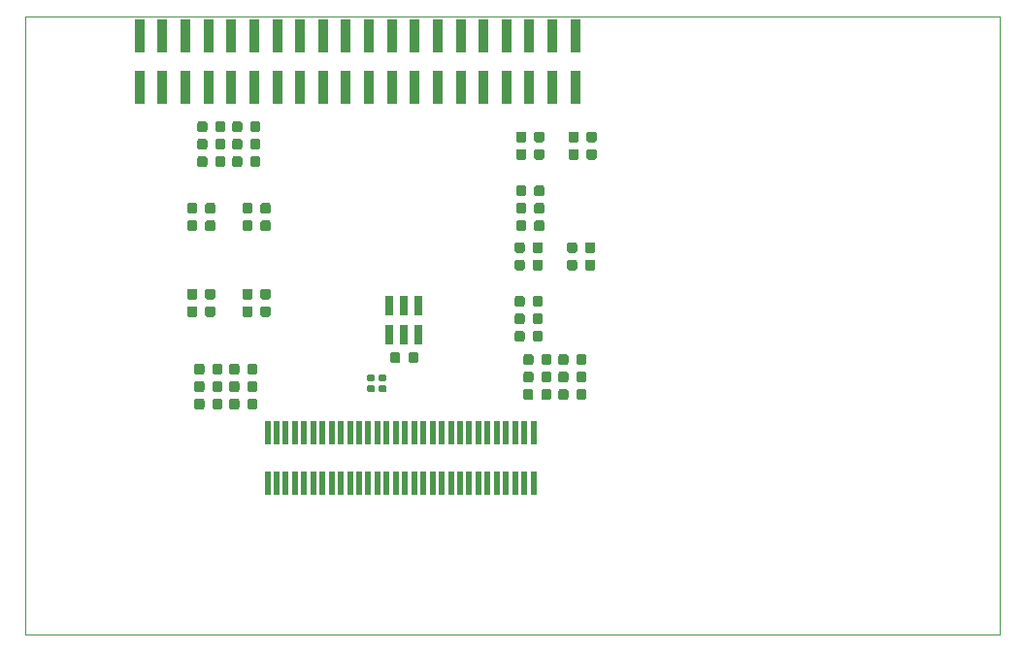
<source format=gbr>
G04 #@! TF.GenerationSoftware,KiCad,Pcbnew,5.1.5-52549c5~84~ubuntu18.04.1*
G04 #@! TF.CreationDate,2020-02-13T10:06:29-08:00*
G04 #@! TF.ProjectId,EthernetBoard,45746865-726e-4657-9442-6f6172642e6b,A*
G04 #@! TF.SameCoordinates,PX5f5e100PY5f5e100*
G04 #@! TF.FileFunction,Paste,Bot*
G04 #@! TF.FilePolarity,Positive*
%FSLAX46Y46*%
G04 Gerber Fmt 4.6, Leading zero omitted, Abs format (unit mm)*
G04 Created by KiCad (PCBNEW 5.1.5-52549c5~84~ubuntu18.04.1) date 2020-02-13 10:06:29*
%MOMM*%
%LPD*%
G04 APERTURE LIST*
%ADD10C,0.100000*%
%ADD11C,0.150000*%
%ADD12R,0.800000X1.700000*%
%ADD13R,0.500000X2.000000*%
%ADD14R,0.890000X3.000000*%
G04 APERTURE END LIST*
D10*
X0Y-54000000D02*
X84999492Y-54000000D01*
X84999492Y0D02*
X84999492Y-54000000D01*
X0Y-54000000D02*
X0Y0D01*
X0Y0D02*
X84999492Y0D01*
D11*
G36*
X30362158Y-31262810D02*
G01*
X30376476Y-31264934D01*
X30390517Y-31268451D01*
X30404146Y-31273328D01*
X30417231Y-31279517D01*
X30429647Y-31286958D01*
X30441273Y-31295581D01*
X30451998Y-31305302D01*
X30461719Y-31316027D01*
X30470342Y-31327653D01*
X30477783Y-31340069D01*
X30483972Y-31353154D01*
X30488849Y-31366783D01*
X30492366Y-31380824D01*
X30494490Y-31395142D01*
X30495200Y-31409600D01*
X30495200Y-31704600D01*
X30494490Y-31719058D01*
X30492366Y-31733376D01*
X30488849Y-31747417D01*
X30483972Y-31761046D01*
X30477783Y-31774131D01*
X30470342Y-31786547D01*
X30461719Y-31798173D01*
X30451998Y-31808898D01*
X30441273Y-31818619D01*
X30429647Y-31827242D01*
X30417231Y-31834683D01*
X30404146Y-31840872D01*
X30390517Y-31845749D01*
X30376476Y-31849266D01*
X30362158Y-31851390D01*
X30347700Y-31852100D01*
X30002700Y-31852100D01*
X29988242Y-31851390D01*
X29973924Y-31849266D01*
X29959883Y-31845749D01*
X29946254Y-31840872D01*
X29933169Y-31834683D01*
X29920753Y-31827242D01*
X29909127Y-31818619D01*
X29898402Y-31808898D01*
X29888681Y-31798173D01*
X29880058Y-31786547D01*
X29872617Y-31774131D01*
X29866428Y-31761046D01*
X29861551Y-31747417D01*
X29858034Y-31733376D01*
X29855910Y-31719058D01*
X29855200Y-31704600D01*
X29855200Y-31409600D01*
X29855910Y-31395142D01*
X29858034Y-31380824D01*
X29861551Y-31366783D01*
X29866428Y-31353154D01*
X29872617Y-31340069D01*
X29880058Y-31327653D01*
X29888681Y-31316027D01*
X29898402Y-31305302D01*
X29909127Y-31295581D01*
X29920753Y-31286958D01*
X29933169Y-31279517D01*
X29946254Y-31273328D01*
X29959883Y-31268451D01*
X29973924Y-31264934D01*
X29988242Y-31262810D01*
X30002700Y-31262100D01*
X30347700Y-31262100D01*
X30362158Y-31262810D01*
G37*
G36*
X30362158Y-32232810D02*
G01*
X30376476Y-32234934D01*
X30390517Y-32238451D01*
X30404146Y-32243328D01*
X30417231Y-32249517D01*
X30429647Y-32256958D01*
X30441273Y-32265581D01*
X30451998Y-32275302D01*
X30461719Y-32286027D01*
X30470342Y-32297653D01*
X30477783Y-32310069D01*
X30483972Y-32323154D01*
X30488849Y-32336783D01*
X30492366Y-32350824D01*
X30494490Y-32365142D01*
X30495200Y-32379600D01*
X30495200Y-32674600D01*
X30494490Y-32689058D01*
X30492366Y-32703376D01*
X30488849Y-32717417D01*
X30483972Y-32731046D01*
X30477783Y-32744131D01*
X30470342Y-32756547D01*
X30461719Y-32768173D01*
X30451998Y-32778898D01*
X30441273Y-32788619D01*
X30429647Y-32797242D01*
X30417231Y-32804683D01*
X30404146Y-32810872D01*
X30390517Y-32815749D01*
X30376476Y-32819266D01*
X30362158Y-32821390D01*
X30347700Y-32822100D01*
X30002700Y-32822100D01*
X29988242Y-32821390D01*
X29973924Y-32819266D01*
X29959883Y-32815749D01*
X29946254Y-32810872D01*
X29933169Y-32804683D01*
X29920753Y-32797242D01*
X29909127Y-32788619D01*
X29898402Y-32778898D01*
X29888681Y-32768173D01*
X29880058Y-32756547D01*
X29872617Y-32744131D01*
X29866428Y-32731046D01*
X29861551Y-32717417D01*
X29858034Y-32703376D01*
X29855910Y-32689058D01*
X29855200Y-32674600D01*
X29855200Y-32379600D01*
X29855910Y-32365142D01*
X29858034Y-32350824D01*
X29861551Y-32336783D01*
X29866428Y-32323154D01*
X29872617Y-32310069D01*
X29880058Y-32297653D01*
X29888681Y-32286027D01*
X29898402Y-32275302D01*
X29909127Y-32265581D01*
X29920753Y-32256958D01*
X29933169Y-32249517D01*
X29946254Y-32243328D01*
X29959883Y-32238451D01*
X29973924Y-32234934D01*
X29988242Y-32232810D01*
X30002700Y-32232100D01*
X30347700Y-32232100D01*
X30362158Y-32232810D01*
G37*
G36*
X31377958Y-31262810D02*
G01*
X31392276Y-31264934D01*
X31406317Y-31268451D01*
X31419946Y-31273328D01*
X31433031Y-31279517D01*
X31445447Y-31286958D01*
X31457073Y-31295581D01*
X31467798Y-31305302D01*
X31477519Y-31316027D01*
X31486142Y-31327653D01*
X31493583Y-31340069D01*
X31499772Y-31353154D01*
X31504649Y-31366783D01*
X31508166Y-31380824D01*
X31510290Y-31395142D01*
X31511000Y-31409600D01*
X31511000Y-31704600D01*
X31510290Y-31719058D01*
X31508166Y-31733376D01*
X31504649Y-31747417D01*
X31499772Y-31761046D01*
X31493583Y-31774131D01*
X31486142Y-31786547D01*
X31477519Y-31798173D01*
X31467798Y-31808898D01*
X31457073Y-31818619D01*
X31445447Y-31827242D01*
X31433031Y-31834683D01*
X31419946Y-31840872D01*
X31406317Y-31845749D01*
X31392276Y-31849266D01*
X31377958Y-31851390D01*
X31363500Y-31852100D01*
X31018500Y-31852100D01*
X31004042Y-31851390D01*
X30989724Y-31849266D01*
X30975683Y-31845749D01*
X30962054Y-31840872D01*
X30948969Y-31834683D01*
X30936553Y-31827242D01*
X30924927Y-31818619D01*
X30914202Y-31808898D01*
X30904481Y-31798173D01*
X30895858Y-31786547D01*
X30888417Y-31774131D01*
X30882228Y-31761046D01*
X30877351Y-31747417D01*
X30873834Y-31733376D01*
X30871710Y-31719058D01*
X30871000Y-31704600D01*
X30871000Y-31409600D01*
X30871710Y-31395142D01*
X30873834Y-31380824D01*
X30877351Y-31366783D01*
X30882228Y-31353154D01*
X30888417Y-31340069D01*
X30895858Y-31327653D01*
X30904481Y-31316027D01*
X30914202Y-31305302D01*
X30924927Y-31295581D01*
X30936553Y-31286958D01*
X30948969Y-31279517D01*
X30962054Y-31273328D01*
X30975683Y-31268451D01*
X30989724Y-31264934D01*
X31004042Y-31262810D01*
X31018500Y-31262100D01*
X31363500Y-31262100D01*
X31377958Y-31262810D01*
G37*
G36*
X31377958Y-32232810D02*
G01*
X31392276Y-32234934D01*
X31406317Y-32238451D01*
X31419946Y-32243328D01*
X31433031Y-32249517D01*
X31445447Y-32256958D01*
X31457073Y-32265581D01*
X31467798Y-32275302D01*
X31477519Y-32286027D01*
X31486142Y-32297653D01*
X31493583Y-32310069D01*
X31499772Y-32323154D01*
X31504649Y-32336783D01*
X31508166Y-32350824D01*
X31510290Y-32365142D01*
X31511000Y-32379600D01*
X31511000Y-32674600D01*
X31510290Y-32689058D01*
X31508166Y-32703376D01*
X31504649Y-32717417D01*
X31499772Y-32731046D01*
X31493583Y-32744131D01*
X31486142Y-32756547D01*
X31477519Y-32768173D01*
X31467798Y-32778898D01*
X31457073Y-32788619D01*
X31445447Y-32797242D01*
X31433031Y-32804683D01*
X31419946Y-32810872D01*
X31406317Y-32815749D01*
X31392276Y-32819266D01*
X31377958Y-32821390D01*
X31363500Y-32822100D01*
X31018500Y-32822100D01*
X31004042Y-32821390D01*
X30989724Y-32819266D01*
X30975683Y-32815749D01*
X30962054Y-32810872D01*
X30948969Y-32804683D01*
X30936553Y-32797242D01*
X30924927Y-32788619D01*
X30914202Y-32778898D01*
X30904481Y-32768173D01*
X30895858Y-32756547D01*
X30888417Y-32744131D01*
X30882228Y-32731046D01*
X30877351Y-32717417D01*
X30873834Y-32703376D01*
X30871710Y-32689058D01*
X30871000Y-32674600D01*
X30871000Y-32379600D01*
X30871710Y-32365142D01*
X30873834Y-32350824D01*
X30877351Y-32336783D01*
X30882228Y-32323154D01*
X30888417Y-32310069D01*
X30895858Y-32297653D01*
X30904481Y-32286027D01*
X30914202Y-32275302D01*
X30924927Y-32265581D01*
X30936553Y-32256958D01*
X30948969Y-32249517D01*
X30962054Y-32243328D01*
X30975683Y-32238451D01*
X30989724Y-32234934D01*
X31004042Y-32232810D01*
X31018500Y-32232100D01*
X31363500Y-32232100D01*
X31377958Y-32232810D01*
G37*
D12*
X34353500Y-25243000D03*
X33083500Y-25243000D03*
X31813500Y-25243000D03*
X31813500Y-27843000D03*
X33083500Y-27843000D03*
X34353500Y-27843000D03*
D11*
G36*
X15708691Y-9178053D02*
G01*
X15729926Y-9181203D01*
X15750750Y-9186419D01*
X15770962Y-9193651D01*
X15790368Y-9202830D01*
X15808781Y-9213866D01*
X15826024Y-9226654D01*
X15841930Y-9241070D01*
X15856346Y-9256976D01*
X15869134Y-9274219D01*
X15880170Y-9292632D01*
X15889349Y-9312038D01*
X15896581Y-9332250D01*
X15901797Y-9353074D01*
X15904947Y-9374309D01*
X15906000Y-9395750D01*
X15906000Y-9908250D01*
X15904947Y-9929691D01*
X15901797Y-9950926D01*
X15896581Y-9971750D01*
X15889349Y-9991962D01*
X15880170Y-10011368D01*
X15869134Y-10029781D01*
X15856346Y-10047024D01*
X15841930Y-10062930D01*
X15826024Y-10077346D01*
X15808781Y-10090134D01*
X15790368Y-10101170D01*
X15770962Y-10110349D01*
X15750750Y-10117581D01*
X15729926Y-10122797D01*
X15708691Y-10125947D01*
X15687250Y-10127000D01*
X15249750Y-10127000D01*
X15228309Y-10125947D01*
X15207074Y-10122797D01*
X15186250Y-10117581D01*
X15166038Y-10110349D01*
X15146632Y-10101170D01*
X15128219Y-10090134D01*
X15110976Y-10077346D01*
X15095070Y-10062930D01*
X15080654Y-10047024D01*
X15067866Y-10029781D01*
X15056830Y-10011368D01*
X15047651Y-9991962D01*
X15040419Y-9971750D01*
X15035203Y-9950926D01*
X15032053Y-9929691D01*
X15031000Y-9908250D01*
X15031000Y-9395750D01*
X15032053Y-9374309D01*
X15035203Y-9353074D01*
X15040419Y-9332250D01*
X15047651Y-9312038D01*
X15056830Y-9292632D01*
X15067866Y-9274219D01*
X15080654Y-9256976D01*
X15095070Y-9241070D01*
X15110976Y-9226654D01*
X15128219Y-9213866D01*
X15146632Y-9202830D01*
X15166038Y-9193651D01*
X15186250Y-9186419D01*
X15207074Y-9181203D01*
X15228309Y-9178053D01*
X15249750Y-9177000D01*
X15687250Y-9177000D01*
X15708691Y-9178053D01*
G37*
G36*
X17283691Y-9178053D02*
G01*
X17304926Y-9181203D01*
X17325750Y-9186419D01*
X17345962Y-9193651D01*
X17365368Y-9202830D01*
X17383781Y-9213866D01*
X17401024Y-9226654D01*
X17416930Y-9241070D01*
X17431346Y-9256976D01*
X17444134Y-9274219D01*
X17455170Y-9292632D01*
X17464349Y-9312038D01*
X17471581Y-9332250D01*
X17476797Y-9353074D01*
X17479947Y-9374309D01*
X17481000Y-9395750D01*
X17481000Y-9908250D01*
X17479947Y-9929691D01*
X17476797Y-9950926D01*
X17471581Y-9971750D01*
X17464349Y-9991962D01*
X17455170Y-10011368D01*
X17444134Y-10029781D01*
X17431346Y-10047024D01*
X17416930Y-10062930D01*
X17401024Y-10077346D01*
X17383781Y-10090134D01*
X17365368Y-10101170D01*
X17345962Y-10110349D01*
X17325750Y-10117581D01*
X17304926Y-10122797D01*
X17283691Y-10125947D01*
X17262250Y-10127000D01*
X16824750Y-10127000D01*
X16803309Y-10125947D01*
X16782074Y-10122797D01*
X16761250Y-10117581D01*
X16741038Y-10110349D01*
X16721632Y-10101170D01*
X16703219Y-10090134D01*
X16685976Y-10077346D01*
X16670070Y-10062930D01*
X16655654Y-10047024D01*
X16642866Y-10029781D01*
X16631830Y-10011368D01*
X16622651Y-9991962D01*
X16615419Y-9971750D01*
X16610203Y-9950926D01*
X16607053Y-9929691D01*
X16606000Y-9908250D01*
X16606000Y-9395750D01*
X16607053Y-9374309D01*
X16610203Y-9353074D01*
X16615419Y-9332250D01*
X16622651Y-9312038D01*
X16631830Y-9292632D01*
X16642866Y-9274219D01*
X16655654Y-9256976D01*
X16670070Y-9241070D01*
X16685976Y-9226654D01*
X16703219Y-9213866D01*
X16721632Y-9202830D01*
X16741038Y-9193651D01*
X16761250Y-9186419D01*
X16782074Y-9181203D01*
X16803309Y-9178053D01*
X16824750Y-9177000D01*
X17262250Y-9177000D01*
X17283691Y-9178053D01*
G37*
G36*
X15708691Y-10702053D02*
G01*
X15729926Y-10705203D01*
X15750750Y-10710419D01*
X15770962Y-10717651D01*
X15790368Y-10726830D01*
X15808781Y-10737866D01*
X15826024Y-10750654D01*
X15841930Y-10765070D01*
X15856346Y-10780976D01*
X15869134Y-10798219D01*
X15880170Y-10816632D01*
X15889349Y-10836038D01*
X15896581Y-10856250D01*
X15901797Y-10877074D01*
X15904947Y-10898309D01*
X15906000Y-10919750D01*
X15906000Y-11432250D01*
X15904947Y-11453691D01*
X15901797Y-11474926D01*
X15896581Y-11495750D01*
X15889349Y-11515962D01*
X15880170Y-11535368D01*
X15869134Y-11553781D01*
X15856346Y-11571024D01*
X15841930Y-11586930D01*
X15826024Y-11601346D01*
X15808781Y-11614134D01*
X15790368Y-11625170D01*
X15770962Y-11634349D01*
X15750750Y-11641581D01*
X15729926Y-11646797D01*
X15708691Y-11649947D01*
X15687250Y-11651000D01*
X15249750Y-11651000D01*
X15228309Y-11649947D01*
X15207074Y-11646797D01*
X15186250Y-11641581D01*
X15166038Y-11634349D01*
X15146632Y-11625170D01*
X15128219Y-11614134D01*
X15110976Y-11601346D01*
X15095070Y-11586930D01*
X15080654Y-11571024D01*
X15067866Y-11553781D01*
X15056830Y-11535368D01*
X15047651Y-11515962D01*
X15040419Y-11495750D01*
X15035203Y-11474926D01*
X15032053Y-11453691D01*
X15031000Y-11432250D01*
X15031000Y-10919750D01*
X15032053Y-10898309D01*
X15035203Y-10877074D01*
X15040419Y-10856250D01*
X15047651Y-10836038D01*
X15056830Y-10816632D01*
X15067866Y-10798219D01*
X15080654Y-10780976D01*
X15095070Y-10765070D01*
X15110976Y-10750654D01*
X15128219Y-10737866D01*
X15146632Y-10726830D01*
X15166038Y-10717651D01*
X15186250Y-10710419D01*
X15207074Y-10705203D01*
X15228309Y-10702053D01*
X15249750Y-10701000D01*
X15687250Y-10701000D01*
X15708691Y-10702053D01*
G37*
G36*
X17283691Y-10702053D02*
G01*
X17304926Y-10705203D01*
X17325750Y-10710419D01*
X17345962Y-10717651D01*
X17365368Y-10726830D01*
X17383781Y-10737866D01*
X17401024Y-10750654D01*
X17416930Y-10765070D01*
X17431346Y-10780976D01*
X17444134Y-10798219D01*
X17455170Y-10816632D01*
X17464349Y-10836038D01*
X17471581Y-10856250D01*
X17476797Y-10877074D01*
X17479947Y-10898309D01*
X17481000Y-10919750D01*
X17481000Y-11432250D01*
X17479947Y-11453691D01*
X17476797Y-11474926D01*
X17471581Y-11495750D01*
X17464349Y-11515962D01*
X17455170Y-11535368D01*
X17444134Y-11553781D01*
X17431346Y-11571024D01*
X17416930Y-11586930D01*
X17401024Y-11601346D01*
X17383781Y-11614134D01*
X17365368Y-11625170D01*
X17345962Y-11634349D01*
X17325750Y-11641581D01*
X17304926Y-11646797D01*
X17283691Y-11649947D01*
X17262250Y-11651000D01*
X16824750Y-11651000D01*
X16803309Y-11649947D01*
X16782074Y-11646797D01*
X16761250Y-11641581D01*
X16741038Y-11634349D01*
X16721632Y-11625170D01*
X16703219Y-11614134D01*
X16685976Y-11601346D01*
X16670070Y-11586930D01*
X16655654Y-11571024D01*
X16642866Y-11553781D01*
X16631830Y-11535368D01*
X16622651Y-11515962D01*
X16615419Y-11495750D01*
X16610203Y-11474926D01*
X16607053Y-11453691D01*
X16606000Y-11432250D01*
X16606000Y-10919750D01*
X16607053Y-10898309D01*
X16610203Y-10877074D01*
X16615419Y-10856250D01*
X16622651Y-10836038D01*
X16631830Y-10816632D01*
X16642866Y-10798219D01*
X16655654Y-10780976D01*
X16670070Y-10765070D01*
X16685976Y-10750654D01*
X16703219Y-10737866D01*
X16721632Y-10726830D01*
X16741038Y-10717651D01*
X16761250Y-10710419D01*
X16782074Y-10705203D01*
X16803309Y-10702053D01*
X16824750Y-10701000D01*
X17262250Y-10701000D01*
X17283691Y-10702053D01*
G37*
G36*
X17283691Y-12226053D02*
G01*
X17304926Y-12229203D01*
X17325750Y-12234419D01*
X17345962Y-12241651D01*
X17365368Y-12250830D01*
X17383781Y-12261866D01*
X17401024Y-12274654D01*
X17416930Y-12289070D01*
X17431346Y-12304976D01*
X17444134Y-12322219D01*
X17455170Y-12340632D01*
X17464349Y-12360038D01*
X17471581Y-12380250D01*
X17476797Y-12401074D01*
X17479947Y-12422309D01*
X17481000Y-12443750D01*
X17481000Y-12956250D01*
X17479947Y-12977691D01*
X17476797Y-12998926D01*
X17471581Y-13019750D01*
X17464349Y-13039962D01*
X17455170Y-13059368D01*
X17444134Y-13077781D01*
X17431346Y-13095024D01*
X17416930Y-13110930D01*
X17401024Y-13125346D01*
X17383781Y-13138134D01*
X17365368Y-13149170D01*
X17345962Y-13158349D01*
X17325750Y-13165581D01*
X17304926Y-13170797D01*
X17283691Y-13173947D01*
X17262250Y-13175000D01*
X16824750Y-13175000D01*
X16803309Y-13173947D01*
X16782074Y-13170797D01*
X16761250Y-13165581D01*
X16741038Y-13158349D01*
X16721632Y-13149170D01*
X16703219Y-13138134D01*
X16685976Y-13125346D01*
X16670070Y-13110930D01*
X16655654Y-13095024D01*
X16642866Y-13077781D01*
X16631830Y-13059368D01*
X16622651Y-13039962D01*
X16615419Y-13019750D01*
X16610203Y-12998926D01*
X16607053Y-12977691D01*
X16606000Y-12956250D01*
X16606000Y-12443750D01*
X16607053Y-12422309D01*
X16610203Y-12401074D01*
X16615419Y-12380250D01*
X16622651Y-12360038D01*
X16631830Y-12340632D01*
X16642866Y-12322219D01*
X16655654Y-12304976D01*
X16670070Y-12289070D01*
X16685976Y-12274654D01*
X16703219Y-12261866D01*
X16721632Y-12250830D01*
X16741038Y-12241651D01*
X16761250Y-12234419D01*
X16782074Y-12229203D01*
X16803309Y-12226053D01*
X16824750Y-12225000D01*
X17262250Y-12225000D01*
X17283691Y-12226053D01*
G37*
G36*
X15708691Y-12226053D02*
G01*
X15729926Y-12229203D01*
X15750750Y-12234419D01*
X15770962Y-12241651D01*
X15790368Y-12250830D01*
X15808781Y-12261866D01*
X15826024Y-12274654D01*
X15841930Y-12289070D01*
X15856346Y-12304976D01*
X15869134Y-12322219D01*
X15880170Y-12340632D01*
X15889349Y-12360038D01*
X15896581Y-12380250D01*
X15901797Y-12401074D01*
X15904947Y-12422309D01*
X15906000Y-12443750D01*
X15906000Y-12956250D01*
X15904947Y-12977691D01*
X15901797Y-12998926D01*
X15896581Y-13019750D01*
X15889349Y-13039962D01*
X15880170Y-13059368D01*
X15869134Y-13077781D01*
X15856346Y-13095024D01*
X15841930Y-13110930D01*
X15826024Y-13125346D01*
X15808781Y-13138134D01*
X15790368Y-13149170D01*
X15770962Y-13158349D01*
X15750750Y-13165581D01*
X15729926Y-13170797D01*
X15708691Y-13173947D01*
X15687250Y-13175000D01*
X15249750Y-13175000D01*
X15228309Y-13173947D01*
X15207074Y-13170797D01*
X15186250Y-13165581D01*
X15166038Y-13158349D01*
X15146632Y-13149170D01*
X15128219Y-13138134D01*
X15110976Y-13125346D01*
X15095070Y-13110930D01*
X15080654Y-13095024D01*
X15067866Y-13077781D01*
X15056830Y-13059368D01*
X15047651Y-13039962D01*
X15040419Y-13019750D01*
X15035203Y-12998926D01*
X15032053Y-12977691D01*
X15031000Y-12956250D01*
X15031000Y-12443750D01*
X15032053Y-12422309D01*
X15035203Y-12401074D01*
X15040419Y-12380250D01*
X15047651Y-12360038D01*
X15056830Y-12340632D01*
X15067866Y-12322219D01*
X15080654Y-12304976D01*
X15095070Y-12289070D01*
X15110976Y-12274654D01*
X15128219Y-12261866D01*
X15146632Y-12250830D01*
X15166038Y-12241651D01*
X15186250Y-12234419D01*
X15207074Y-12229203D01*
X15228309Y-12226053D01*
X15249750Y-12225000D01*
X15687250Y-12225000D01*
X15708691Y-12226053D01*
G37*
G36*
X20331691Y-9178053D02*
G01*
X20352926Y-9181203D01*
X20373750Y-9186419D01*
X20393962Y-9193651D01*
X20413368Y-9202830D01*
X20431781Y-9213866D01*
X20449024Y-9226654D01*
X20464930Y-9241070D01*
X20479346Y-9256976D01*
X20492134Y-9274219D01*
X20503170Y-9292632D01*
X20512349Y-9312038D01*
X20519581Y-9332250D01*
X20524797Y-9353074D01*
X20527947Y-9374309D01*
X20529000Y-9395750D01*
X20529000Y-9908250D01*
X20527947Y-9929691D01*
X20524797Y-9950926D01*
X20519581Y-9971750D01*
X20512349Y-9991962D01*
X20503170Y-10011368D01*
X20492134Y-10029781D01*
X20479346Y-10047024D01*
X20464930Y-10062930D01*
X20449024Y-10077346D01*
X20431781Y-10090134D01*
X20413368Y-10101170D01*
X20393962Y-10110349D01*
X20373750Y-10117581D01*
X20352926Y-10122797D01*
X20331691Y-10125947D01*
X20310250Y-10127000D01*
X19872750Y-10127000D01*
X19851309Y-10125947D01*
X19830074Y-10122797D01*
X19809250Y-10117581D01*
X19789038Y-10110349D01*
X19769632Y-10101170D01*
X19751219Y-10090134D01*
X19733976Y-10077346D01*
X19718070Y-10062930D01*
X19703654Y-10047024D01*
X19690866Y-10029781D01*
X19679830Y-10011368D01*
X19670651Y-9991962D01*
X19663419Y-9971750D01*
X19658203Y-9950926D01*
X19655053Y-9929691D01*
X19654000Y-9908250D01*
X19654000Y-9395750D01*
X19655053Y-9374309D01*
X19658203Y-9353074D01*
X19663419Y-9332250D01*
X19670651Y-9312038D01*
X19679830Y-9292632D01*
X19690866Y-9274219D01*
X19703654Y-9256976D01*
X19718070Y-9241070D01*
X19733976Y-9226654D01*
X19751219Y-9213866D01*
X19769632Y-9202830D01*
X19789038Y-9193651D01*
X19809250Y-9186419D01*
X19830074Y-9181203D01*
X19851309Y-9178053D01*
X19872750Y-9177000D01*
X20310250Y-9177000D01*
X20331691Y-9178053D01*
G37*
G36*
X18756691Y-9178053D02*
G01*
X18777926Y-9181203D01*
X18798750Y-9186419D01*
X18818962Y-9193651D01*
X18838368Y-9202830D01*
X18856781Y-9213866D01*
X18874024Y-9226654D01*
X18889930Y-9241070D01*
X18904346Y-9256976D01*
X18917134Y-9274219D01*
X18928170Y-9292632D01*
X18937349Y-9312038D01*
X18944581Y-9332250D01*
X18949797Y-9353074D01*
X18952947Y-9374309D01*
X18954000Y-9395750D01*
X18954000Y-9908250D01*
X18952947Y-9929691D01*
X18949797Y-9950926D01*
X18944581Y-9971750D01*
X18937349Y-9991962D01*
X18928170Y-10011368D01*
X18917134Y-10029781D01*
X18904346Y-10047024D01*
X18889930Y-10062930D01*
X18874024Y-10077346D01*
X18856781Y-10090134D01*
X18838368Y-10101170D01*
X18818962Y-10110349D01*
X18798750Y-10117581D01*
X18777926Y-10122797D01*
X18756691Y-10125947D01*
X18735250Y-10127000D01*
X18297750Y-10127000D01*
X18276309Y-10125947D01*
X18255074Y-10122797D01*
X18234250Y-10117581D01*
X18214038Y-10110349D01*
X18194632Y-10101170D01*
X18176219Y-10090134D01*
X18158976Y-10077346D01*
X18143070Y-10062930D01*
X18128654Y-10047024D01*
X18115866Y-10029781D01*
X18104830Y-10011368D01*
X18095651Y-9991962D01*
X18088419Y-9971750D01*
X18083203Y-9950926D01*
X18080053Y-9929691D01*
X18079000Y-9908250D01*
X18079000Y-9395750D01*
X18080053Y-9374309D01*
X18083203Y-9353074D01*
X18088419Y-9332250D01*
X18095651Y-9312038D01*
X18104830Y-9292632D01*
X18115866Y-9274219D01*
X18128654Y-9256976D01*
X18143070Y-9241070D01*
X18158976Y-9226654D01*
X18176219Y-9213866D01*
X18194632Y-9202830D01*
X18214038Y-9193651D01*
X18234250Y-9186419D01*
X18255074Y-9181203D01*
X18276309Y-9178053D01*
X18297750Y-9177000D01*
X18735250Y-9177000D01*
X18756691Y-9178053D01*
G37*
G36*
X20331691Y-10702053D02*
G01*
X20352926Y-10705203D01*
X20373750Y-10710419D01*
X20393962Y-10717651D01*
X20413368Y-10726830D01*
X20431781Y-10737866D01*
X20449024Y-10750654D01*
X20464930Y-10765070D01*
X20479346Y-10780976D01*
X20492134Y-10798219D01*
X20503170Y-10816632D01*
X20512349Y-10836038D01*
X20519581Y-10856250D01*
X20524797Y-10877074D01*
X20527947Y-10898309D01*
X20529000Y-10919750D01*
X20529000Y-11432250D01*
X20527947Y-11453691D01*
X20524797Y-11474926D01*
X20519581Y-11495750D01*
X20512349Y-11515962D01*
X20503170Y-11535368D01*
X20492134Y-11553781D01*
X20479346Y-11571024D01*
X20464930Y-11586930D01*
X20449024Y-11601346D01*
X20431781Y-11614134D01*
X20413368Y-11625170D01*
X20393962Y-11634349D01*
X20373750Y-11641581D01*
X20352926Y-11646797D01*
X20331691Y-11649947D01*
X20310250Y-11651000D01*
X19872750Y-11651000D01*
X19851309Y-11649947D01*
X19830074Y-11646797D01*
X19809250Y-11641581D01*
X19789038Y-11634349D01*
X19769632Y-11625170D01*
X19751219Y-11614134D01*
X19733976Y-11601346D01*
X19718070Y-11586930D01*
X19703654Y-11571024D01*
X19690866Y-11553781D01*
X19679830Y-11535368D01*
X19670651Y-11515962D01*
X19663419Y-11495750D01*
X19658203Y-11474926D01*
X19655053Y-11453691D01*
X19654000Y-11432250D01*
X19654000Y-10919750D01*
X19655053Y-10898309D01*
X19658203Y-10877074D01*
X19663419Y-10856250D01*
X19670651Y-10836038D01*
X19679830Y-10816632D01*
X19690866Y-10798219D01*
X19703654Y-10780976D01*
X19718070Y-10765070D01*
X19733976Y-10750654D01*
X19751219Y-10737866D01*
X19769632Y-10726830D01*
X19789038Y-10717651D01*
X19809250Y-10710419D01*
X19830074Y-10705203D01*
X19851309Y-10702053D01*
X19872750Y-10701000D01*
X20310250Y-10701000D01*
X20331691Y-10702053D01*
G37*
G36*
X18756691Y-10702053D02*
G01*
X18777926Y-10705203D01*
X18798750Y-10710419D01*
X18818962Y-10717651D01*
X18838368Y-10726830D01*
X18856781Y-10737866D01*
X18874024Y-10750654D01*
X18889930Y-10765070D01*
X18904346Y-10780976D01*
X18917134Y-10798219D01*
X18928170Y-10816632D01*
X18937349Y-10836038D01*
X18944581Y-10856250D01*
X18949797Y-10877074D01*
X18952947Y-10898309D01*
X18954000Y-10919750D01*
X18954000Y-11432250D01*
X18952947Y-11453691D01*
X18949797Y-11474926D01*
X18944581Y-11495750D01*
X18937349Y-11515962D01*
X18928170Y-11535368D01*
X18917134Y-11553781D01*
X18904346Y-11571024D01*
X18889930Y-11586930D01*
X18874024Y-11601346D01*
X18856781Y-11614134D01*
X18838368Y-11625170D01*
X18818962Y-11634349D01*
X18798750Y-11641581D01*
X18777926Y-11646797D01*
X18756691Y-11649947D01*
X18735250Y-11651000D01*
X18297750Y-11651000D01*
X18276309Y-11649947D01*
X18255074Y-11646797D01*
X18234250Y-11641581D01*
X18214038Y-11634349D01*
X18194632Y-11625170D01*
X18176219Y-11614134D01*
X18158976Y-11601346D01*
X18143070Y-11586930D01*
X18128654Y-11571024D01*
X18115866Y-11553781D01*
X18104830Y-11535368D01*
X18095651Y-11515962D01*
X18088419Y-11495750D01*
X18083203Y-11474926D01*
X18080053Y-11453691D01*
X18079000Y-11432250D01*
X18079000Y-10919750D01*
X18080053Y-10898309D01*
X18083203Y-10877074D01*
X18088419Y-10856250D01*
X18095651Y-10836038D01*
X18104830Y-10816632D01*
X18115866Y-10798219D01*
X18128654Y-10780976D01*
X18143070Y-10765070D01*
X18158976Y-10750654D01*
X18176219Y-10737866D01*
X18194632Y-10726830D01*
X18214038Y-10717651D01*
X18234250Y-10710419D01*
X18255074Y-10705203D01*
X18276309Y-10702053D01*
X18297750Y-10701000D01*
X18735250Y-10701000D01*
X18756691Y-10702053D01*
G37*
G36*
X48779691Y-32546053D02*
G01*
X48800926Y-32549203D01*
X48821750Y-32554419D01*
X48841962Y-32561651D01*
X48861368Y-32570830D01*
X48879781Y-32581866D01*
X48897024Y-32594654D01*
X48912930Y-32609070D01*
X48927346Y-32624976D01*
X48940134Y-32642219D01*
X48951170Y-32660632D01*
X48960349Y-32680038D01*
X48967581Y-32700250D01*
X48972797Y-32721074D01*
X48975947Y-32742309D01*
X48977000Y-32763750D01*
X48977000Y-33276250D01*
X48975947Y-33297691D01*
X48972797Y-33318926D01*
X48967581Y-33339750D01*
X48960349Y-33359962D01*
X48951170Y-33379368D01*
X48940134Y-33397781D01*
X48927346Y-33415024D01*
X48912930Y-33430930D01*
X48897024Y-33445346D01*
X48879781Y-33458134D01*
X48861368Y-33469170D01*
X48841962Y-33478349D01*
X48821750Y-33485581D01*
X48800926Y-33490797D01*
X48779691Y-33493947D01*
X48758250Y-33495000D01*
X48320750Y-33495000D01*
X48299309Y-33493947D01*
X48278074Y-33490797D01*
X48257250Y-33485581D01*
X48237038Y-33478349D01*
X48217632Y-33469170D01*
X48199219Y-33458134D01*
X48181976Y-33445346D01*
X48166070Y-33430930D01*
X48151654Y-33415024D01*
X48138866Y-33397781D01*
X48127830Y-33379368D01*
X48118651Y-33359962D01*
X48111419Y-33339750D01*
X48106203Y-33318926D01*
X48103053Y-33297691D01*
X48102000Y-33276250D01*
X48102000Y-32763750D01*
X48103053Y-32742309D01*
X48106203Y-32721074D01*
X48111419Y-32700250D01*
X48118651Y-32680038D01*
X48127830Y-32660632D01*
X48138866Y-32642219D01*
X48151654Y-32624976D01*
X48166070Y-32609070D01*
X48181976Y-32594654D01*
X48199219Y-32581866D01*
X48217632Y-32570830D01*
X48237038Y-32561651D01*
X48257250Y-32554419D01*
X48278074Y-32549203D01*
X48299309Y-32546053D01*
X48320750Y-32545000D01*
X48758250Y-32545000D01*
X48779691Y-32546053D01*
G37*
G36*
X47204691Y-32546053D02*
G01*
X47225926Y-32549203D01*
X47246750Y-32554419D01*
X47266962Y-32561651D01*
X47286368Y-32570830D01*
X47304781Y-32581866D01*
X47322024Y-32594654D01*
X47337930Y-32609070D01*
X47352346Y-32624976D01*
X47365134Y-32642219D01*
X47376170Y-32660632D01*
X47385349Y-32680038D01*
X47392581Y-32700250D01*
X47397797Y-32721074D01*
X47400947Y-32742309D01*
X47402000Y-32763750D01*
X47402000Y-33276250D01*
X47400947Y-33297691D01*
X47397797Y-33318926D01*
X47392581Y-33339750D01*
X47385349Y-33359962D01*
X47376170Y-33379368D01*
X47365134Y-33397781D01*
X47352346Y-33415024D01*
X47337930Y-33430930D01*
X47322024Y-33445346D01*
X47304781Y-33458134D01*
X47286368Y-33469170D01*
X47266962Y-33478349D01*
X47246750Y-33485581D01*
X47225926Y-33490797D01*
X47204691Y-33493947D01*
X47183250Y-33495000D01*
X46745750Y-33495000D01*
X46724309Y-33493947D01*
X46703074Y-33490797D01*
X46682250Y-33485581D01*
X46662038Y-33478349D01*
X46642632Y-33469170D01*
X46624219Y-33458134D01*
X46606976Y-33445346D01*
X46591070Y-33430930D01*
X46576654Y-33415024D01*
X46563866Y-33397781D01*
X46552830Y-33379368D01*
X46543651Y-33359962D01*
X46536419Y-33339750D01*
X46531203Y-33318926D01*
X46528053Y-33297691D01*
X46527000Y-33276250D01*
X46527000Y-32763750D01*
X46528053Y-32742309D01*
X46531203Y-32721074D01*
X46536419Y-32700250D01*
X46543651Y-32680038D01*
X46552830Y-32660632D01*
X46563866Y-32642219D01*
X46576654Y-32624976D01*
X46591070Y-32609070D01*
X46606976Y-32594654D01*
X46624219Y-32581866D01*
X46642632Y-32570830D01*
X46662038Y-32561651D01*
X46682250Y-32554419D01*
X46703074Y-32549203D01*
X46724309Y-32546053D01*
X46745750Y-32545000D01*
X47183250Y-32545000D01*
X47204691Y-32546053D01*
G37*
G36*
X48779691Y-31022053D02*
G01*
X48800926Y-31025203D01*
X48821750Y-31030419D01*
X48841962Y-31037651D01*
X48861368Y-31046830D01*
X48879781Y-31057866D01*
X48897024Y-31070654D01*
X48912930Y-31085070D01*
X48927346Y-31100976D01*
X48940134Y-31118219D01*
X48951170Y-31136632D01*
X48960349Y-31156038D01*
X48967581Y-31176250D01*
X48972797Y-31197074D01*
X48975947Y-31218309D01*
X48977000Y-31239750D01*
X48977000Y-31752250D01*
X48975947Y-31773691D01*
X48972797Y-31794926D01*
X48967581Y-31815750D01*
X48960349Y-31835962D01*
X48951170Y-31855368D01*
X48940134Y-31873781D01*
X48927346Y-31891024D01*
X48912930Y-31906930D01*
X48897024Y-31921346D01*
X48879781Y-31934134D01*
X48861368Y-31945170D01*
X48841962Y-31954349D01*
X48821750Y-31961581D01*
X48800926Y-31966797D01*
X48779691Y-31969947D01*
X48758250Y-31971000D01*
X48320750Y-31971000D01*
X48299309Y-31969947D01*
X48278074Y-31966797D01*
X48257250Y-31961581D01*
X48237038Y-31954349D01*
X48217632Y-31945170D01*
X48199219Y-31934134D01*
X48181976Y-31921346D01*
X48166070Y-31906930D01*
X48151654Y-31891024D01*
X48138866Y-31873781D01*
X48127830Y-31855368D01*
X48118651Y-31835962D01*
X48111419Y-31815750D01*
X48106203Y-31794926D01*
X48103053Y-31773691D01*
X48102000Y-31752250D01*
X48102000Y-31239750D01*
X48103053Y-31218309D01*
X48106203Y-31197074D01*
X48111419Y-31176250D01*
X48118651Y-31156038D01*
X48127830Y-31136632D01*
X48138866Y-31118219D01*
X48151654Y-31100976D01*
X48166070Y-31085070D01*
X48181976Y-31070654D01*
X48199219Y-31057866D01*
X48217632Y-31046830D01*
X48237038Y-31037651D01*
X48257250Y-31030419D01*
X48278074Y-31025203D01*
X48299309Y-31022053D01*
X48320750Y-31021000D01*
X48758250Y-31021000D01*
X48779691Y-31022053D01*
G37*
G36*
X47204691Y-31022053D02*
G01*
X47225926Y-31025203D01*
X47246750Y-31030419D01*
X47266962Y-31037651D01*
X47286368Y-31046830D01*
X47304781Y-31057866D01*
X47322024Y-31070654D01*
X47337930Y-31085070D01*
X47352346Y-31100976D01*
X47365134Y-31118219D01*
X47376170Y-31136632D01*
X47385349Y-31156038D01*
X47392581Y-31176250D01*
X47397797Y-31197074D01*
X47400947Y-31218309D01*
X47402000Y-31239750D01*
X47402000Y-31752250D01*
X47400947Y-31773691D01*
X47397797Y-31794926D01*
X47392581Y-31815750D01*
X47385349Y-31835962D01*
X47376170Y-31855368D01*
X47365134Y-31873781D01*
X47352346Y-31891024D01*
X47337930Y-31906930D01*
X47322024Y-31921346D01*
X47304781Y-31934134D01*
X47286368Y-31945170D01*
X47266962Y-31954349D01*
X47246750Y-31961581D01*
X47225926Y-31966797D01*
X47204691Y-31969947D01*
X47183250Y-31971000D01*
X46745750Y-31971000D01*
X46724309Y-31969947D01*
X46703074Y-31966797D01*
X46682250Y-31961581D01*
X46662038Y-31954349D01*
X46642632Y-31945170D01*
X46624219Y-31934134D01*
X46606976Y-31921346D01*
X46591070Y-31906930D01*
X46576654Y-31891024D01*
X46563866Y-31873781D01*
X46552830Y-31855368D01*
X46543651Y-31835962D01*
X46536419Y-31815750D01*
X46531203Y-31794926D01*
X46528053Y-31773691D01*
X46527000Y-31752250D01*
X46527000Y-31239750D01*
X46528053Y-31218309D01*
X46531203Y-31197074D01*
X46536419Y-31176250D01*
X46543651Y-31156038D01*
X46552830Y-31136632D01*
X46563866Y-31118219D01*
X46576654Y-31100976D01*
X46591070Y-31085070D01*
X46606976Y-31070654D01*
X46624219Y-31057866D01*
X46642632Y-31046830D01*
X46662038Y-31037651D01*
X46682250Y-31030419D01*
X46703074Y-31025203D01*
X46724309Y-31022053D01*
X46745750Y-31021000D01*
X47183250Y-31021000D01*
X47204691Y-31022053D01*
G37*
G36*
X47204691Y-29498053D02*
G01*
X47225926Y-29501203D01*
X47246750Y-29506419D01*
X47266962Y-29513651D01*
X47286368Y-29522830D01*
X47304781Y-29533866D01*
X47322024Y-29546654D01*
X47337930Y-29561070D01*
X47352346Y-29576976D01*
X47365134Y-29594219D01*
X47376170Y-29612632D01*
X47385349Y-29632038D01*
X47392581Y-29652250D01*
X47397797Y-29673074D01*
X47400947Y-29694309D01*
X47402000Y-29715750D01*
X47402000Y-30228250D01*
X47400947Y-30249691D01*
X47397797Y-30270926D01*
X47392581Y-30291750D01*
X47385349Y-30311962D01*
X47376170Y-30331368D01*
X47365134Y-30349781D01*
X47352346Y-30367024D01*
X47337930Y-30382930D01*
X47322024Y-30397346D01*
X47304781Y-30410134D01*
X47286368Y-30421170D01*
X47266962Y-30430349D01*
X47246750Y-30437581D01*
X47225926Y-30442797D01*
X47204691Y-30445947D01*
X47183250Y-30447000D01*
X46745750Y-30447000D01*
X46724309Y-30445947D01*
X46703074Y-30442797D01*
X46682250Y-30437581D01*
X46662038Y-30430349D01*
X46642632Y-30421170D01*
X46624219Y-30410134D01*
X46606976Y-30397346D01*
X46591070Y-30382930D01*
X46576654Y-30367024D01*
X46563866Y-30349781D01*
X46552830Y-30331368D01*
X46543651Y-30311962D01*
X46536419Y-30291750D01*
X46531203Y-30270926D01*
X46528053Y-30249691D01*
X46527000Y-30228250D01*
X46527000Y-29715750D01*
X46528053Y-29694309D01*
X46531203Y-29673074D01*
X46536419Y-29652250D01*
X46543651Y-29632038D01*
X46552830Y-29612632D01*
X46563866Y-29594219D01*
X46576654Y-29576976D01*
X46591070Y-29561070D01*
X46606976Y-29546654D01*
X46624219Y-29533866D01*
X46642632Y-29522830D01*
X46662038Y-29513651D01*
X46682250Y-29506419D01*
X46703074Y-29501203D01*
X46724309Y-29498053D01*
X46745750Y-29497000D01*
X47183250Y-29497000D01*
X47204691Y-29498053D01*
G37*
G36*
X48779691Y-29498053D02*
G01*
X48800926Y-29501203D01*
X48821750Y-29506419D01*
X48841962Y-29513651D01*
X48861368Y-29522830D01*
X48879781Y-29533866D01*
X48897024Y-29546654D01*
X48912930Y-29561070D01*
X48927346Y-29576976D01*
X48940134Y-29594219D01*
X48951170Y-29612632D01*
X48960349Y-29632038D01*
X48967581Y-29652250D01*
X48972797Y-29673074D01*
X48975947Y-29694309D01*
X48977000Y-29715750D01*
X48977000Y-30228250D01*
X48975947Y-30249691D01*
X48972797Y-30270926D01*
X48967581Y-30291750D01*
X48960349Y-30311962D01*
X48951170Y-30331368D01*
X48940134Y-30349781D01*
X48927346Y-30367024D01*
X48912930Y-30382930D01*
X48897024Y-30397346D01*
X48879781Y-30410134D01*
X48861368Y-30421170D01*
X48841962Y-30430349D01*
X48821750Y-30437581D01*
X48800926Y-30442797D01*
X48779691Y-30445947D01*
X48758250Y-30447000D01*
X48320750Y-30447000D01*
X48299309Y-30445947D01*
X48278074Y-30442797D01*
X48257250Y-30437581D01*
X48237038Y-30430349D01*
X48217632Y-30421170D01*
X48199219Y-30410134D01*
X48181976Y-30397346D01*
X48166070Y-30382930D01*
X48151654Y-30367024D01*
X48138866Y-30349781D01*
X48127830Y-30331368D01*
X48118651Y-30311962D01*
X48111419Y-30291750D01*
X48106203Y-30270926D01*
X48103053Y-30249691D01*
X48102000Y-30228250D01*
X48102000Y-29715750D01*
X48103053Y-29694309D01*
X48106203Y-29673074D01*
X48111419Y-29652250D01*
X48118651Y-29632038D01*
X48127830Y-29612632D01*
X48138866Y-29594219D01*
X48151654Y-29576976D01*
X48166070Y-29561070D01*
X48181976Y-29546654D01*
X48199219Y-29533866D01*
X48217632Y-29522830D01*
X48237038Y-29513651D01*
X48257250Y-29506419D01*
X48278074Y-29501203D01*
X48299309Y-29498053D01*
X48320750Y-29497000D01*
X48758250Y-29497000D01*
X48779691Y-29498053D01*
G37*
G36*
X44131191Y-32546053D02*
G01*
X44152426Y-32549203D01*
X44173250Y-32554419D01*
X44193462Y-32561651D01*
X44212868Y-32570830D01*
X44231281Y-32581866D01*
X44248524Y-32594654D01*
X44264430Y-32609070D01*
X44278846Y-32624976D01*
X44291634Y-32642219D01*
X44302670Y-32660632D01*
X44311849Y-32680038D01*
X44319081Y-32700250D01*
X44324297Y-32721074D01*
X44327447Y-32742309D01*
X44328500Y-32763750D01*
X44328500Y-33276250D01*
X44327447Y-33297691D01*
X44324297Y-33318926D01*
X44319081Y-33339750D01*
X44311849Y-33359962D01*
X44302670Y-33379368D01*
X44291634Y-33397781D01*
X44278846Y-33415024D01*
X44264430Y-33430930D01*
X44248524Y-33445346D01*
X44231281Y-33458134D01*
X44212868Y-33469170D01*
X44193462Y-33478349D01*
X44173250Y-33485581D01*
X44152426Y-33490797D01*
X44131191Y-33493947D01*
X44109750Y-33495000D01*
X43672250Y-33495000D01*
X43650809Y-33493947D01*
X43629574Y-33490797D01*
X43608750Y-33485581D01*
X43588538Y-33478349D01*
X43569132Y-33469170D01*
X43550719Y-33458134D01*
X43533476Y-33445346D01*
X43517570Y-33430930D01*
X43503154Y-33415024D01*
X43490366Y-33397781D01*
X43479330Y-33379368D01*
X43470151Y-33359962D01*
X43462919Y-33339750D01*
X43457703Y-33318926D01*
X43454553Y-33297691D01*
X43453500Y-33276250D01*
X43453500Y-32763750D01*
X43454553Y-32742309D01*
X43457703Y-32721074D01*
X43462919Y-32700250D01*
X43470151Y-32680038D01*
X43479330Y-32660632D01*
X43490366Y-32642219D01*
X43503154Y-32624976D01*
X43517570Y-32609070D01*
X43533476Y-32594654D01*
X43550719Y-32581866D01*
X43569132Y-32570830D01*
X43588538Y-32561651D01*
X43608750Y-32554419D01*
X43629574Y-32549203D01*
X43650809Y-32546053D01*
X43672250Y-32545000D01*
X44109750Y-32545000D01*
X44131191Y-32546053D01*
G37*
G36*
X45706191Y-32546053D02*
G01*
X45727426Y-32549203D01*
X45748250Y-32554419D01*
X45768462Y-32561651D01*
X45787868Y-32570830D01*
X45806281Y-32581866D01*
X45823524Y-32594654D01*
X45839430Y-32609070D01*
X45853846Y-32624976D01*
X45866634Y-32642219D01*
X45877670Y-32660632D01*
X45886849Y-32680038D01*
X45894081Y-32700250D01*
X45899297Y-32721074D01*
X45902447Y-32742309D01*
X45903500Y-32763750D01*
X45903500Y-33276250D01*
X45902447Y-33297691D01*
X45899297Y-33318926D01*
X45894081Y-33339750D01*
X45886849Y-33359962D01*
X45877670Y-33379368D01*
X45866634Y-33397781D01*
X45853846Y-33415024D01*
X45839430Y-33430930D01*
X45823524Y-33445346D01*
X45806281Y-33458134D01*
X45787868Y-33469170D01*
X45768462Y-33478349D01*
X45748250Y-33485581D01*
X45727426Y-33490797D01*
X45706191Y-33493947D01*
X45684750Y-33495000D01*
X45247250Y-33495000D01*
X45225809Y-33493947D01*
X45204574Y-33490797D01*
X45183750Y-33485581D01*
X45163538Y-33478349D01*
X45144132Y-33469170D01*
X45125719Y-33458134D01*
X45108476Y-33445346D01*
X45092570Y-33430930D01*
X45078154Y-33415024D01*
X45065366Y-33397781D01*
X45054330Y-33379368D01*
X45045151Y-33359962D01*
X45037919Y-33339750D01*
X45032703Y-33318926D01*
X45029553Y-33297691D01*
X45028500Y-33276250D01*
X45028500Y-32763750D01*
X45029553Y-32742309D01*
X45032703Y-32721074D01*
X45037919Y-32700250D01*
X45045151Y-32680038D01*
X45054330Y-32660632D01*
X45065366Y-32642219D01*
X45078154Y-32624976D01*
X45092570Y-32609070D01*
X45108476Y-32594654D01*
X45125719Y-32581866D01*
X45144132Y-32570830D01*
X45163538Y-32561651D01*
X45183750Y-32554419D01*
X45204574Y-32549203D01*
X45225809Y-32546053D01*
X45247250Y-32545000D01*
X45684750Y-32545000D01*
X45706191Y-32546053D01*
G37*
G36*
X44156691Y-31022053D02*
G01*
X44177926Y-31025203D01*
X44198750Y-31030419D01*
X44218962Y-31037651D01*
X44238368Y-31046830D01*
X44256781Y-31057866D01*
X44274024Y-31070654D01*
X44289930Y-31085070D01*
X44304346Y-31100976D01*
X44317134Y-31118219D01*
X44328170Y-31136632D01*
X44337349Y-31156038D01*
X44344581Y-31176250D01*
X44349797Y-31197074D01*
X44352947Y-31218309D01*
X44354000Y-31239750D01*
X44354000Y-31752250D01*
X44352947Y-31773691D01*
X44349797Y-31794926D01*
X44344581Y-31815750D01*
X44337349Y-31835962D01*
X44328170Y-31855368D01*
X44317134Y-31873781D01*
X44304346Y-31891024D01*
X44289930Y-31906930D01*
X44274024Y-31921346D01*
X44256781Y-31934134D01*
X44238368Y-31945170D01*
X44218962Y-31954349D01*
X44198750Y-31961581D01*
X44177926Y-31966797D01*
X44156691Y-31969947D01*
X44135250Y-31971000D01*
X43697750Y-31971000D01*
X43676309Y-31969947D01*
X43655074Y-31966797D01*
X43634250Y-31961581D01*
X43614038Y-31954349D01*
X43594632Y-31945170D01*
X43576219Y-31934134D01*
X43558976Y-31921346D01*
X43543070Y-31906930D01*
X43528654Y-31891024D01*
X43515866Y-31873781D01*
X43504830Y-31855368D01*
X43495651Y-31835962D01*
X43488419Y-31815750D01*
X43483203Y-31794926D01*
X43480053Y-31773691D01*
X43479000Y-31752250D01*
X43479000Y-31239750D01*
X43480053Y-31218309D01*
X43483203Y-31197074D01*
X43488419Y-31176250D01*
X43495651Y-31156038D01*
X43504830Y-31136632D01*
X43515866Y-31118219D01*
X43528654Y-31100976D01*
X43543070Y-31085070D01*
X43558976Y-31070654D01*
X43576219Y-31057866D01*
X43594632Y-31046830D01*
X43614038Y-31037651D01*
X43634250Y-31030419D01*
X43655074Y-31025203D01*
X43676309Y-31022053D01*
X43697750Y-31021000D01*
X44135250Y-31021000D01*
X44156691Y-31022053D01*
G37*
G36*
X45731691Y-31022053D02*
G01*
X45752926Y-31025203D01*
X45773750Y-31030419D01*
X45793962Y-31037651D01*
X45813368Y-31046830D01*
X45831781Y-31057866D01*
X45849024Y-31070654D01*
X45864930Y-31085070D01*
X45879346Y-31100976D01*
X45892134Y-31118219D01*
X45903170Y-31136632D01*
X45912349Y-31156038D01*
X45919581Y-31176250D01*
X45924797Y-31197074D01*
X45927947Y-31218309D01*
X45929000Y-31239750D01*
X45929000Y-31752250D01*
X45927947Y-31773691D01*
X45924797Y-31794926D01*
X45919581Y-31815750D01*
X45912349Y-31835962D01*
X45903170Y-31855368D01*
X45892134Y-31873781D01*
X45879346Y-31891024D01*
X45864930Y-31906930D01*
X45849024Y-31921346D01*
X45831781Y-31934134D01*
X45813368Y-31945170D01*
X45793962Y-31954349D01*
X45773750Y-31961581D01*
X45752926Y-31966797D01*
X45731691Y-31969947D01*
X45710250Y-31971000D01*
X45272750Y-31971000D01*
X45251309Y-31969947D01*
X45230074Y-31966797D01*
X45209250Y-31961581D01*
X45189038Y-31954349D01*
X45169632Y-31945170D01*
X45151219Y-31934134D01*
X45133976Y-31921346D01*
X45118070Y-31906930D01*
X45103654Y-31891024D01*
X45090866Y-31873781D01*
X45079830Y-31855368D01*
X45070651Y-31835962D01*
X45063419Y-31815750D01*
X45058203Y-31794926D01*
X45055053Y-31773691D01*
X45054000Y-31752250D01*
X45054000Y-31239750D01*
X45055053Y-31218309D01*
X45058203Y-31197074D01*
X45063419Y-31176250D01*
X45070651Y-31156038D01*
X45079830Y-31136632D01*
X45090866Y-31118219D01*
X45103654Y-31100976D01*
X45118070Y-31085070D01*
X45133976Y-31070654D01*
X45151219Y-31057866D01*
X45169632Y-31046830D01*
X45189038Y-31037651D01*
X45209250Y-31030419D01*
X45230074Y-31025203D01*
X45251309Y-31022053D01*
X45272750Y-31021000D01*
X45710250Y-31021000D01*
X45731691Y-31022053D01*
G37*
G36*
X15454691Y-30323553D02*
G01*
X15475926Y-30326703D01*
X15496750Y-30331919D01*
X15516962Y-30339151D01*
X15536368Y-30348330D01*
X15554781Y-30359366D01*
X15572024Y-30372154D01*
X15587930Y-30386570D01*
X15602346Y-30402476D01*
X15615134Y-30419719D01*
X15626170Y-30438132D01*
X15635349Y-30457538D01*
X15642581Y-30477750D01*
X15647797Y-30498574D01*
X15650947Y-30519809D01*
X15652000Y-30541250D01*
X15652000Y-31053750D01*
X15650947Y-31075191D01*
X15647797Y-31096426D01*
X15642581Y-31117250D01*
X15635349Y-31137462D01*
X15626170Y-31156868D01*
X15615134Y-31175281D01*
X15602346Y-31192524D01*
X15587930Y-31208430D01*
X15572024Y-31222846D01*
X15554781Y-31235634D01*
X15536368Y-31246670D01*
X15516962Y-31255849D01*
X15496750Y-31263081D01*
X15475926Y-31268297D01*
X15454691Y-31271447D01*
X15433250Y-31272500D01*
X14995750Y-31272500D01*
X14974309Y-31271447D01*
X14953074Y-31268297D01*
X14932250Y-31263081D01*
X14912038Y-31255849D01*
X14892632Y-31246670D01*
X14874219Y-31235634D01*
X14856976Y-31222846D01*
X14841070Y-31208430D01*
X14826654Y-31192524D01*
X14813866Y-31175281D01*
X14802830Y-31156868D01*
X14793651Y-31137462D01*
X14786419Y-31117250D01*
X14781203Y-31096426D01*
X14778053Y-31075191D01*
X14777000Y-31053750D01*
X14777000Y-30541250D01*
X14778053Y-30519809D01*
X14781203Y-30498574D01*
X14786419Y-30477750D01*
X14793651Y-30457538D01*
X14802830Y-30438132D01*
X14813866Y-30419719D01*
X14826654Y-30402476D01*
X14841070Y-30386570D01*
X14856976Y-30372154D01*
X14874219Y-30359366D01*
X14892632Y-30348330D01*
X14912038Y-30339151D01*
X14932250Y-30331919D01*
X14953074Y-30326703D01*
X14974309Y-30323553D01*
X14995750Y-30322500D01*
X15433250Y-30322500D01*
X15454691Y-30323553D01*
G37*
G36*
X17029691Y-30323553D02*
G01*
X17050926Y-30326703D01*
X17071750Y-30331919D01*
X17091962Y-30339151D01*
X17111368Y-30348330D01*
X17129781Y-30359366D01*
X17147024Y-30372154D01*
X17162930Y-30386570D01*
X17177346Y-30402476D01*
X17190134Y-30419719D01*
X17201170Y-30438132D01*
X17210349Y-30457538D01*
X17217581Y-30477750D01*
X17222797Y-30498574D01*
X17225947Y-30519809D01*
X17227000Y-30541250D01*
X17227000Y-31053750D01*
X17225947Y-31075191D01*
X17222797Y-31096426D01*
X17217581Y-31117250D01*
X17210349Y-31137462D01*
X17201170Y-31156868D01*
X17190134Y-31175281D01*
X17177346Y-31192524D01*
X17162930Y-31208430D01*
X17147024Y-31222846D01*
X17129781Y-31235634D01*
X17111368Y-31246670D01*
X17091962Y-31255849D01*
X17071750Y-31263081D01*
X17050926Y-31268297D01*
X17029691Y-31271447D01*
X17008250Y-31272500D01*
X16570750Y-31272500D01*
X16549309Y-31271447D01*
X16528074Y-31268297D01*
X16507250Y-31263081D01*
X16487038Y-31255849D01*
X16467632Y-31246670D01*
X16449219Y-31235634D01*
X16431976Y-31222846D01*
X16416070Y-31208430D01*
X16401654Y-31192524D01*
X16388866Y-31175281D01*
X16377830Y-31156868D01*
X16368651Y-31137462D01*
X16361419Y-31117250D01*
X16356203Y-31096426D01*
X16353053Y-31075191D01*
X16352000Y-31053750D01*
X16352000Y-30541250D01*
X16353053Y-30519809D01*
X16356203Y-30498574D01*
X16361419Y-30477750D01*
X16368651Y-30457538D01*
X16377830Y-30438132D01*
X16388866Y-30419719D01*
X16401654Y-30402476D01*
X16416070Y-30386570D01*
X16431976Y-30372154D01*
X16449219Y-30359366D01*
X16467632Y-30348330D01*
X16487038Y-30339151D01*
X16507250Y-30331919D01*
X16528074Y-30326703D01*
X16549309Y-30323553D01*
X16570750Y-30322500D01*
X17008250Y-30322500D01*
X17029691Y-30323553D01*
G37*
G36*
X15454691Y-31847553D02*
G01*
X15475926Y-31850703D01*
X15496750Y-31855919D01*
X15516962Y-31863151D01*
X15536368Y-31872330D01*
X15554781Y-31883366D01*
X15572024Y-31896154D01*
X15587930Y-31910570D01*
X15602346Y-31926476D01*
X15615134Y-31943719D01*
X15626170Y-31962132D01*
X15635349Y-31981538D01*
X15642581Y-32001750D01*
X15647797Y-32022574D01*
X15650947Y-32043809D01*
X15652000Y-32065250D01*
X15652000Y-32577750D01*
X15650947Y-32599191D01*
X15647797Y-32620426D01*
X15642581Y-32641250D01*
X15635349Y-32661462D01*
X15626170Y-32680868D01*
X15615134Y-32699281D01*
X15602346Y-32716524D01*
X15587930Y-32732430D01*
X15572024Y-32746846D01*
X15554781Y-32759634D01*
X15536368Y-32770670D01*
X15516962Y-32779849D01*
X15496750Y-32787081D01*
X15475926Y-32792297D01*
X15454691Y-32795447D01*
X15433250Y-32796500D01*
X14995750Y-32796500D01*
X14974309Y-32795447D01*
X14953074Y-32792297D01*
X14932250Y-32787081D01*
X14912038Y-32779849D01*
X14892632Y-32770670D01*
X14874219Y-32759634D01*
X14856976Y-32746846D01*
X14841070Y-32732430D01*
X14826654Y-32716524D01*
X14813866Y-32699281D01*
X14802830Y-32680868D01*
X14793651Y-32661462D01*
X14786419Y-32641250D01*
X14781203Y-32620426D01*
X14778053Y-32599191D01*
X14777000Y-32577750D01*
X14777000Y-32065250D01*
X14778053Y-32043809D01*
X14781203Y-32022574D01*
X14786419Y-32001750D01*
X14793651Y-31981538D01*
X14802830Y-31962132D01*
X14813866Y-31943719D01*
X14826654Y-31926476D01*
X14841070Y-31910570D01*
X14856976Y-31896154D01*
X14874219Y-31883366D01*
X14892632Y-31872330D01*
X14912038Y-31863151D01*
X14932250Y-31855919D01*
X14953074Y-31850703D01*
X14974309Y-31847553D01*
X14995750Y-31846500D01*
X15433250Y-31846500D01*
X15454691Y-31847553D01*
G37*
G36*
X17029691Y-31847553D02*
G01*
X17050926Y-31850703D01*
X17071750Y-31855919D01*
X17091962Y-31863151D01*
X17111368Y-31872330D01*
X17129781Y-31883366D01*
X17147024Y-31896154D01*
X17162930Y-31910570D01*
X17177346Y-31926476D01*
X17190134Y-31943719D01*
X17201170Y-31962132D01*
X17210349Y-31981538D01*
X17217581Y-32001750D01*
X17222797Y-32022574D01*
X17225947Y-32043809D01*
X17227000Y-32065250D01*
X17227000Y-32577750D01*
X17225947Y-32599191D01*
X17222797Y-32620426D01*
X17217581Y-32641250D01*
X17210349Y-32661462D01*
X17201170Y-32680868D01*
X17190134Y-32699281D01*
X17177346Y-32716524D01*
X17162930Y-32732430D01*
X17147024Y-32746846D01*
X17129781Y-32759634D01*
X17111368Y-32770670D01*
X17091962Y-32779849D01*
X17071750Y-32787081D01*
X17050926Y-32792297D01*
X17029691Y-32795447D01*
X17008250Y-32796500D01*
X16570750Y-32796500D01*
X16549309Y-32795447D01*
X16528074Y-32792297D01*
X16507250Y-32787081D01*
X16487038Y-32779849D01*
X16467632Y-32770670D01*
X16449219Y-32759634D01*
X16431976Y-32746846D01*
X16416070Y-32732430D01*
X16401654Y-32716524D01*
X16388866Y-32699281D01*
X16377830Y-32680868D01*
X16368651Y-32661462D01*
X16361419Y-32641250D01*
X16356203Y-32620426D01*
X16353053Y-32599191D01*
X16352000Y-32577750D01*
X16352000Y-32065250D01*
X16353053Y-32043809D01*
X16356203Y-32022574D01*
X16361419Y-32001750D01*
X16368651Y-31981538D01*
X16377830Y-31962132D01*
X16388866Y-31943719D01*
X16401654Y-31926476D01*
X16416070Y-31910570D01*
X16431976Y-31896154D01*
X16449219Y-31883366D01*
X16467632Y-31872330D01*
X16487038Y-31863151D01*
X16507250Y-31855919D01*
X16528074Y-31850703D01*
X16549309Y-31847553D01*
X16570750Y-31846500D01*
X17008250Y-31846500D01*
X17029691Y-31847553D01*
G37*
G36*
X17029691Y-33371553D02*
G01*
X17050926Y-33374703D01*
X17071750Y-33379919D01*
X17091962Y-33387151D01*
X17111368Y-33396330D01*
X17129781Y-33407366D01*
X17147024Y-33420154D01*
X17162930Y-33434570D01*
X17177346Y-33450476D01*
X17190134Y-33467719D01*
X17201170Y-33486132D01*
X17210349Y-33505538D01*
X17217581Y-33525750D01*
X17222797Y-33546574D01*
X17225947Y-33567809D01*
X17227000Y-33589250D01*
X17227000Y-34101750D01*
X17225947Y-34123191D01*
X17222797Y-34144426D01*
X17217581Y-34165250D01*
X17210349Y-34185462D01*
X17201170Y-34204868D01*
X17190134Y-34223281D01*
X17177346Y-34240524D01*
X17162930Y-34256430D01*
X17147024Y-34270846D01*
X17129781Y-34283634D01*
X17111368Y-34294670D01*
X17091962Y-34303849D01*
X17071750Y-34311081D01*
X17050926Y-34316297D01*
X17029691Y-34319447D01*
X17008250Y-34320500D01*
X16570750Y-34320500D01*
X16549309Y-34319447D01*
X16528074Y-34316297D01*
X16507250Y-34311081D01*
X16487038Y-34303849D01*
X16467632Y-34294670D01*
X16449219Y-34283634D01*
X16431976Y-34270846D01*
X16416070Y-34256430D01*
X16401654Y-34240524D01*
X16388866Y-34223281D01*
X16377830Y-34204868D01*
X16368651Y-34185462D01*
X16361419Y-34165250D01*
X16356203Y-34144426D01*
X16353053Y-34123191D01*
X16352000Y-34101750D01*
X16352000Y-33589250D01*
X16353053Y-33567809D01*
X16356203Y-33546574D01*
X16361419Y-33525750D01*
X16368651Y-33505538D01*
X16377830Y-33486132D01*
X16388866Y-33467719D01*
X16401654Y-33450476D01*
X16416070Y-33434570D01*
X16431976Y-33420154D01*
X16449219Y-33407366D01*
X16467632Y-33396330D01*
X16487038Y-33387151D01*
X16507250Y-33379919D01*
X16528074Y-33374703D01*
X16549309Y-33371553D01*
X16570750Y-33370500D01*
X17008250Y-33370500D01*
X17029691Y-33371553D01*
G37*
G36*
X15454691Y-33371553D02*
G01*
X15475926Y-33374703D01*
X15496750Y-33379919D01*
X15516962Y-33387151D01*
X15536368Y-33396330D01*
X15554781Y-33407366D01*
X15572024Y-33420154D01*
X15587930Y-33434570D01*
X15602346Y-33450476D01*
X15615134Y-33467719D01*
X15626170Y-33486132D01*
X15635349Y-33505538D01*
X15642581Y-33525750D01*
X15647797Y-33546574D01*
X15650947Y-33567809D01*
X15652000Y-33589250D01*
X15652000Y-34101750D01*
X15650947Y-34123191D01*
X15647797Y-34144426D01*
X15642581Y-34165250D01*
X15635349Y-34185462D01*
X15626170Y-34204868D01*
X15615134Y-34223281D01*
X15602346Y-34240524D01*
X15587930Y-34256430D01*
X15572024Y-34270846D01*
X15554781Y-34283634D01*
X15536368Y-34294670D01*
X15516962Y-34303849D01*
X15496750Y-34311081D01*
X15475926Y-34316297D01*
X15454691Y-34319447D01*
X15433250Y-34320500D01*
X14995750Y-34320500D01*
X14974309Y-34319447D01*
X14953074Y-34316297D01*
X14932250Y-34311081D01*
X14912038Y-34303849D01*
X14892632Y-34294670D01*
X14874219Y-34283634D01*
X14856976Y-34270846D01*
X14841070Y-34256430D01*
X14826654Y-34240524D01*
X14813866Y-34223281D01*
X14802830Y-34204868D01*
X14793651Y-34185462D01*
X14786419Y-34165250D01*
X14781203Y-34144426D01*
X14778053Y-34123191D01*
X14777000Y-34101750D01*
X14777000Y-33589250D01*
X14778053Y-33567809D01*
X14781203Y-33546574D01*
X14786419Y-33525750D01*
X14793651Y-33505538D01*
X14802830Y-33486132D01*
X14813866Y-33467719D01*
X14826654Y-33450476D01*
X14841070Y-33434570D01*
X14856976Y-33420154D01*
X14874219Y-33407366D01*
X14892632Y-33396330D01*
X14912038Y-33387151D01*
X14932250Y-33379919D01*
X14953074Y-33374703D01*
X14974309Y-33371553D01*
X14995750Y-33370500D01*
X15433250Y-33370500D01*
X15454691Y-33371553D01*
G37*
G36*
X20077691Y-30323553D02*
G01*
X20098926Y-30326703D01*
X20119750Y-30331919D01*
X20139962Y-30339151D01*
X20159368Y-30348330D01*
X20177781Y-30359366D01*
X20195024Y-30372154D01*
X20210930Y-30386570D01*
X20225346Y-30402476D01*
X20238134Y-30419719D01*
X20249170Y-30438132D01*
X20258349Y-30457538D01*
X20265581Y-30477750D01*
X20270797Y-30498574D01*
X20273947Y-30519809D01*
X20275000Y-30541250D01*
X20275000Y-31053750D01*
X20273947Y-31075191D01*
X20270797Y-31096426D01*
X20265581Y-31117250D01*
X20258349Y-31137462D01*
X20249170Y-31156868D01*
X20238134Y-31175281D01*
X20225346Y-31192524D01*
X20210930Y-31208430D01*
X20195024Y-31222846D01*
X20177781Y-31235634D01*
X20159368Y-31246670D01*
X20139962Y-31255849D01*
X20119750Y-31263081D01*
X20098926Y-31268297D01*
X20077691Y-31271447D01*
X20056250Y-31272500D01*
X19618750Y-31272500D01*
X19597309Y-31271447D01*
X19576074Y-31268297D01*
X19555250Y-31263081D01*
X19535038Y-31255849D01*
X19515632Y-31246670D01*
X19497219Y-31235634D01*
X19479976Y-31222846D01*
X19464070Y-31208430D01*
X19449654Y-31192524D01*
X19436866Y-31175281D01*
X19425830Y-31156868D01*
X19416651Y-31137462D01*
X19409419Y-31117250D01*
X19404203Y-31096426D01*
X19401053Y-31075191D01*
X19400000Y-31053750D01*
X19400000Y-30541250D01*
X19401053Y-30519809D01*
X19404203Y-30498574D01*
X19409419Y-30477750D01*
X19416651Y-30457538D01*
X19425830Y-30438132D01*
X19436866Y-30419719D01*
X19449654Y-30402476D01*
X19464070Y-30386570D01*
X19479976Y-30372154D01*
X19497219Y-30359366D01*
X19515632Y-30348330D01*
X19535038Y-30339151D01*
X19555250Y-30331919D01*
X19576074Y-30326703D01*
X19597309Y-30323553D01*
X19618750Y-30322500D01*
X20056250Y-30322500D01*
X20077691Y-30323553D01*
G37*
G36*
X18502691Y-30323553D02*
G01*
X18523926Y-30326703D01*
X18544750Y-30331919D01*
X18564962Y-30339151D01*
X18584368Y-30348330D01*
X18602781Y-30359366D01*
X18620024Y-30372154D01*
X18635930Y-30386570D01*
X18650346Y-30402476D01*
X18663134Y-30419719D01*
X18674170Y-30438132D01*
X18683349Y-30457538D01*
X18690581Y-30477750D01*
X18695797Y-30498574D01*
X18698947Y-30519809D01*
X18700000Y-30541250D01*
X18700000Y-31053750D01*
X18698947Y-31075191D01*
X18695797Y-31096426D01*
X18690581Y-31117250D01*
X18683349Y-31137462D01*
X18674170Y-31156868D01*
X18663134Y-31175281D01*
X18650346Y-31192524D01*
X18635930Y-31208430D01*
X18620024Y-31222846D01*
X18602781Y-31235634D01*
X18584368Y-31246670D01*
X18564962Y-31255849D01*
X18544750Y-31263081D01*
X18523926Y-31268297D01*
X18502691Y-31271447D01*
X18481250Y-31272500D01*
X18043750Y-31272500D01*
X18022309Y-31271447D01*
X18001074Y-31268297D01*
X17980250Y-31263081D01*
X17960038Y-31255849D01*
X17940632Y-31246670D01*
X17922219Y-31235634D01*
X17904976Y-31222846D01*
X17889070Y-31208430D01*
X17874654Y-31192524D01*
X17861866Y-31175281D01*
X17850830Y-31156868D01*
X17841651Y-31137462D01*
X17834419Y-31117250D01*
X17829203Y-31096426D01*
X17826053Y-31075191D01*
X17825000Y-31053750D01*
X17825000Y-30541250D01*
X17826053Y-30519809D01*
X17829203Y-30498574D01*
X17834419Y-30477750D01*
X17841651Y-30457538D01*
X17850830Y-30438132D01*
X17861866Y-30419719D01*
X17874654Y-30402476D01*
X17889070Y-30386570D01*
X17904976Y-30372154D01*
X17922219Y-30359366D01*
X17940632Y-30348330D01*
X17960038Y-30339151D01*
X17980250Y-30331919D01*
X18001074Y-30326703D01*
X18022309Y-30323553D01*
X18043750Y-30322500D01*
X18481250Y-30322500D01*
X18502691Y-30323553D01*
G37*
G36*
X20077691Y-31847553D02*
G01*
X20098926Y-31850703D01*
X20119750Y-31855919D01*
X20139962Y-31863151D01*
X20159368Y-31872330D01*
X20177781Y-31883366D01*
X20195024Y-31896154D01*
X20210930Y-31910570D01*
X20225346Y-31926476D01*
X20238134Y-31943719D01*
X20249170Y-31962132D01*
X20258349Y-31981538D01*
X20265581Y-32001750D01*
X20270797Y-32022574D01*
X20273947Y-32043809D01*
X20275000Y-32065250D01*
X20275000Y-32577750D01*
X20273947Y-32599191D01*
X20270797Y-32620426D01*
X20265581Y-32641250D01*
X20258349Y-32661462D01*
X20249170Y-32680868D01*
X20238134Y-32699281D01*
X20225346Y-32716524D01*
X20210930Y-32732430D01*
X20195024Y-32746846D01*
X20177781Y-32759634D01*
X20159368Y-32770670D01*
X20139962Y-32779849D01*
X20119750Y-32787081D01*
X20098926Y-32792297D01*
X20077691Y-32795447D01*
X20056250Y-32796500D01*
X19618750Y-32796500D01*
X19597309Y-32795447D01*
X19576074Y-32792297D01*
X19555250Y-32787081D01*
X19535038Y-32779849D01*
X19515632Y-32770670D01*
X19497219Y-32759634D01*
X19479976Y-32746846D01*
X19464070Y-32732430D01*
X19449654Y-32716524D01*
X19436866Y-32699281D01*
X19425830Y-32680868D01*
X19416651Y-32661462D01*
X19409419Y-32641250D01*
X19404203Y-32620426D01*
X19401053Y-32599191D01*
X19400000Y-32577750D01*
X19400000Y-32065250D01*
X19401053Y-32043809D01*
X19404203Y-32022574D01*
X19409419Y-32001750D01*
X19416651Y-31981538D01*
X19425830Y-31962132D01*
X19436866Y-31943719D01*
X19449654Y-31926476D01*
X19464070Y-31910570D01*
X19479976Y-31896154D01*
X19497219Y-31883366D01*
X19515632Y-31872330D01*
X19535038Y-31863151D01*
X19555250Y-31855919D01*
X19576074Y-31850703D01*
X19597309Y-31847553D01*
X19618750Y-31846500D01*
X20056250Y-31846500D01*
X20077691Y-31847553D01*
G37*
G36*
X18502691Y-31847553D02*
G01*
X18523926Y-31850703D01*
X18544750Y-31855919D01*
X18564962Y-31863151D01*
X18584368Y-31872330D01*
X18602781Y-31883366D01*
X18620024Y-31896154D01*
X18635930Y-31910570D01*
X18650346Y-31926476D01*
X18663134Y-31943719D01*
X18674170Y-31962132D01*
X18683349Y-31981538D01*
X18690581Y-32001750D01*
X18695797Y-32022574D01*
X18698947Y-32043809D01*
X18700000Y-32065250D01*
X18700000Y-32577750D01*
X18698947Y-32599191D01*
X18695797Y-32620426D01*
X18690581Y-32641250D01*
X18683349Y-32661462D01*
X18674170Y-32680868D01*
X18663134Y-32699281D01*
X18650346Y-32716524D01*
X18635930Y-32732430D01*
X18620024Y-32746846D01*
X18602781Y-32759634D01*
X18584368Y-32770670D01*
X18564962Y-32779849D01*
X18544750Y-32787081D01*
X18523926Y-32792297D01*
X18502691Y-32795447D01*
X18481250Y-32796500D01*
X18043750Y-32796500D01*
X18022309Y-32795447D01*
X18001074Y-32792297D01*
X17980250Y-32787081D01*
X17960038Y-32779849D01*
X17940632Y-32770670D01*
X17922219Y-32759634D01*
X17904976Y-32746846D01*
X17889070Y-32732430D01*
X17874654Y-32716524D01*
X17861866Y-32699281D01*
X17850830Y-32680868D01*
X17841651Y-32661462D01*
X17834419Y-32641250D01*
X17829203Y-32620426D01*
X17826053Y-32599191D01*
X17825000Y-32577750D01*
X17825000Y-32065250D01*
X17826053Y-32043809D01*
X17829203Y-32022574D01*
X17834419Y-32001750D01*
X17841651Y-31981538D01*
X17850830Y-31962132D01*
X17861866Y-31943719D01*
X17874654Y-31926476D01*
X17889070Y-31910570D01*
X17904976Y-31896154D01*
X17922219Y-31883366D01*
X17940632Y-31872330D01*
X17960038Y-31863151D01*
X17980250Y-31855919D01*
X18001074Y-31850703D01*
X18022309Y-31847553D01*
X18043750Y-31846500D01*
X18481250Y-31846500D01*
X18502691Y-31847553D01*
G37*
G36*
X45096691Y-17814053D02*
G01*
X45117926Y-17817203D01*
X45138750Y-17822419D01*
X45158962Y-17829651D01*
X45178368Y-17838830D01*
X45196781Y-17849866D01*
X45214024Y-17862654D01*
X45229930Y-17877070D01*
X45244346Y-17892976D01*
X45257134Y-17910219D01*
X45268170Y-17928632D01*
X45277349Y-17948038D01*
X45284581Y-17968250D01*
X45289797Y-17989074D01*
X45292947Y-18010309D01*
X45294000Y-18031750D01*
X45294000Y-18544250D01*
X45292947Y-18565691D01*
X45289797Y-18586926D01*
X45284581Y-18607750D01*
X45277349Y-18627962D01*
X45268170Y-18647368D01*
X45257134Y-18665781D01*
X45244346Y-18683024D01*
X45229930Y-18698930D01*
X45214024Y-18713346D01*
X45196781Y-18726134D01*
X45178368Y-18737170D01*
X45158962Y-18746349D01*
X45138750Y-18753581D01*
X45117926Y-18758797D01*
X45096691Y-18761947D01*
X45075250Y-18763000D01*
X44637750Y-18763000D01*
X44616309Y-18761947D01*
X44595074Y-18758797D01*
X44574250Y-18753581D01*
X44554038Y-18746349D01*
X44534632Y-18737170D01*
X44516219Y-18726134D01*
X44498976Y-18713346D01*
X44483070Y-18698930D01*
X44468654Y-18683024D01*
X44455866Y-18665781D01*
X44444830Y-18647368D01*
X44435651Y-18627962D01*
X44428419Y-18607750D01*
X44423203Y-18586926D01*
X44420053Y-18565691D01*
X44419000Y-18544250D01*
X44419000Y-18031750D01*
X44420053Y-18010309D01*
X44423203Y-17989074D01*
X44428419Y-17968250D01*
X44435651Y-17948038D01*
X44444830Y-17928632D01*
X44455866Y-17910219D01*
X44468654Y-17892976D01*
X44483070Y-17877070D01*
X44498976Y-17862654D01*
X44516219Y-17849866D01*
X44534632Y-17838830D01*
X44554038Y-17829651D01*
X44574250Y-17822419D01*
X44595074Y-17817203D01*
X44616309Y-17814053D01*
X44637750Y-17813000D01*
X45075250Y-17813000D01*
X45096691Y-17814053D01*
G37*
G36*
X43521691Y-17814053D02*
G01*
X43542926Y-17817203D01*
X43563750Y-17822419D01*
X43583962Y-17829651D01*
X43603368Y-17838830D01*
X43621781Y-17849866D01*
X43639024Y-17862654D01*
X43654930Y-17877070D01*
X43669346Y-17892976D01*
X43682134Y-17910219D01*
X43693170Y-17928632D01*
X43702349Y-17948038D01*
X43709581Y-17968250D01*
X43714797Y-17989074D01*
X43717947Y-18010309D01*
X43719000Y-18031750D01*
X43719000Y-18544250D01*
X43717947Y-18565691D01*
X43714797Y-18586926D01*
X43709581Y-18607750D01*
X43702349Y-18627962D01*
X43693170Y-18647368D01*
X43682134Y-18665781D01*
X43669346Y-18683024D01*
X43654930Y-18698930D01*
X43639024Y-18713346D01*
X43621781Y-18726134D01*
X43603368Y-18737170D01*
X43583962Y-18746349D01*
X43563750Y-18753581D01*
X43542926Y-18758797D01*
X43521691Y-18761947D01*
X43500250Y-18763000D01*
X43062750Y-18763000D01*
X43041309Y-18761947D01*
X43020074Y-18758797D01*
X42999250Y-18753581D01*
X42979038Y-18746349D01*
X42959632Y-18737170D01*
X42941219Y-18726134D01*
X42923976Y-18713346D01*
X42908070Y-18698930D01*
X42893654Y-18683024D01*
X42880866Y-18665781D01*
X42869830Y-18647368D01*
X42860651Y-18627962D01*
X42853419Y-18607750D01*
X42848203Y-18586926D01*
X42845053Y-18565691D01*
X42844000Y-18544250D01*
X42844000Y-18031750D01*
X42845053Y-18010309D01*
X42848203Y-17989074D01*
X42853419Y-17968250D01*
X42860651Y-17948038D01*
X42869830Y-17928632D01*
X42880866Y-17910219D01*
X42893654Y-17892976D01*
X42908070Y-17877070D01*
X42923976Y-17862654D01*
X42941219Y-17849866D01*
X42959632Y-17838830D01*
X42979038Y-17829651D01*
X42999250Y-17822419D01*
X43020074Y-17817203D01*
X43041309Y-17814053D01*
X43062750Y-17813000D01*
X43500250Y-17813000D01*
X43521691Y-17814053D01*
G37*
G36*
X45096691Y-16290053D02*
G01*
X45117926Y-16293203D01*
X45138750Y-16298419D01*
X45158962Y-16305651D01*
X45178368Y-16314830D01*
X45196781Y-16325866D01*
X45214024Y-16338654D01*
X45229930Y-16353070D01*
X45244346Y-16368976D01*
X45257134Y-16386219D01*
X45268170Y-16404632D01*
X45277349Y-16424038D01*
X45284581Y-16444250D01*
X45289797Y-16465074D01*
X45292947Y-16486309D01*
X45294000Y-16507750D01*
X45294000Y-17020250D01*
X45292947Y-17041691D01*
X45289797Y-17062926D01*
X45284581Y-17083750D01*
X45277349Y-17103962D01*
X45268170Y-17123368D01*
X45257134Y-17141781D01*
X45244346Y-17159024D01*
X45229930Y-17174930D01*
X45214024Y-17189346D01*
X45196781Y-17202134D01*
X45178368Y-17213170D01*
X45158962Y-17222349D01*
X45138750Y-17229581D01*
X45117926Y-17234797D01*
X45096691Y-17237947D01*
X45075250Y-17239000D01*
X44637750Y-17239000D01*
X44616309Y-17237947D01*
X44595074Y-17234797D01*
X44574250Y-17229581D01*
X44554038Y-17222349D01*
X44534632Y-17213170D01*
X44516219Y-17202134D01*
X44498976Y-17189346D01*
X44483070Y-17174930D01*
X44468654Y-17159024D01*
X44455866Y-17141781D01*
X44444830Y-17123368D01*
X44435651Y-17103962D01*
X44428419Y-17083750D01*
X44423203Y-17062926D01*
X44420053Y-17041691D01*
X44419000Y-17020250D01*
X44419000Y-16507750D01*
X44420053Y-16486309D01*
X44423203Y-16465074D01*
X44428419Y-16444250D01*
X44435651Y-16424038D01*
X44444830Y-16404632D01*
X44455866Y-16386219D01*
X44468654Y-16368976D01*
X44483070Y-16353070D01*
X44498976Y-16338654D01*
X44516219Y-16325866D01*
X44534632Y-16314830D01*
X44554038Y-16305651D01*
X44574250Y-16298419D01*
X44595074Y-16293203D01*
X44616309Y-16290053D01*
X44637750Y-16289000D01*
X45075250Y-16289000D01*
X45096691Y-16290053D01*
G37*
G36*
X43521691Y-16290053D02*
G01*
X43542926Y-16293203D01*
X43563750Y-16298419D01*
X43583962Y-16305651D01*
X43603368Y-16314830D01*
X43621781Y-16325866D01*
X43639024Y-16338654D01*
X43654930Y-16353070D01*
X43669346Y-16368976D01*
X43682134Y-16386219D01*
X43693170Y-16404632D01*
X43702349Y-16424038D01*
X43709581Y-16444250D01*
X43714797Y-16465074D01*
X43717947Y-16486309D01*
X43719000Y-16507750D01*
X43719000Y-17020250D01*
X43717947Y-17041691D01*
X43714797Y-17062926D01*
X43709581Y-17083750D01*
X43702349Y-17103962D01*
X43693170Y-17123368D01*
X43682134Y-17141781D01*
X43669346Y-17159024D01*
X43654930Y-17174930D01*
X43639024Y-17189346D01*
X43621781Y-17202134D01*
X43603368Y-17213170D01*
X43583962Y-17222349D01*
X43563750Y-17229581D01*
X43542926Y-17234797D01*
X43521691Y-17237947D01*
X43500250Y-17239000D01*
X43062750Y-17239000D01*
X43041309Y-17237947D01*
X43020074Y-17234797D01*
X42999250Y-17229581D01*
X42979038Y-17222349D01*
X42959632Y-17213170D01*
X42941219Y-17202134D01*
X42923976Y-17189346D01*
X42908070Y-17174930D01*
X42893654Y-17159024D01*
X42880866Y-17141781D01*
X42869830Y-17123368D01*
X42860651Y-17103962D01*
X42853419Y-17083750D01*
X42848203Y-17062926D01*
X42845053Y-17041691D01*
X42844000Y-17020250D01*
X42844000Y-16507750D01*
X42845053Y-16486309D01*
X42848203Y-16465074D01*
X42853419Y-16444250D01*
X42860651Y-16424038D01*
X42869830Y-16404632D01*
X42880866Y-16386219D01*
X42893654Y-16368976D01*
X42908070Y-16353070D01*
X42923976Y-16338654D01*
X42941219Y-16325866D01*
X42959632Y-16314830D01*
X42979038Y-16305651D01*
X42999250Y-16298419D01*
X43020074Y-16293203D01*
X43041309Y-16290053D01*
X43062750Y-16289000D01*
X43500250Y-16289000D01*
X43521691Y-16290053D01*
G37*
G36*
X45096691Y-14766053D02*
G01*
X45117926Y-14769203D01*
X45138750Y-14774419D01*
X45158962Y-14781651D01*
X45178368Y-14790830D01*
X45196781Y-14801866D01*
X45214024Y-14814654D01*
X45229930Y-14829070D01*
X45244346Y-14844976D01*
X45257134Y-14862219D01*
X45268170Y-14880632D01*
X45277349Y-14900038D01*
X45284581Y-14920250D01*
X45289797Y-14941074D01*
X45292947Y-14962309D01*
X45294000Y-14983750D01*
X45294000Y-15496250D01*
X45292947Y-15517691D01*
X45289797Y-15538926D01*
X45284581Y-15559750D01*
X45277349Y-15579962D01*
X45268170Y-15599368D01*
X45257134Y-15617781D01*
X45244346Y-15635024D01*
X45229930Y-15650930D01*
X45214024Y-15665346D01*
X45196781Y-15678134D01*
X45178368Y-15689170D01*
X45158962Y-15698349D01*
X45138750Y-15705581D01*
X45117926Y-15710797D01*
X45096691Y-15713947D01*
X45075250Y-15715000D01*
X44637750Y-15715000D01*
X44616309Y-15713947D01*
X44595074Y-15710797D01*
X44574250Y-15705581D01*
X44554038Y-15698349D01*
X44534632Y-15689170D01*
X44516219Y-15678134D01*
X44498976Y-15665346D01*
X44483070Y-15650930D01*
X44468654Y-15635024D01*
X44455866Y-15617781D01*
X44444830Y-15599368D01*
X44435651Y-15579962D01*
X44428419Y-15559750D01*
X44423203Y-15538926D01*
X44420053Y-15517691D01*
X44419000Y-15496250D01*
X44419000Y-14983750D01*
X44420053Y-14962309D01*
X44423203Y-14941074D01*
X44428419Y-14920250D01*
X44435651Y-14900038D01*
X44444830Y-14880632D01*
X44455866Y-14862219D01*
X44468654Y-14844976D01*
X44483070Y-14829070D01*
X44498976Y-14814654D01*
X44516219Y-14801866D01*
X44534632Y-14790830D01*
X44554038Y-14781651D01*
X44574250Y-14774419D01*
X44595074Y-14769203D01*
X44616309Y-14766053D01*
X44637750Y-14765000D01*
X45075250Y-14765000D01*
X45096691Y-14766053D01*
G37*
G36*
X43521691Y-14766053D02*
G01*
X43542926Y-14769203D01*
X43563750Y-14774419D01*
X43583962Y-14781651D01*
X43603368Y-14790830D01*
X43621781Y-14801866D01*
X43639024Y-14814654D01*
X43654930Y-14829070D01*
X43669346Y-14844976D01*
X43682134Y-14862219D01*
X43693170Y-14880632D01*
X43702349Y-14900038D01*
X43709581Y-14920250D01*
X43714797Y-14941074D01*
X43717947Y-14962309D01*
X43719000Y-14983750D01*
X43719000Y-15496250D01*
X43717947Y-15517691D01*
X43714797Y-15538926D01*
X43709581Y-15559750D01*
X43702349Y-15579962D01*
X43693170Y-15599368D01*
X43682134Y-15617781D01*
X43669346Y-15635024D01*
X43654930Y-15650930D01*
X43639024Y-15665346D01*
X43621781Y-15678134D01*
X43603368Y-15689170D01*
X43583962Y-15698349D01*
X43563750Y-15705581D01*
X43542926Y-15710797D01*
X43521691Y-15713947D01*
X43500250Y-15715000D01*
X43062750Y-15715000D01*
X43041309Y-15713947D01*
X43020074Y-15710797D01*
X42999250Y-15705581D01*
X42979038Y-15698349D01*
X42959632Y-15689170D01*
X42941219Y-15678134D01*
X42923976Y-15665346D01*
X42908070Y-15650930D01*
X42893654Y-15635024D01*
X42880866Y-15617781D01*
X42869830Y-15599368D01*
X42860651Y-15579962D01*
X42853419Y-15559750D01*
X42848203Y-15538926D01*
X42845053Y-15517691D01*
X42844000Y-15496250D01*
X42844000Y-14983750D01*
X42845053Y-14962309D01*
X42848203Y-14941074D01*
X42853419Y-14920250D01*
X42860651Y-14900038D01*
X42869830Y-14880632D01*
X42880866Y-14862219D01*
X42893654Y-14844976D01*
X42908070Y-14829070D01*
X42923976Y-14814654D01*
X42941219Y-14801866D01*
X42959632Y-14790830D01*
X42979038Y-14781651D01*
X42999250Y-14774419D01*
X43020074Y-14769203D01*
X43041309Y-14766053D01*
X43062750Y-14765000D01*
X43500250Y-14765000D01*
X43521691Y-14766053D01*
G37*
G36*
X49668691Y-11591053D02*
G01*
X49689926Y-11594203D01*
X49710750Y-11599419D01*
X49730962Y-11606651D01*
X49750368Y-11615830D01*
X49768781Y-11626866D01*
X49786024Y-11639654D01*
X49801930Y-11654070D01*
X49816346Y-11669976D01*
X49829134Y-11687219D01*
X49840170Y-11705632D01*
X49849349Y-11725038D01*
X49856581Y-11745250D01*
X49861797Y-11766074D01*
X49864947Y-11787309D01*
X49866000Y-11808750D01*
X49866000Y-12321250D01*
X49864947Y-12342691D01*
X49861797Y-12363926D01*
X49856581Y-12384750D01*
X49849349Y-12404962D01*
X49840170Y-12424368D01*
X49829134Y-12442781D01*
X49816346Y-12460024D01*
X49801930Y-12475930D01*
X49786024Y-12490346D01*
X49768781Y-12503134D01*
X49750368Y-12514170D01*
X49730962Y-12523349D01*
X49710750Y-12530581D01*
X49689926Y-12535797D01*
X49668691Y-12538947D01*
X49647250Y-12540000D01*
X49209750Y-12540000D01*
X49188309Y-12538947D01*
X49167074Y-12535797D01*
X49146250Y-12530581D01*
X49126038Y-12523349D01*
X49106632Y-12514170D01*
X49088219Y-12503134D01*
X49070976Y-12490346D01*
X49055070Y-12475930D01*
X49040654Y-12460024D01*
X49027866Y-12442781D01*
X49016830Y-12424368D01*
X49007651Y-12404962D01*
X49000419Y-12384750D01*
X48995203Y-12363926D01*
X48992053Y-12342691D01*
X48991000Y-12321250D01*
X48991000Y-11808750D01*
X48992053Y-11787309D01*
X48995203Y-11766074D01*
X49000419Y-11745250D01*
X49007651Y-11725038D01*
X49016830Y-11705632D01*
X49027866Y-11687219D01*
X49040654Y-11669976D01*
X49055070Y-11654070D01*
X49070976Y-11639654D01*
X49088219Y-11626866D01*
X49106632Y-11615830D01*
X49126038Y-11606651D01*
X49146250Y-11599419D01*
X49167074Y-11594203D01*
X49188309Y-11591053D01*
X49209750Y-11590000D01*
X49647250Y-11590000D01*
X49668691Y-11591053D01*
G37*
G36*
X48093691Y-11591053D02*
G01*
X48114926Y-11594203D01*
X48135750Y-11599419D01*
X48155962Y-11606651D01*
X48175368Y-11615830D01*
X48193781Y-11626866D01*
X48211024Y-11639654D01*
X48226930Y-11654070D01*
X48241346Y-11669976D01*
X48254134Y-11687219D01*
X48265170Y-11705632D01*
X48274349Y-11725038D01*
X48281581Y-11745250D01*
X48286797Y-11766074D01*
X48289947Y-11787309D01*
X48291000Y-11808750D01*
X48291000Y-12321250D01*
X48289947Y-12342691D01*
X48286797Y-12363926D01*
X48281581Y-12384750D01*
X48274349Y-12404962D01*
X48265170Y-12424368D01*
X48254134Y-12442781D01*
X48241346Y-12460024D01*
X48226930Y-12475930D01*
X48211024Y-12490346D01*
X48193781Y-12503134D01*
X48175368Y-12514170D01*
X48155962Y-12523349D01*
X48135750Y-12530581D01*
X48114926Y-12535797D01*
X48093691Y-12538947D01*
X48072250Y-12540000D01*
X47634750Y-12540000D01*
X47613309Y-12538947D01*
X47592074Y-12535797D01*
X47571250Y-12530581D01*
X47551038Y-12523349D01*
X47531632Y-12514170D01*
X47513219Y-12503134D01*
X47495976Y-12490346D01*
X47480070Y-12475930D01*
X47465654Y-12460024D01*
X47452866Y-12442781D01*
X47441830Y-12424368D01*
X47432651Y-12404962D01*
X47425419Y-12384750D01*
X47420203Y-12363926D01*
X47417053Y-12342691D01*
X47416000Y-12321250D01*
X47416000Y-11808750D01*
X47417053Y-11787309D01*
X47420203Y-11766074D01*
X47425419Y-11745250D01*
X47432651Y-11725038D01*
X47441830Y-11705632D01*
X47452866Y-11687219D01*
X47465654Y-11669976D01*
X47480070Y-11654070D01*
X47495976Y-11639654D01*
X47513219Y-11626866D01*
X47531632Y-11615830D01*
X47551038Y-11606651D01*
X47571250Y-11599419D01*
X47592074Y-11594203D01*
X47613309Y-11591053D01*
X47634750Y-11590000D01*
X48072250Y-11590000D01*
X48093691Y-11591053D01*
G37*
G36*
X45096691Y-11591053D02*
G01*
X45117926Y-11594203D01*
X45138750Y-11599419D01*
X45158962Y-11606651D01*
X45178368Y-11615830D01*
X45196781Y-11626866D01*
X45214024Y-11639654D01*
X45229930Y-11654070D01*
X45244346Y-11669976D01*
X45257134Y-11687219D01*
X45268170Y-11705632D01*
X45277349Y-11725038D01*
X45284581Y-11745250D01*
X45289797Y-11766074D01*
X45292947Y-11787309D01*
X45294000Y-11808750D01*
X45294000Y-12321250D01*
X45292947Y-12342691D01*
X45289797Y-12363926D01*
X45284581Y-12384750D01*
X45277349Y-12404962D01*
X45268170Y-12424368D01*
X45257134Y-12442781D01*
X45244346Y-12460024D01*
X45229930Y-12475930D01*
X45214024Y-12490346D01*
X45196781Y-12503134D01*
X45178368Y-12514170D01*
X45158962Y-12523349D01*
X45138750Y-12530581D01*
X45117926Y-12535797D01*
X45096691Y-12538947D01*
X45075250Y-12540000D01*
X44637750Y-12540000D01*
X44616309Y-12538947D01*
X44595074Y-12535797D01*
X44574250Y-12530581D01*
X44554038Y-12523349D01*
X44534632Y-12514170D01*
X44516219Y-12503134D01*
X44498976Y-12490346D01*
X44483070Y-12475930D01*
X44468654Y-12460024D01*
X44455866Y-12442781D01*
X44444830Y-12424368D01*
X44435651Y-12404962D01*
X44428419Y-12384750D01*
X44423203Y-12363926D01*
X44420053Y-12342691D01*
X44419000Y-12321250D01*
X44419000Y-11808750D01*
X44420053Y-11787309D01*
X44423203Y-11766074D01*
X44428419Y-11745250D01*
X44435651Y-11725038D01*
X44444830Y-11705632D01*
X44455866Y-11687219D01*
X44468654Y-11669976D01*
X44483070Y-11654070D01*
X44498976Y-11639654D01*
X44516219Y-11626866D01*
X44534632Y-11615830D01*
X44554038Y-11606651D01*
X44574250Y-11599419D01*
X44595074Y-11594203D01*
X44616309Y-11591053D01*
X44637750Y-11590000D01*
X45075250Y-11590000D01*
X45096691Y-11591053D01*
G37*
G36*
X43521691Y-11591053D02*
G01*
X43542926Y-11594203D01*
X43563750Y-11599419D01*
X43583962Y-11606651D01*
X43603368Y-11615830D01*
X43621781Y-11626866D01*
X43639024Y-11639654D01*
X43654930Y-11654070D01*
X43669346Y-11669976D01*
X43682134Y-11687219D01*
X43693170Y-11705632D01*
X43702349Y-11725038D01*
X43709581Y-11745250D01*
X43714797Y-11766074D01*
X43717947Y-11787309D01*
X43719000Y-11808750D01*
X43719000Y-12321250D01*
X43717947Y-12342691D01*
X43714797Y-12363926D01*
X43709581Y-12384750D01*
X43702349Y-12404962D01*
X43693170Y-12424368D01*
X43682134Y-12442781D01*
X43669346Y-12460024D01*
X43654930Y-12475930D01*
X43639024Y-12490346D01*
X43621781Y-12503134D01*
X43603368Y-12514170D01*
X43583962Y-12523349D01*
X43563750Y-12530581D01*
X43542926Y-12535797D01*
X43521691Y-12538947D01*
X43500250Y-12540000D01*
X43062750Y-12540000D01*
X43041309Y-12538947D01*
X43020074Y-12535797D01*
X42999250Y-12530581D01*
X42979038Y-12523349D01*
X42959632Y-12514170D01*
X42941219Y-12503134D01*
X42923976Y-12490346D01*
X42908070Y-12475930D01*
X42893654Y-12460024D01*
X42880866Y-12442781D01*
X42869830Y-12424368D01*
X42860651Y-12404962D01*
X42853419Y-12384750D01*
X42848203Y-12363926D01*
X42845053Y-12342691D01*
X42844000Y-12321250D01*
X42844000Y-11808750D01*
X42845053Y-11787309D01*
X42848203Y-11766074D01*
X42853419Y-11745250D01*
X42860651Y-11725038D01*
X42869830Y-11705632D01*
X42880866Y-11687219D01*
X42893654Y-11669976D01*
X42908070Y-11654070D01*
X42923976Y-11639654D01*
X42941219Y-11626866D01*
X42959632Y-11615830D01*
X42979038Y-11606651D01*
X42999250Y-11599419D01*
X43020074Y-11594203D01*
X43041309Y-11591053D01*
X43062750Y-11590000D01*
X43500250Y-11590000D01*
X43521691Y-11591053D01*
G37*
G36*
X44969691Y-27466053D02*
G01*
X44990926Y-27469203D01*
X45011750Y-27474419D01*
X45031962Y-27481651D01*
X45051368Y-27490830D01*
X45069781Y-27501866D01*
X45087024Y-27514654D01*
X45102930Y-27529070D01*
X45117346Y-27544976D01*
X45130134Y-27562219D01*
X45141170Y-27580632D01*
X45150349Y-27600038D01*
X45157581Y-27620250D01*
X45162797Y-27641074D01*
X45165947Y-27662309D01*
X45167000Y-27683750D01*
X45167000Y-28196250D01*
X45165947Y-28217691D01*
X45162797Y-28238926D01*
X45157581Y-28259750D01*
X45150349Y-28279962D01*
X45141170Y-28299368D01*
X45130134Y-28317781D01*
X45117346Y-28335024D01*
X45102930Y-28350930D01*
X45087024Y-28365346D01*
X45069781Y-28378134D01*
X45051368Y-28389170D01*
X45031962Y-28398349D01*
X45011750Y-28405581D01*
X44990926Y-28410797D01*
X44969691Y-28413947D01*
X44948250Y-28415000D01*
X44510750Y-28415000D01*
X44489309Y-28413947D01*
X44468074Y-28410797D01*
X44447250Y-28405581D01*
X44427038Y-28398349D01*
X44407632Y-28389170D01*
X44389219Y-28378134D01*
X44371976Y-28365346D01*
X44356070Y-28350930D01*
X44341654Y-28335024D01*
X44328866Y-28317781D01*
X44317830Y-28299368D01*
X44308651Y-28279962D01*
X44301419Y-28259750D01*
X44296203Y-28238926D01*
X44293053Y-28217691D01*
X44292000Y-28196250D01*
X44292000Y-27683750D01*
X44293053Y-27662309D01*
X44296203Y-27641074D01*
X44301419Y-27620250D01*
X44308651Y-27600038D01*
X44317830Y-27580632D01*
X44328866Y-27562219D01*
X44341654Y-27544976D01*
X44356070Y-27529070D01*
X44371976Y-27514654D01*
X44389219Y-27501866D01*
X44407632Y-27490830D01*
X44427038Y-27481651D01*
X44447250Y-27474419D01*
X44468074Y-27469203D01*
X44489309Y-27466053D01*
X44510750Y-27465000D01*
X44948250Y-27465000D01*
X44969691Y-27466053D01*
G37*
G36*
X43394691Y-27466053D02*
G01*
X43415926Y-27469203D01*
X43436750Y-27474419D01*
X43456962Y-27481651D01*
X43476368Y-27490830D01*
X43494781Y-27501866D01*
X43512024Y-27514654D01*
X43527930Y-27529070D01*
X43542346Y-27544976D01*
X43555134Y-27562219D01*
X43566170Y-27580632D01*
X43575349Y-27600038D01*
X43582581Y-27620250D01*
X43587797Y-27641074D01*
X43590947Y-27662309D01*
X43592000Y-27683750D01*
X43592000Y-28196250D01*
X43590947Y-28217691D01*
X43587797Y-28238926D01*
X43582581Y-28259750D01*
X43575349Y-28279962D01*
X43566170Y-28299368D01*
X43555134Y-28317781D01*
X43542346Y-28335024D01*
X43527930Y-28350930D01*
X43512024Y-28365346D01*
X43494781Y-28378134D01*
X43476368Y-28389170D01*
X43456962Y-28398349D01*
X43436750Y-28405581D01*
X43415926Y-28410797D01*
X43394691Y-28413947D01*
X43373250Y-28415000D01*
X42935750Y-28415000D01*
X42914309Y-28413947D01*
X42893074Y-28410797D01*
X42872250Y-28405581D01*
X42852038Y-28398349D01*
X42832632Y-28389170D01*
X42814219Y-28378134D01*
X42796976Y-28365346D01*
X42781070Y-28350930D01*
X42766654Y-28335024D01*
X42753866Y-28317781D01*
X42742830Y-28299368D01*
X42733651Y-28279962D01*
X42726419Y-28259750D01*
X42721203Y-28238926D01*
X42718053Y-28217691D01*
X42717000Y-28196250D01*
X42717000Y-27683750D01*
X42718053Y-27662309D01*
X42721203Y-27641074D01*
X42726419Y-27620250D01*
X42733651Y-27600038D01*
X42742830Y-27580632D01*
X42753866Y-27562219D01*
X42766654Y-27544976D01*
X42781070Y-27529070D01*
X42796976Y-27514654D01*
X42814219Y-27501866D01*
X42832632Y-27490830D01*
X42852038Y-27481651D01*
X42872250Y-27474419D01*
X42893074Y-27469203D01*
X42914309Y-27466053D01*
X42935750Y-27465000D01*
X43373250Y-27465000D01*
X43394691Y-27466053D01*
G37*
G36*
X44969691Y-25942053D02*
G01*
X44990926Y-25945203D01*
X45011750Y-25950419D01*
X45031962Y-25957651D01*
X45051368Y-25966830D01*
X45069781Y-25977866D01*
X45087024Y-25990654D01*
X45102930Y-26005070D01*
X45117346Y-26020976D01*
X45130134Y-26038219D01*
X45141170Y-26056632D01*
X45150349Y-26076038D01*
X45157581Y-26096250D01*
X45162797Y-26117074D01*
X45165947Y-26138309D01*
X45167000Y-26159750D01*
X45167000Y-26672250D01*
X45165947Y-26693691D01*
X45162797Y-26714926D01*
X45157581Y-26735750D01*
X45150349Y-26755962D01*
X45141170Y-26775368D01*
X45130134Y-26793781D01*
X45117346Y-26811024D01*
X45102930Y-26826930D01*
X45087024Y-26841346D01*
X45069781Y-26854134D01*
X45051368Y-26865170D01*
X45031962Y-26874349D01*
X45011750Y-26881581D01*
X44990926Y-26886797D01*
X44969691Y-26889947D01*
X44948250Y-26891000D01*
X44510750Y-26891000D01*
X44489309Y-26889947D01*
X44468074Y-26886797D01*
X44447250Y-26881581D01*
X44427038Y-26874349D01*
X44407632Y-26865170D01*
X44389219Y-26854134D01*
X44371976Y-26841346D01*
X44356070Y-26826930D01*
X44341654Y-26811024D01*
X44328866Y-26793781D01*
X44317830Y-26775368D01*
X44308651Y-26755962D01*
X44301419Y-26735750D01*
X44296203Y-26714926D01*
X44293053Y-26693691D01*
X44292000Y-26672250D01*
X44292000Y-26159750D01*
X44293053Y-26138309D01*
X44296203Y-26117074D01*
X44301419Y-26096250D01*
X44308651Y-26076038D01*
X44317830Y-26056632D01*
X44328866Y-26038219D01*
X44341654Y-26020976D01*
X44356070Y-26005070D01*
X44371976Y-25990654D01*
X44389219Y-25977866D01*
X44407632Y-25966830D01*
X44427038Y-25957651D01*
X44447250Y-25950419D01*
X44468074Y-25945203D01*
X44489309Y-25942053D01*
X44510750Y-25941000D01*
X44948250Y-25941000D01*
X44969691Y-25942053D01*
G37*
G36*
X43394691Y-25942053D02*
G01*
X43415926Y-25945203D01*
X43436750Y-25950419D01*
X43456962Y-25957651D01*
X43476368Y-25966830D01*
X43494781Y-25977866D01*
X43512024Y-25990654D01*
X43527930Y-26005070D01*
X43542346Y-26020976D01*
X43555134Y-26038219D01*
X43566170Y-26056632D01*
X43575349Y-26076038D01*
X43582581Y-26096250D01*
X43587797Y-26117074D01*
X43590947Y-26138309D01*
X43592000Y-26159750D01*
X43592000Y-26672250D01*
X43590947Y-26693691D01*
X43587797Y-26714926D01*
X43582581Y-26735750D01*
X43575349Y-26755962D01*
X43566170Y-26775368D01*
X43555134Y-26793781D01*
X43542346Y-26811024D01*
X43527930Y-26826930D01*
X43512024Y-26841346D01*
X43494781Y-26854134D01*
X43476368Y-26865170D01*
X43456962Y-26874349D01*
X43436750Y-26881581D01*
X43415926Y-26886797D01*
X43394691Y-26889947D01*
X43373250Y-26891000D01*
X42935750Y-26891000D01*
X42914309Y-26889947D01*
X42893074Y-26886797D01*
X42872250Y-26881581D01*
X42852038Y-26874349D01*
X42832632Y-26865170D01*
X42814219Y-26854134D01*
X42796976Y-26841346D01*
X42781070Y-26826930D01*
X42766654Y-26811024D01*
X42753866Y-26793781D01*
X42742830Y-26775368D01*
X42733651Y-26755962D01*
X42726419Y-26735750D01*
X42721203Y-26714926D01*
X42718053Y-26693691D01*
X42717000Y-26672250D01*
X42717000Y-26159750D01*
X42718053Y-26138309D01*
X42721203Y-26117074D01*
X42726419Y-26096250D01*
X42733651Y-26076038D01*
X42742830Y-26056632D01*
X42753866Y-26038219D01*
X42766654Y-26020976D01*
X42781070Y-26005070D01*
X42796976Y-25990654D01*
X42814219Y-25977866D01*
X42832632Y-25966830D01*
X42852038Y-25957651D01*
X42872250Y-25950419D01*
X42893074Y-25945203D01*
X42914309Y-25942053D01*
X42935750Y-25941000D01*
X43373250Y-25941000D01*
X43394691Y-25942053D01*
G37*
G36*
X44969691Y-24418053D02*
G01*
X44990926Y-24421203D01*
X45011750Y-24426419D01*
X45031962Y-24433651D01*
X45051368Y-24442830D01*
X45069781Y-24453866D01*
X45087024Y-24466654D01*
X45102930Y-24481070D01*
X45117346Y-24496976D01*
X45130134Y-24514219D01*
X45141170Y-24532632D01*
X45150349Y-24552038D01*
X45157581Y-24572250D01*
X45162797Y-24593074D01*
X45165947Y-24614309D01*
X45167000Y-24635750D01*
X45167000Y-25148250D01*
X45165947Y-25169691D01*
X45162797Y-25190926D01*
X45157581Y-25211750D01*
X45150349Y-25231962D01*
X45141170Y-25251368D01*
X45130134Y-25269781D01*
X45117346Y-25287024D01*
X45102930Y-25302930D01*
X45087024Y-25317346D01*
X45069781Y-25330134D01*
X45051368Y-25341170D01*
X45031962Y-25350349D01*
X45011750Y-25357581D01*
X44990926Y-25362797D01*
X44969691Y-25365947D01*
X44948250Y-25367000D01*
X44510750Y-25367000D01*
X44489309Y-25365947D01*
X44468074Y-25362797D01*
X44447250Y-25357581D01*
X44427038Y-25350349D01*
X44407632Y-25341170D01*
X44389219Y-25330134D01*
X44371976Y-25317346D01*
X44356070Y-25302930D01*
X44341654Y-25287024D01*
X44328866Y-25269781D01*
X44317830Y-25251368D01*
X44308651Y-25231962D01*
X44301419Y-25211750D01*
X44296203Y-25190926D01*
X44293053Y-25169691D01*
X44292000Y-25148250D01*
X44292000Y-24635750D01*
X44293053Y-24614309D01*
X44296203Y-24593074D01*
X44301419Y-24572250D01*
X44308651Y-24552038D01*
X44317830Y-24532632D01*
X44328866Y-24514219D01*
X44341654Y-24496976D01*
X44356070Y-24481070D01*
X44371976Y-24466654D01*
X44389219Y-24453866D01*
X44407632Y-24442830D01*
X44427038Y-24433651D01*
X44447250Y-24426419D01*
X44468074Y-24421203D01*
X44489309Y-24418053D01*
X44510750Y-24417000D01*
X44948250Y-24417000D01*
X44969691Y-24418053D01*
G37*
G36*
X43394691Y-24418053D02*
G01*
X43415926Y-24421203D01*
X43436750Y-24426419D01*
X43456962Y-24433651D01*
X43476368Y-24442830D01*
X43494781Y-24453866D01*
X43512024Y-24466654D01*
X43527930Y-24481070D01*
X43542346Y-24496976D01*
X43555134Y-24514219D01*
X43566170Y-24532632D01*
X43575349Y-24552038D01*
X43582581Y-24572250D01*
X43587797Y-24593074D01*
X43590947Y-24614309D01*
X43592000Y-24635750D01*
X43592000Y-25148250D01*
X43590947Y-25169691D01*
X43587797Y-25190926D01*
X43582581Y-25211750D01*
X43575349Y-25231962D01*
X43566170Y-25251368D01*
X43555134Y-25269781D01*
X43542346Y-25287024D01*
X43527930Y-25302930D01*
X43512024Y-25317346D01*
X43494781Y-25330134D01*
X43476368Y-25341170D01*
X43456962Y-25350349D01*
X43436750Y-25357581D01*
X43415926Y-25362797D01*
X43394691Y-25365947D01*
X43373250Y-25367000D01*
X42935750Y-25367000D01*
X42914309Y-25365947D01*
X42893074Y-25362797D01*
X42872250Y-25357581D01*
X42852038Y-25350349D01*
X42832632Y-25341170D01*
X42814219Y-25330134D01*
X42796976Y-25317346D01*
X42781070Y-25302930D01*
X42766654Y-25287024D01*
X42753866Y-25269781D01*
X42742830Y-25251368D01*
X42733651Y-25231962D01*
X42726419Y-25211750D01*
X42721203Y-25190926D01*
X42718053Y-25169691D01*
X42717000Y-25148250D01*
X42717000Y-24635750D01*
X42718053Y-24614309D01*
X42721203Y-24593074D01*
X42726419Y-24572250D01*
X42733651Y-24552038D01*
X42742830Y-24532632D01*
X42753866Y-24514219D01*
X42766654Y-24496976D01*
X42781070Y-24481070D01*
X42796976Y-24466654D01*
X42814219Y-24453866D01*
X42832632Y-24442830D01*
X42852038Y-24433651D01*
X42872250Y-24426419D01*
X42893074Y-24421203D01*
X42914309Y-24418053D01*
X42935750Y-24417000D01*
X43373250Y-24417000D01*
X43394691Y-24418053D01*
G37*
G36*
X49541691Y-21243053D02*
G01*
X49562926Y-21246203D01*
X49583750Y-21251419D01*
X49603962Y-21258651D01*
X49623368Y-21267830D01*
X49641781Y-21278866D01*
X49659024Y-21291654D01*
X49674930Y-21306070D01*
X49689346Y-21321976D01*
X49702134Y-21339219D01*
X49713170Y-21357632D01*
X49722349Y-21377038D01*
X49729581Y-21397250D01*
X49734797Y-21418074D01*
X49737947Y-21439309D01*
X49739000Y-21460750D01*
X49739000Y-21973250D01*
X49737947Y-21994691D01*
X49734797Y-22015926D01*
X49729581Y-22036750D01*
X49722349Y-22056962D01*
X49713170Y-22076368D01*
X49702134Y-22094781D01*
X49689346Y-22112024D01*
X49674930Y-22127930D01*
X49659024Y-22142346D01*
X49641781Y-22155134D01*
X49623368Y-22166170D01*
X49603962Y-22175349D01*
X49583750Y-22182581D01*
X49562926Y-22187797D01*
X49541691Y-22190947D01*
X49520250Y-22192000D01*
X49082750Y-22192000D01*
X49061309Y-22190947D01*
X49040074Y-22187797D01*
X49019250Y-22182581D01*
X48999038Y-22175349D01*
X48979632Y-22166170D01*
X48961219Y-22155134D01*
X48943976Y-22142346D01*
X48928070Y-22127930D01*
X48913654Y-22112024D01*
X48900866Y-22094781D01*
X48889830Y-22076368D01*
X48880651Y-22056962D01*
X48873419Y-22036750D01*
X48868203Y-22015926D01*
X48865053Y-21994691D01*
X48864000Y-21973250D01*
X48864000Y-21460750D01*
X48865053Y-21439309D01*
X48868203Y-21418074D01*
X48873419Y-21397250D01*
X48880651Y-21377038D01*
X48889830Y-21357632D01*
X48900866Y-21339219D01*
X48913654Y-21321976D01*
X48928070Y-21306070D01*
X48943976Y-21291654D01*
X48961219Y-21278866D01*
X48979632Y-21267830D01*
X48999038Y-21258651D01*
X49019250Y-21251419D01*
X49040074Y-21246203D01*
X49061309Y-21243053D01*
X49082750Y-21242000D01*
X49520250Y-21242000D01*
X49541691Y-21243053D01*
G37*
G36*
X47966691Y-21243053D02*
G01*
X47987926Y-21246203D01*
X48008750Y-21251419D01*
X48028962Y-21258651D01*
X48048368Y-21267830D01*
X48066781Y-21278866D01*
X48084024Y-21291654D01*
X48099930Y-21306070D01*
X48114346Y-21321976D01*
X48127134Y-21339219D01*
X48138170Y-21357632D01*
X48147349Y-21377038D01*
X48154581Y-21397250D01*
X48159797Y-21418074D01*
X48162947Y-21439309D01*
X48164000Y-21460750D01*
X48164000Y-21973250D01*
X48162947Y-21994691D01*
X48159797Y-22015926D01*
X48154581Y-22036750D01*
X48147349Y-22056962D01*
X48138170Y-22076368D01*
X48127134Y-22094781D01*
X48114346Y-22112024D01*
X48099930Y-22127930D01*
X48084024Y-22142346D01*
X48066781Y-22155134D01*
X48048368Y-22166170D01*
X48028962Y-22175349D01*
X48008750Y-22182581D01*
X47987926Y-22187797D01*
X47966691Y-22190947D01*
X47945250Y-22192000D01*
X47507750Y-22192000D01*
X47486309Y-22190947D01*
X47465074Y-22187797D01*
X47444250Y-22182581D01*
X47424038Y-22175349D01*
X47404632Y-22166170D01*
X47386219Y-22155134D01*
X47368976Y-22142346D01*
X47353070Y-22127930D01*
X47338654Y-22112024D01*
X47325866Y-22094781D01*
X47314830Y-22076368D01*
X47305651Y-22056962D01*
X47298419Y-22036750D01*
X47293203Y-22015926D01*
X47290053Y-21994691D01*
X47289000Y-21973250D01*
X47289000Y-21460750D01*
X47290053Y-21439309D01*
X47293203Y-21418074D01*
X47298419Y-21397250D01*
X47305651Y-21377038D01*
X47314830Y-21357632D01*
X47325866Y-21339219D01*
X47338654Y-21321976D01*
X47353070Y-21306070D01*
X47368976Y-21291654D01*
X47386219Y-21278866D01*
X47404632Y-21267830D01*
X47424038Y-21258651D01*
X47444250Y-21251419D01*
X47465074Y-21246203D01*
X47486309Y-21243053D01*
X47507750Y-21242000D01*
X47945250Y-21242000D01*
X47966691Y-21243053D01*
G37*
G36*
X43394691Y-21243053D02*
G01*
X43415926Y-21246203D01*
X43436750Y-21251419D01*
X43456962Y-21258651D01*
X43476368Y-21267830D01*
X43494781Y-21278866D01*
X43512024Y-21291654D01*
X43527930Y-21306070D01*
X43542346Y-21321976D01*
X43555134Y-21339219D01*
X43566170Y-21357632D01*
X43575349Y-21377038D01*
X43582581Y-21397250D01*
X43587797Y-21418074D01*
X43590947Y-21439309D01*
X43592000Y-21460750D01*
X43592000Y-21973250D01*
X43590947Y-21994691D01*
X43587797Y-22015926D01*
X43582581Y-22036750D01*
X43575349Y-22056962D01*
X43566170Y-22076368D01*
X43555134Y-22094781D01*
X43542346Y-22112024D01*
X43527930Y-22127930D01*
X43512024Y-22142346D01*
X43494781Y-22155134D01*
X43476368Y-22166170D01*
X43456962Y-22175349D01*
X43436750Y-22182581D01*
X43415926Y-22187797D01*
X43394691Y-22190947D01*
X43373250Y-22192000D01*
X42935750Y-22192000D01*
X42914309Y-22190947D01*
X42893074Y-22187797D01*
X42872250Y-22182581D01*
X42852038Y-22175349D01*
X42832632Y-22166170D01*
X42814219Y-22155134D01*
X42796976Y-22142346D01*
X42781070Y-22127930D01*
X42766654Y-22112024D01*
X42753866Y-22094781D01*
X42742830Y-22076368D01*
X42733651Y-22056962D01*
X42726419Y-22036750D01*
X42721203Y-22015926D01*
X42718053Y-21994691D01*
X42717000Y-21973250D01*
X42717000Y-21460750D01*
X42718053Y-21439309D01*
X42721203Y-21418074D01*
X42726419Y-21397250D01*
X42733651Y-21377038D01*
X42742830Y-21357632D01*
X42753866Y-21339219D01*
X42766654Y-21321976D01*
X42781070Y-21306070D01*
X42796976Y-21291654D01*
X42814219Y-21278866D01*
X42832632Y-21267830D01*
X42852038Y-21258651D01*
X42872250Y-21251419D01*
X42893074Y-21246203D01*
X42914309Y-21243053D01*
X42935750Y-21242000D01*
X43373250Y-21242000D01*
X43394691Y-21243053D01*
G37*
G36*
X44969691Y-21243053D02*
G01*
X44990926Y-21246203D01*
X45011750Y-21251419D01*
X45031962Y-21258651D01*
X45051368Y-21267830D01*
X45069781Y-21278866D01*
X45087024Y-21291654D01*
X45102930Y-21306070D01*
X45117346Y-21321976D01*
X45130134Y-21339219D01*
X45141170Y-21357632D01*
X45150349Y-21377038D01*
X45157581Y-21397250D01*
X45162797Y-21418074D01*
X45165947Y-21439309D01*
X45167000Y-21460750D01*
X45167000Y-21973250D01*
X45165947Y-21994691D01*
X45162797Y-22015926D01*
X45157581Y-22036750D01*
X45150349Y-22056962D01*
X45141170Y-22076368D01*
X45130134Y-22094781D01*
X45117346Y-22112024D01*
X45102930Y-22127930D01*
X45087024Y-22142346D01*
X45069781Y-22155134D01*
X45051368Y-22166170D01*
X45031962Y-22175349D01*
X45011750Y-22182581D01*
X44990926Y-22187797D01*
X44969691Y-22190947D01*
X44948250Y-22192000D01*
X44510750Y-22192000D01*
X44489309Y-22190947D01*
X44468074Y-22187797D01*
X44447250Y-22182581D01*
X44427038Y-22175349D01*
X44407632Y-22166170D01*
X44389219Y-22155134D01*
X44371976Y-22142346D01*
X44356070Y-22127930D01*
X44341654Y-22112024D01*
X44328866Y-22094781D01*
X44317830Y-22076368D01*
X44308651Y-22056962D01*
X44301419Y-22036750D01*
X44296203Y-22015926D01*
X44293053Y-21994691D01*
X44292000Y-21973250D01*
X44292000Y-21460750D01*
X44293053Y-21439309D01*
X44296203Y-21418074D01*
X44301419Y-21397250D01*
X44308651Y-21377038D01*
X44317830Y-21357632D01*
X44328866Y-21339219D01*
X44341654Y-21321976D01*
X44356070Y-21306070D01*
X44371976Y-21291654D01*
X44389219Y-21278866D01*
X44407632Y-21267830D01*
X44427038Y-21258651D01*
X44447250Y-21251419D01*
X44468074Y-21246203D01*
X44489309Y-21243053D01*
X44510750Y-21242000D01*
X44948250Y-21242000D01*
X44969691Y-21243053D01*
G37*
G36*
X20331691Y-12226053D02*
G01*
X20352926Y-12229203D01*
X20373750Y-12234419D01*
X20393962Y-12241651D01*
X20413368Y-12250830D01*
X20431781Y-12261866D01*
X20449024Y-12274654D01*
X20464930Y-12289070D01*
X20479346Y-12304976D01*
X20492134Y-12322219D01*
X20503170Y-12340632D01*
X20512349Y-12360038D01*
X20519581Y-12380250D01*
X20524797Y-12401074D01*
X20527947Y-12422309D01*
X20529000Y-12443750D01*
X20529000Y-12956250D01*
X20527947Y-12977691D01*
X20524797Y-12998926D01*
X20519581Y-13019750D01*
X20512349Y-13039962D01*
X20503170Y-13059368D01*
X20492134Y-13077781D01*
X20479346Y-13095024D01*
X20464930Y-13110930D01*
X20449024Y-13125346D01*
X20431781Y-13138134D01*
X20413368Y-13149170D01*
X20393962Y-13158349D01*
X20373750Y-13165581D01*
X20352926Y-13170797D01*
X20331691Y-13173947D01*
X20310250Y-13175000D01*
X19872750Y-13175000D01*
X19851309Y-13173947D01*
X19830074Y-13170797D01*
X19809250Y-13165581D01*
X19789038Y-13158349D01*
X19769632Y-13149170D01*
X19751219Y-13138134D01*
X19733976Y-13125346D01*
X19718070Y-13110930D01*
X19703654Y-13095024D01*
X19690866Y-13077781D01*
X19679830Y-13059368D01*
X19670651Y-13039962D01*
X19663419Y-13019750D01*
X19658203Y-12998926D01*
X19655053Y-12977691D01*
X19654000Y-12956250D01*
X19654000Y-12443750D01*
X19655053Y-12422309D01*
X19658203Y-12401074D01*
X19663419Y-12380250D01*
X19670651Y-12360038D01*
X19679830Y-12340632D01*
X19690866Y-12322219D01*
X19703654Y-12304976D01*
X19718070Y-12289070D01*
X19733976Y-12274654D01*
X19751219Y-12261866D01*
X19769632Y-12250830D01*
X19789038Y-12241651D01*
X19809250Y-12234419D01*
X19830074Y-12229203D01*
X19851309Y-12226053D01*
X19872750Y-12225000D01*
X20310250Y-12225000D01*
X20331691Y-12226053D01*
G37*
G36*
X18756691Y-12226053D02*
G01*
X18777926Y-12229203D01*
X18798750Y-12234419D01*
X18818962Y-12241651D01*
X18838368Y-12250830D01*
X18856781Y-12261866D01*
X18874024Y-12274654D01*
X18889930Y-12289070D01*
X18904346Y-12304976D01*
X18917134Y-12322219D01*
X18928170Y-12340632D01*
X18937349Y-12360038D01*
X18944581Y-12380250D01*
X18949797Y-12401074D01*
X18952947Y-12422309D01*
X18954000Y-12443750D01*
X18954000Y-12956250D01*
X18952947Y-12977691D01*
X18949797Y-12998926D01*
X18944581Y-13019750D01*
X18937349Y-13039962D01*
X18928170Y-13059368D01*
X18917134Y-13077781D01*
X18904346Y-13095024D01*
X18889930Y-13110930D01*
X18874024Y-13125346D01*
X18856781Y-13138134D01*
X18838368Y-13149170D01*
X18818962Y-13158349D01*
X18798750Y-13165581D01*
X18777926Y-13170797D01*
X18756691Y-13173947D01*
X18735250Y-13175000D01*
X18297750Y-13175000D01*
X18276309Y-13173947D01*
X18255074Y-13170797D01*
X18234250Y-13165581D01*
X18214038Y-13158349D01*
X18194632Y-13149170D01*
X18176219Y-13138134D01*
X18158976Y-13125346D01*
X18143070Y-13110930D01*
X18128654Y-13095024D01*
X18115866Y-13077781D01*
X18104830Y-13059368D01*
X18095651Y-13039962D01*
X18088419Y-13019750D01*
X18083203Y-12998926D01*
X18080053Y-12977691D01*
X18079000Y-12956250D01*
X18079000Y-12443750D01*
X18080053Y-12422309D01*
X18083203Y-12401074D01*
X18088419Y-12380250D01*
X18095651Y-12360038D01*
X18104830Y-12340632D01*
X18115866Y-12322219D01*
X18128654Y-12304976D01*
X18143070Y-12289070D01*
X18158976Y-12274654D01*
X18176219Y-12261866D01*
X18194632Y-12250830D01*
X18214038Y-12241651D01*
X18234250Y-12234419D01*
X18255074Y-12229203D01*
X18276309Y-12226053D01*
X18297750Y-12225000D01*
X18735250Y-12225000D01*
X18756691Y-12226053D01*
G37*
G36*
X44156691Y-29498053D02*
G01*
X44177926Y-29501203D01*
X44198750Y-29506419D01*
X44218962Y-29513651D01*
X44238368Y-29522830D01*
X44256781Y-29533866D01*
X44274024Y-29546654D01*
X44289930Y-29561070D01*
X44304346Y-29576976D01*
X44317134Y-29594219D01*
X44328170Y-29612632D01*
X44337349Y-29632038D01*
X44344581Y-29652250D01*
X44349797Y-29673074D01*
X44352947Y-29694309D01*
X44354000Y-29715750D01*
X44354000Y-30228250D01*
X44352947Y-30249691D01*
X44349797Y-30270926D01*
X44344581Y-30291750D01*
X44337349Y-30311962D01*
X44328170Y-30331368D01*
X44317134Y-30349781D01*
X44304346Y-30367024D01*
X44289930Y-30382930D01*
X44274024Y-30397346D01*
X44256781Y-30410134D01*
X44238368Y-30421170D01*
X44218962Y-30430349D01*
X44198750Y-30437581D01*
X44177926Y-30442797D01*
X44156691Y-30445947D01*
X44135250Y-30447000D01*
X43697750Y-30447000D01*
X43676309Y-30445947D01*
X43655074Y-30442797D01*
X43634250Y-30437581D01*
X43614038Y-30430349D01*
X43594632Y-30421170D01*
X43576219Y-30410134D01*
X43558976Y-30397346D01*
X43543070Y-30382930D01*
X43528654Y-30367024D01*
X43515866Y-30349781D01*
X43504830Y-30331368D01*
X43495651Y-30311962D01*
X43488419Y-30291750D01*
X43483203Y-30270926D01*
X43480053Y-30249691D01*
X43479000Y-30228250D01*
X43479000Y-29715750D01*
X43480053Y-29694309D01*
X43483203Y-29673074D01*
X43488419Y-29652250D01*
X43495651Y-29632038D01*
X43504830Y-29612632D01*
X43515866Y-29594219D01*
X43528654Y-29576976D01*
X43543070Y-29561070D01*
X43558976Y-29546654D01*
X43576219Y-29533866D01*
X43594632Y-29522830D01*
X43614038Y-29513651D01*
X43634250Y-29506419D01*
X43655074Y-29501203D01*
X43676309Y-29498053D01*
X43697750Y-29497000D01*
X44135250Y-29497000D01*
X44156691Y-29498053D01*
G37*
G36*
X45731691Y-29498053D02*
G01*
X45752926Y-29501203D01*
X45773750Y-29506419D01*
X45793962Y-29513651D01*
X45813368Y-29522830D01*
X45831781Y-29533866D01*
X45849024Y-29546654D01*
X45864930Y-29561070D01*
X45879346Y-29576976D01*
X45892134Y-29594219D01*
X45903170Y-29612632D01*
X45912349Y-29632038D01*
X45919581Y-29652250D01*
X45924797Y-29673074D01*
X45927947Y-29694309D01*
X45929000Y-29715750D01*
X45929000Y-30228250D01*
X45927947Y-30249691D01*
X45924797Y-30270926D01*
X45919581Y-30291750D01*
X45912349Y-30311962D01*
X45903170Y-30331368D01*
X45892134Y-30349781D01*
X45879346Y-30367024D01*
X45864930Y-30382930D01*
X45849024Y-30397346D01*
X45831781Y-30410134D01*
X45813368Y-30421170D01*
X45793962Y-30430349D01*
X45773750Y-30437581D01*
X45752926Y-30442797D01*
X45731691Y-30445947D01*
X45710250Y-30447000D01*
X45272750Y-30447000D01*
X45251309Y-30445947D01*
X45230074Y-30442797D01*
X45209250Y-30437581D01*
X45189038Y-30430349D01*
X45169632Y-30421170D01*
X45151219Y-30410134D01*
X45133976Y-30397346D01*
X45118070Y-30382930D01*
X45103654Y-30367024D01*
X45090866Y-30349781D01*
X45079830Y-30331368D01*
X45070651Y-30311962D01*
X45063419Y-30291750D01*
X45058203Y-30270926D01*
X45055053Y-30249691D01*
X45054000Y-30228250D01*
X45054000Y-29715750D01*
X45055053Y-29694309D01*
X45058203Y-29673074D01*
X45063419Y-29652250D01*
X45070651Y-29632038D01*
X45079830Y-29612632D01*
X45090866Y-29594219D01*
X45103654Y-29576976D01*
X45118070Y-29561070D01*
X45133976Y-29546654D01*
X45151219Y-29533866D01*
X45169632Y-29522830D01*
X45189038Y-29513651D01*
X45209250Y-29506419D01*
X45230074Y-29501203D01*
X45251309Y-29498053D01*
X45272750Y-29497000D01*
X45710250Y-29497000D01*
X45731691Y-29498053D01*
G37*
G36*
X20077691Y-33371553D02*
G01*
X20098926Y-33374703D01*
X20119750Y-33379919D01*
X20139962Y-33387151D01*
X20159368Y-33396330D01*
X20177781Y-33407366D01*
X20195024Y-33420154D01*
X20210930Y-33434570D01*
X20225346Y-33450476D01*
X20238134Y-33467719D01*
X20249170Y-33486132D01*
X20258349Y-33505538D01*
X20265581Y-33525750D01*
X20270797Y-33546574D01*
X20273947Y-33567809D01*
X20275000Y-33589250D01*
X20275000Y-34101750D01*
X20273947Y-34123191D01*
X20270797Y-34144426D01*
X20265581Y-34165250D01*
X20258349Y-34185462D01*
X20249170Y-34204868D01*
X20238134Y-34223281D01*
X20225346Y-34240524D01*
X20210930Y-34256430D01*
X20195024Y-34270846D01*
X20177781Y-34283634D01*
X20159368Y-34294670D01*
X20139962Y-34303849D01*
X20119750Y-34311081D01*
X20098926Y-34316297D01*
X20077691Y-34319447D01*
X20056250Y-34320500D01*
X19618750Y-34320500D01*
X19597309Y-34319447D01*
X19576074Y-34316297D01*
X19555250Y-34311081D01*
X19535038Y-34303849D01*
X19515632Y-34294670D01*
X19497219Y-34283634D01*
X19479976Y-34270846D01*
X19464070Y-34256430D01*
X19449654Y-34240524D01*
X19436866Y-34223281D01*
X19425830Y-34204868D01*
X19416651Y-34185462D01*
X19409419Y-34165250D01*
X19404203Y-34144426D01*
X19401053Y-34123191D01*
X19400000Y-34101750D01*
X19400000Y-33589250D01*
X19401053Y-33567809D01*
X19404203Y-33546574D01*
X19409419Y-33525750D01*
X19416651Y-33505538D01*
X19425830Y-33486132D01*
X19436866Y-33467719D01*
X19449654Y-33450476D01*
X19464070Y-33434570D01*
X19479976Y-33420154D01*
X19497219Y-33407366D01*
X19515632Y-33396330D01*
X19535038Y-33387151D01*
X19555250Y-33379919D01*
X19576074Y-33374703D01*
X19597309Y-33371553D01*
X19618750Y-33370500D01*
X20056250Y-33370500D01*
X20077691Y-33371553D01*
G37*
G36*
X18502691Y-33371553D02*
G01*
X18523926Y-33374703D01*
X18544750Y-33379919D01*
X18564962Y-33387151D01*
X18584368Y-33396330D01*
X18602781Y-33407366D01*
X18620024Y-33420154D01*
X18635930Y-33434570D01*
X18650346Y-33450476D01*
X18663134Y-33467719D01*
X18674170Y-33486132D01*
X18683349Y-33505538D01*
X18690581Y-33525750D01*
X18695797Y-33546574D01*
X18698947Y-33567809D01*
X18700000Y-33589250D01*
X18700000Y-34101750D01*
X18698947Y-34123191D01*
X18695797Y-34144426D01*
X18690581Y-34165250D01*
X18683349Y-34185462D01*
X18674170Y-34204868D01*
X18663134Y-34223281D01*
X18650346Y-34240524D01*
X18635930Y-34256430D01*
X18620024Y-34270846D01*
X18602781Y-34283634D01*
X18584368Y-34294670D01*
X18564962Y-34303849D01*
X18544750Y-34311081D01*
X18523926Y-34316297D01*
X18502691Y-34319447D01*
X18481250Y-34320500D01*
X18043750Y-34320500D01*
X18022309Y-34319447D01*
X18001074Y-34316297D01*
X17980250Y-34311081D01*
X17960038Y-34303849D01*
X17940632Y-34294670D01*
X17922219Y-34283634D01*
X17904976Y-34270846D01*
X17889070Y-34256430D01*
X17874654Y-34240524D01*
X17861866Y-34223281D01*
X17850830Y-34204868D01*
X17841651Y-34185462D01*
X17834419Y-34165250D01*
X17829203Y-34144426D01*
X17826053Y-34123191D01*
X17825000Y-34101750D01*
X17825000Y-33589250D01*
X17826053Y-33567809D01*
X17829203Y-33546574D01*
X17834419Y-33525750D01*
X17841651Y-33505538D01*
X17850830Y-33486132D01*
X17861866Y-33467719D01*
X17874654Y-33450476D01*
X17889070Y-33434570D01*
X17904976Y-33420154D01*
X17922219Y-33407366D01*
X17940632Y-33396330D01*
X17960038Y-33387151D01*
X17980250Y-33379919D01*
X18001074Y-33374703D01*
X18022309Y-33371553D01*
X18043750Y-33370500D01*
X18481250Y-33370500D01*
X18502691Y-33371553D01*
G37*
G36*
X48093691Y-10067053D02*
G01*
X48114926Y-10070203D01*
X48135750Y-10075419D01*
X48155962Y-10082651D01*
X48175368Y-10091830D01*
X48193781Y-10102866D01*
X48211024Y-10115654D01*
X48226930Y-10130070D01*
X48241346Y-10145976D01*
X48254134Y-10163219D01*
X48265170Y-10181632D01*
X48274349Y-10201038D01*
X48281581Y-10221250D01*
X48286797Y-10242074D01*
X48289947Y-10263309D01*
X48291000Y-10284750D01*
X48291000Y-10797250D01*
X48289947Y-10818691D01*
X48286797Y-10839926D01*
X48281581Y-10860750D01*
X48274349Y-10880962D01*
X48265170Y-10900368D01*
X48254134Y-10918781D01*
X48241346Y-10936024D01*
X48226930Y-10951930D01*
X48211024Y-10966346D01*
X48193781Y-10979134D01*
X48175368Y-10990170D01*
X48155962Y-10999349D01*
X48135750Y-11006581D01*
X48114926Y-11011797D01*
X48093691Y-11014947D01*
X48072250Y-11016000D01*
X47634750Y-11016000D01*
X47613309Y-11014947D01*
X47592074Y-11011797D01*
X47571250Y-11006581D01*
X47551038Y-10999349D01*
X47531632Y-10990170D01*
X47513219Y-10979134D01*
X47495976Y-10966346D01*
X47480070Y-10951930D01*
X47465654Y-10936024D01*
X47452866Y-10918781D01*
X47441830Y-10900368D01*
X47432651Y-10880962D01*
X47425419Y-10860750D01*
X47420203Y-10839926D01*
X47417053Y-10818691D01*
X47416000Y-10797250D01*
X47416000Y-10284750D01*
X47417053Y-10263309D01*
X47420203Y-10242074D01*
X47425419Y-10221250D01*
X47432651Y-10201038D01*
X47441830Y-10181632D01*
X47452866Y-10163219D01*
X47465654Y-10145976D01*
X47480070Y-10130070D01*
X47495976Y-10115654D01*
X47513219Y-10102866D01*
X47531632Y-10091830D01*
X47551038Y-10082651D01*
X47571250Y-10075419D01*
X47592074Y-10070203D01*
X47613309Y-10067053D01*
X47634750Y-10066000D01*
X48072250Y-10066000D01*
X48093691Y-10067053D01*
G37*
G36*
X49668691Y-10067053D02*
G01*
X49689926Y-10070203D01*
X49710750Y-10075419D01*
X49730962Y-10082651D01*
X49750368Y-10091830D01*
X49768781Y-10102866D01*
X49786024Y-10115654D01*
X49801930Y-10130070D01*
X49816346Y-10145976D01*
X49829134Y-10163219D01*
X49840170Y-10181632D01*
X49849349Y-10201038D01*
X49856581Y-10221250D01*
X49861797Y-10242074D01*
X49864947Y-10263309D01*
X49866000Y-10284750D01*
X49866000Y-10797250D01*
X49864947Y-10818691D01*
X49861797Y-10839926D01*
X49856581Y-10860750D01*
X49849349Y-10880962D01*
X49840170Y-10900368D01*
X49829134Y-10918781D01*
X49816346Y-10936024D01*
X49801930Y-10951930D01*
X49786024Y-10966346D01*
X49768781Y-10979134D01*
X49750368Y-10990170D01*
X49730962Y-10999349D01*
X49710750Y-11006581D01*
X49689926Y-11011797D01*
X49668691Y-11014947D01*
X49647250Y-11016000D01*
X49209750Y-11016000D01*
X49188309Y-11014947D01*
X49167074Y-11011797D01*
X49146250Y-11006581D01*
X49126038Y-10999349D01*
X49106632Y-10990170D01*
X49088219Y-10979134D01*
X49070976Y-10966346D01*
X49055070Y-10951930D01*
X49040654Y-10936024D01*
X49027866Y-10918781D01*
X49016830Y-10900368D01*
X49007651Y-10880962D01*
X49000419Y-10860750D01*
X48995203Y-10839926D01*
X48992053Y-10818691D01*
X48991000Y-10797250D01*
X48991000Y-10284750D01*
X48992053Y-10263309D01*
X48995203Y-10242074D01*
X49000419Y-10221250D01*
X49007651Y-10201038D01*
X49016830Y-10181632D01*
X49027866Y-10163219D01*
X49040654Y-10145976D01*
X49055070Y-10130070D01*
X49070976Y-10115654D01*
X49088219Y-10102866D01*
X49106632Y-10091830D01*
X49126038Y-10082651D01*
X49146250Y-10075419D01*
X49167074Y-10070203D01*
X49188309Y-10067053D01*
X49209750Y-10066000D01*
X49647250Y-10066000D01*
X49668691Y-10067053D01*
G37*
G36*
X45096691Y-10067053D02*
G01*
X45117926Y-10070203D01*
X45138750Y-10075419D01*
X45158962Y-10082651D01*
X45178368Y-10091830D01*
X45196781Y-10102866D01*
X45214024Y-10115654D01*
X45229930Y-10130070D01*
X45244346Y-10145976D01*
X45257134Y-10163219D01*
X45268170Y-10181632D01*
X45277349Y-10201038D01*
X45284581Y-10221250D01*
X45289797Y-10242074D01*
X45292947Y-10263309D01*
X45294000Y-10284750D01*
X45294000Y-10797250D01*
X45292947Y-10818691D01*
X45289797Y-10839926D01*
X45284581Y-10860750D01*
X45277349Y-10880962D01*
X45268170Y-10900368D01*
X45257134Y-10918781D01*
X45244346Y-10936024D01*
X45229930Y-10951930D01*
X45214024Y-10966346D01*
X45196781Y-10979134D01*
X45178368Y-10990170D01*
X45158962Y-10999349D01*
X45138750Y-11006581D01*
X45117926Y-11011797D01*
X45096691Y-11014947D01*
X45075250Y-11016000D01*
X44637750Y-11016000D01*
X44616309Y-11014947D01*
X44595074Y-11011797D01*
X44574250Y-11006581D01*
X44554038Y-10999349D01*
X44534632Y-10990170D01*
X44516219Y-10979134D01*
X44498976Y-10966346D01*
X44483070Y-10951930D01*
X44468654Y-10936024D01*
X44455866Y-10918781D01*
X44444830Y-10900368D01*
X44435651Y-10880962D01*
X44428419Y-10860750D01*
X44423203Y-10839926D01*
X44420053Y-10818691D01*
X44419000Y-10797250D01*
X44419000Y-10284750D01*
X44420053Y-10263309D01*
X44423203Y-10242074D01*
X44428419Y-10221250D01*
X44435651Y-10201038D01*
X44444830Y-10181632D01*
X44455866Y-10163219D01*
X44468654Y-10145976D01*
X44483070Y-10130070D01*
X44498976Y-10115654D01*
X44516219Y-10102866D01*
X44534632Y-10091830D01*
X44554038Y-10082651D01*
X44574250Y-10075419D01*
X44595074Y-10070203D01*
X44616309Y-10067053D01*
X44637750Y-10066000D01*
X45075250Y-10066000D01*
X45096691Y-10067053D01*
G37*
G36*
X43521691Y-10067053D02*
G01*
X43542926Y-10070203D01*
X43563750Y-10075419D01*
X43583962Y-10082651D01*
X43603368Y-10091830D01*
X43621781Y-10102866D01*
X43639024Y-10115654D01*
X43654930Y-10130070D01*
X43669346Y-10145976D01*
X43682134Y-10163219D01*
X43693170Y-10181632D01*
X43702349Y-10201038D01*
X43709581Y-10221250D01*
X43714797Y-10242074D01*
X43717947Y-10263309D01*
X43719000Y-10284750D01*
X43719000Y-10797250D01*
X43717947Y-10818691D01*
X43714797Y-10839926D01*
X43709581Y-10860750D01*
X43702349Y-10880962D01*
X43693170Y-10900368D01*
X43682134Y-10918781D01*
X43669346Y-10936024D01*
X43654930Y-10951930D01*
X43639024Y-10966346D01*
X43621781Y-10979134D01*
X43603368Y-10990170D01*
X43583962Y-10999349D01*
X43563750Y-11006581D01*
X43542926Y-11011797D01*
X43521691Y-11014947D01*
X43500250Y-11016000D01*
X43062750Y-11016000D01*
X43041309Y-11014947D01*
X43020074Y-11011797D01*
X42999250Y-11006581D01*
X42979038Y-10999349D01*
X42959632Y-10990170D01*
X42941219Y-10979134D01*
X42923976Y-10966346D01*
X42908070Y-10951930D01*
X42893654Y-10936024D01*
X42880866Y-10918781D01*
X42869830Y-10900368D01*
X42860651Y-10880962D01*
X42853419Y-10860750D01*
X42848203Y-10839926D01*
X42845053Y-10818691D01*
X42844000Y-10797250D01*
X42844000Y-10284750D01*
X42845053Y-10263309D01*
X42848203Y-10242074D01*
X42853419Y-10221250D01*
X42860651Y-10201038D01*
X42869830Y-10181632D01*
X42880866Y-10163219D01*
X42893654Y-10145976D01*
X42908070Y-10130070D01*
X42923976Y-10115654D01*
X42941219Y-10102866D01*
X42959632Y-10091830D01*
X42979038Y-10082651D01*
X42999250Y-10075419D01*
X43020074Y-10070203D01*
X43041309Y-10067053D01*
X43062750Y-10066000D01*
X43500250Y-10066000D01*
X43521691Y-10067053D01*
G37*
G36*
X32548691Y-29320053D02*
G01*
X32569926Y-29323203D01*
X32590750Y-29328419D01*
X32610962Y-29335651D01*
X32630368Y-29344830D01*
X32648781Y-29355866D01*
X32666024Y-29368654D01*
X32681930Y-29383070D01*
X32696346Y-29398976D01*
X32709134Y-29416219D01*
X32720170Y-29434632D01*
X32729349Y-29454038D01*
X32736581Y-29474250D01*
X32741797Y-29495074D01*
X32744947Y-29516309D01*
X32746000Y-29537750D01*
X32746000Y-30050250D01*
X32744947Y-30071691D01*
X32741797Y-30092926D01*
X32736581Y-30113750D01*
X32729349Y-30133962D01*
X32720170Y-30153368D01*
X32709134Y-30171781D01*
X32696346Y-30189024D01*
X32681930Y-30204930D01*
X32666024Y-30219346D01*
X32648781Y-30232134D01*
X32630368Y-30243170D01*
X32610962Y-30252349D01*
X32590750Y-30259581D01*
X32569926Y-30264797D01*
X32548691Y-30267947D01*
X32527250Y-30269000D01*
X32089750Y-30269000D01*
X32068309Y-30267947D01*
X32047074Y-30264797D01*
X32026250Y-30259581D01*
X32006038Y-30252349D01*
X31986632Y-30243170D01*
X31968219Y-30232134D01*
X31950976Y-30219346D01*
X31935070Y-30204930D01*
X31920654Y-30189024D01*
X31907866Y-30171781D01*
X31896830Y-30153368D01*
X31887651Y-30133962D01*
X31880419Y-30113750D01*
X31875203Y-30092926D01*
X31872053Y-30071691D01*
X31871000Y-30050250D01*
X31871000Y-29537750D01*
X31872053Y-29516309D01*
X31875203Y-29495074D01*
X31880419Y-29474250D01*
X31887651Y-29454038D01*
X31896830Y-29434632D01*
X31907866Y-29416219D01*
X31920654Y-29398976D01*
X31935070Y-29383070D01*
X31950976Y-29368654D01*
X31968219Y-29355866D01*
X31986632Y-29344830D01*
X32006038Y-29335651D01*
X32026250Y-29328419D01*
X32047074Y-29323203D01*
X32068309Y-29320053D01*
X32089750Y-29319000D01*
X32527250Y-29319000D01*
X32548691Y-29320053D01*
G37*
G36*
X34123691Y-29320053D02*
G01*
X34144926Y-29323203D01*
X34165750Y-29328419D01*
X34185962Y-29335651D01*
X34205368Y-29344830D01*
X34223781Y-29355866D01*
X34241024Y-29368654D01*
X34256930Y-29383070D01*
X34271346Y-29398976D01*
X34284134Y-29416219D01*
X34295170Y-29434632D01*
X34304349Y-29454038D01*
X34311581Y-29474250D01*
X34316797Y-29495074D01*
X34319947Y-29516309D01*
X34321000Y-29537750D01*
X34321000Y-30050250D01*
X34319947Y-30071691D01*
X34316797Y-30092926D01*
X34311581Y-30113750D01*
X34304349Y-30133962D01*
X34295170Y-30153368D01*
X34284134Y-30171781D01*
X34271346Y-30189024D01*
X34256930Y-30204930D01*
X34241024Y-30219346D01*
X34223781Y-30232134D01*
X34205368Y-30243170D01*
X34185962Y-30252349D01*
X34165750Y-30259581D01*
X34144926Y-30264797D01*
X34123691Y-30267947D01*
X34102250Y-30269000D01*
X33664750Y-30269000D01*
X33643309Y-30267947D01*
X33622074Y-30264797D01*
X33601250Y-30259581D01*
X33581038Y-30252349D01*
X33561632Y-30243170D01*
X33543219Y-30232134D01*
X33525976Y-30219346D01*
X33510070Y-30204930D01*
X33495654Y-30189024D01*
X33482866Y-30171781D01*
X33471830Y-30153368D01*
X33462651Y-30133962D01*
X33455419Y-30113750D01*
X33450203Y-30092926D01*
X33447053Y-30071691D01*
X33446000Y-30050250D01*
X33446000Y-29537750D01*
X33447053Y-29516309D01*
X33450203Y-29495074D01*
X33455419Y-29474250D01*
X33462651Y-29454038D01*
X33471830Y-29434632D01*
X33482866Y-29416219D01*
X33495654Y-29398976D01*
X33510070Y-29383070D01*
X33525976Y-29368654D01*
X33543219Y-29355866D01*
X33561632Y-29344830D01*
X33581038Y-29335651D01*
X33601250Y-29328419D01*
X33622074Y-29323203D01*
X33643309Y-29320053D01*
X33664750Y-29319000D01*
X34102250Y-29319000D01*
X34123691Y-29320053D01*
G37*
G36*
X16394691Y-17814053D02*
G01*
X16415926Y-17817203D01*
X16436750Y-17822419D01*
X16456962Y-17829651D01*
X16476368Y-17838830D01*
X16494781Y-17849866D01*
X16512024Y-17862654D01*
X16527930Y-17877070D01*
X16542346Y-17892976D01*
X16555134Y-17910219D01*
X16566170Y-17928632D01*
X16575349Y-17948038D01*
X16582581Y-17968250D01*
X16587797Y-17989074D01*
X16590947Y-18010309D01*
X16592000Y-18031750D01*
X16592000Y-18544250D01*
X16590947Y-18565691D01*
X16587797Y-18586926D01*
X16582581Y-18607750D01*
X16575349Y-18627962D01*
X16566170Y-18647368D01*
X16555134Y-18665781D01*
X16542346Y-18683024D01*
X16527930Y-18698930D01*
X16512024Y-18713346D01*
X16494781Y-18726134D01*
X16476368Y-18737170D01*
X16456962Y-18746349D01*
X16436750Y-18753581D01*
X16415926Y-18758797D01*
X16394691Y-18761947D01*
X16373250Y-18763000D01*
X15935750Y-18763000D01*
X15914309Y-18761947D01*
X15893074Y-18758797D01*
X15872250Y-18753581D01*
X15852038Y-18746349D01*
X15832632Y-18737170D01*
X15814219Y-18726134D01*
X15796976Y-18713346D01*
X15781070Y-18698930D01*
X15766654Y-18683024D01*
X15753866Y-18665781D01*
X15742830Y-18647368D01*
X15733651Y-18627962D01*
X15726419Y-18607750D01*
X15721203Y-18586926D01*
X15718053Y-18565691D01*
X15717000Y-18544250D01*
X15717000Y-18031750D01*
X15718053Y-18010309D01*
X15721203Y-17989074D01*
X15726419Y-17968250D01*
X15733651Y-17948038D01*
X15742830Y-17928632D01*
X15753866Y-17910219D01*
X15766654Y-17892976D01*
X15781070Y-17877070D01*
X15796976Y-17862654D01*
X15814219Y-17849866D01*
X15832632Y-17838830D01*
X15852038Y-17829651D01*
X15872250Y-17822419D01*
X15893074Y-17817203D01*
X15914309Y-17814053D01*
X15935750Y-17813000D01*
X16373250Y-17813000D01*
X16394691Y-17814053D01*
G37*
G36*
X14819691Y-17814053D02*
G01*
X14840926Y-17817203D01*
X14861750Y-17822419D01*
X14881962Y-17829651D01*
X14901368Y-17838830D01*
X14919781Y-17849866D01*
X14937024Y-17862654D01*
X14952930Y-17877070D01*
X14967346Y-17892976D01*
X14980134Y-17910219D01*
X14991170Y-17928632D01*
X15000349Y-17948038D01*
X15007581Y-17968250D01*
X15012797Y-17989074D01*
X15015947Y-18010309D01*
X15017000Y-18031750D01*
X15017000Y-18544250D01*
X15015947Y-18565691D01*
X15012797Y-18586926D01*
X15007581Y-18607750D01*
X15000349Y-18627962D01*
X14991170Y-18647368D01*
X14980134Y-18665781D01*
X14967346Y-18683024D01*
X14952930Y-18698930D01*
X14937024Y-18713346D01*
X14919781Y-18726134D01*
X14901368Y-18737170D01*
X14881962Y-18746349D01*
X14861750Y-18753581D01*
X14840926Y-18758797D01*
X14819691Y-18761947D01*
X14798250Y-18763000D01*
X14360750Y-18763000D01*
X14339309Y-18761947D01*
X14318074Y-18758797D01*
X14297250Y-18753581D01*
X14277038Y-18746349D01*
X14257632Y-18737170D01*
X14239219Y-18726134D01*
X14221976Y-18713346D01*
X14206070Y-18698930D01*
X14191654Y-18683024D01*
X14178866Y-18665781D01*
X14167830Y-18647368D01*
X14158651Y-18627962D01*
X14151419Y-18607750D01*
X14146203Y-18586926D01*
X14143053Y-18565691D01*
X14142000Y-18544250D01*
X14142000Y-18031750D01*
X14143053Y-18010309D01*
X14146203Y-17989074D01*
X14151419Y-17968250D01*
X14158651Y-17948038D01*
X14167830Y-17928632D01*
X14178866Y-17910219D01*
X14191654Y-17892976D01*
X14206070Y-17877070D01*
X14221976Y-17862654D01*
X14239219Y-17849866D01*
X14257632Y-17838830D01*
X14277038Y-17829651D01*
X14297250Y-17822419D01*
X14318074Y-17817203D01*
X14339309Y-17814053D01*
X14360750Y-17813000D01*
X14798250Y-17813000D01*
X14819691Y-17814053D01*
G37*
G36*
X16394691Y-16290053D02*
G01*
X16415926Y-16293203D01*
X16436750Y-16298419D01*
X16456962Y-16305651D01*
X16476368Y-16314830D01*
X16494781Y-16325866D01*
X16512024Y-16338654D01*
X16527930Y-16353070D01*
X16542346Y-16368976D01*
X16555134Y-16386219D01*
X16566170Y-16404632D01*
X16575349Y-16424038D01*
X16582581Y-16444250D01*
X16587797Y-16465074D01*
X16590947Y-16486309D01*
X16592000Y-16507750D01*
X16592000Y-17020250D01*
X16590947Y-17041691D01*
X16587797Y-17062926D01*
X16582581Y-17083750D01*
X16575349Y-17103962D01*
X16566170Y-17123368D01*
X16555134Y-17141781D01*
X16542346Y-17159024D01*
X16527930Y-17174930D01*
X16512024Y-17189346D01*
X16494781Y-17202134D01*
X16476368Y-17213170D01*
X16456962Y-17222349D01*
X16436750Y-17229581D01*
X16415926Y-17234797D01*
X16394691Y-17237947D01*
X16373250Y-17239000D01*
X15935750Y-17239000D01*
X15914309Y-17237947D01*
X15893074Y-17234797D01*
X15872250Y-17229581D01*
X15852038Y-17222349D01*
X15832632Y-17213170D01*
X15814219Y-17202134D01*
X15796976Y-17189346D01*
X15781070Y-17174930D01*
X15766654Y-17159024D01*
X15753866Y-17141781D01*
X15742830Y-17123368D01*
X15733651Y-17103962D01*
X15726419Y-17083750D01*
X15721203Y-17062926D01*
X15718053Y-17041691D01*
X15717000Y-17020250D01*
X15717000Y-16507750D01*
X15718053Y-16486309D01*
X15721203Y-16465074D01*
X15726419Y-16444250D01*
X15733651Y-16424038D01*
X15742830Y-16404632D01*
X15753866Y-16386219D01*
X15766654Y-16368976D01*
X15781070Y-16353070D01*
X15796976Y-16338654D01*
X15814219Y-16325866D01*
X15832632Y-16314830D01*
X15852038Y-16305651D01*
X15872250Y-16298419D01*
X15893074Y-16293203D01*
X15914309Y-16290053D01*
X15935750Y-16289000D01*
X16373250Y-16289000D01*
X16394691Y-16290053D01*
G37*
G36*
X14819691Y-16290053D02*
G01*
X14840926Y-16293203D01*
X14861750Y-16298419D01*
X14881962Y-16305651D01*
X14901368Y-16314830D01*
X14919781Y-16325866D01*
X14937024Y-16338654D01*
X14952930Y-16353070D01*
X14967346Y-16368976D01*
X14980134Y-16386219D01*
X14991170Y-16404632D01*
X15000349Y-16424038D01*
X15007581Y-16444250D01*
X15012797Y-16465074D01*
X15015947Y-16486309D01*
X15017000Y-16507750D01*
X15017000Y-17020250D01*
X15015947Y-17041691D01*
X15012797Y-17062926D01*
X15007581Y-17083750D01*
X15000349Y-17103962D01*
X14991170Y-17123368D01*
X14980134Y-17141781D01*
X14967346Y-17159024D01*
X14952930Y-17174930D01*
X14937024Y-17189346D01*
X14919781Y-17202134D01*
X14901368Y-17213170D01*
X14881962Y-17222349D01*
X14861750Y-17229581D01*
X14840926Y-17234797D01*
X14819691Y-17237947D01*
X14798250Y-17239000D01*
X14360750Y-17239000D01*
X14339309Y-17237947D01*
X14318074Y-17234797D01*
X14297250Y-17229581D01*
X14277038Y-17222349D01*
X14257632Y-17213170D01*
X14239219Y-17202134D01*
X14221976Y-17189346D01*
X14206070Y-17174930D01*
X14191654Y-17159024D01*
X14178866Y-17141781D01*
X14167830Y-17123368D01*
X14158651Y-17103962D01*
X14151419Y-17083750D01*
X14146203Y-17062926D01*
X14143053Y-17041691D01*
X14142000Y-17020250D01*
X14142000Y-16507750D01*
X14143053Y-16486309D01*
X14146203Y-16465074D01*
X14151419Y-16444250D01*
X14158651Y-16424038D01*
X14167830Y-16404632D01*
X14178866Y-16386219D01*
X14191654Y-16368976D01*
X14206070Y-16353070D01*
X14221976Y-16338654D01*
X14239219Y-16325866D01*
X14257632Y-16314830D01*
X14277038Y-16305651D01*
X14297250Y-16298419D01*
X14318074Y-16293203D01*
X14339309Y-16290053D01*
X14360750Y-16289000D01*
X14798250Y-16289000D01*
X14819691Y-16290053D01*
G37*
G36*
X19645691Y-17814053D02*
G01*
X19666926Y-17817203D01*
X19687750Y-17822419D01*
X19707962Y-17829651D01*
X19727368Y-17838830D01*
X19745781Y-17849866D01*
X19763024Y-17862654D01*
X19778930Y-17877070D01*
X19793346Y-17892976D01*
X19806134Y-17910219D01*
X19817170Y-17928632D01*
X19826349Y-17948038D01*
X19833581Y-17968250D01*
X19838797Y-17989074D01*
X19841947Y-18010309D01*
X19843000Y-18031750D01*
X19843000Y-18544250D01*
X19841947Y-18565691D01*
X19838797Y-18586926D01*
X19833581Y-18607750D01*
X19826349Y-18627962D01*
X19817170Y-18647368D01*
X19806134Y-18665781D01*
X19793346Y-18683024D01*
X19778930Y-18698930D01*
X19763024Y-18713346D01*
X19745781Y-18726134D01*
X19727368Y-18737170D01*
X19707962Y-18746349D01*
X19687750Y-18753581D01*
X19666926Y-18758797D01*
X19645691Y-18761947D01*
X19624250Y-18763000D01*
X19186750Y-18763000D01*
X19165309Y-18761947D01*
X19144074Y-18758797D01*
X19123250Y-18753581D01*
X19103038Y-18746349D01*
X19083632Y-18737170D01*
X19065219Y-18726134D01*
X19047976Y-18713346D01*
X19032070Y-18698930D01*
X19017654Y-18683024D01*
X19004866Y-18665781D01*
X18993830Y-18647368D01*
X18984651Y-18627962D01*
X18977419Y-18607750D01*
X18972203Y-18586926D01*
X18969053Y-18565691D01*
X18968000Y-18544250D01*
X18968000Y-18031750D01*
X18969053Y-18010309D01*
X18972203Y-17989074D01*
X18977419Y-17968250D01*
X18984651Y-17948038D01*
X18993830Y-17928632D01*
X19004866Y-17910219D01*
X19017654Y-17892976D01*
X19032070Y-17877070D01*
X19047976Y-17862654D01*
X19065219Y-17849866D01*
X19083632Y-17838830D01*
X19103038Y-17829651D01*
X19123250Y-17822419D01*
X19144074Y-17817203D01*
X19165309Y-17814053D01*
X19186750Y-17813000D01*
X19624250Y-17813000D01*
X19645691Y-17814053D01*
G37*
G36*
X21220691Y-17814053D02*
G01*
X21241926Y-17817203D01*
X21262750Y-17822419D01*
X21282962Y-17829651D01*
X21302368Y-17838830D01*
X21320781Y-17849866D01*
X21338024Y-17862654D01*
X21353930Y-17877070D01*
X21368346Y-17892976D01*
X21381134Y-17910219D01*
X21392170Y-17928632D01*
X21401349Y-17948038D01*
X21408581Y-17968250D01*
X21413797Y-17989074D01*
X21416947Y-18010309D01*
X21418000Y-18031750D01*
X21418000Y-18544250D01*
X21416947Y-18565691D01*
X21413797Y-18586926D01*
X21408581Y-18607750D01*
X21401349Y-18627962D01*
X21392170Y-18647368D01*
X21381134Y-18665781D01*
X21368346Y-18683024D01*
X21353930Y-18698930D01*
X21338024Y-18713346D01*
X21320781Y-18726134D01*
X21302368Y-18737170D01*
X21282962Y-18746349D01*
X21262750Y-18753581D01*
X21241926Y-18758797D01*
X21220691Y-18761947D01*
X21199250Y-18763000D01*
X20761750Y-18763000D01*
X20740309Y-18761947D01*
X20719074Y-18758797D01*
X20698250Y-18753581D01*
X20678038Y-18746349D01*
X20658632Y-18737170D01*
X20640219Y-18726134D01*
X20622976Y-18713346D01*
X20607070Y-18698930D01*
X20592654Y-18683024D01*
X20579866Y-18665781D01*
X20568830Y-18647368D01*
X20559651Y-18627962D01*
X20552419Y-18607750D01*
X20547203Y-18586926D01*
X20544053Y-18565691D01*
X20543000Y-18544250D01*
X20543000Y-18031750D01*
X20544053Y-18010309D01*
X20547203Y-17989074D01*
X20552419Y-17968250D01*
X20559651Y-17948038D01*
X20568830Y-17928632D01*
X20579866Y-17910219D01*
X20592654Y-17892976D01*
X20607070Y-17877070D01*
X20622976Y-17862654D01*
X20640219Y-17849866D01*
X20658632Y-17838830D01*
X20678038Y-17829651D01*
X20698250Y-17822419D01*
X20719074Y-17817203D01*
X20740309Y-17814053D01*
X20761750Y-17813000D01*
X21199250Y-17813000D01*
X21220691Y-17814053D01*
G37*
G36*
X19645691Y-16290053D02*
G01*
X19666926Y-16293203D01*
X19687750Y-16298419D01*
X19707962Y-16305651D01*
X19727368Y-16314830D01*
X19745781Y-16325866D01*
X19763024Y-16338654D01*
X19778930Y-16353070D01*
X19793346Y-16368976D01*
X19806134Y-16386219D01*
X19817170Y-16404632D01*
X19826349Y-16424038D01*
X19833581Y-16444250D01*
X19838797Y-16465074D01*
X19841947Y-16486309D01*
X19843000Y-16507750D01*
X19843000Y-17020250D01*
X19841947Y-17041691D01*
X19838797Y-17062926D01*
X19833581Y-17083750D01*
X19826349Y-17103962D01*
X19817170Y-17123368D01*
X19806134Y-17141781D01*
X19793346Y-17159024D01*
X19778930Y-17174930D01*
X19763024Y-17189346D01*
X19745781Y-17202134D01*
X19727368Y-17213170D01*
X19707962Y-17222349D01*
X19687750Y-17229581D01*
X19666926Y-17234797D01*
X19645691Y-17237947D01*
X19624250Y-17239000D01*
X19186750Y-17239000D01*
X19165309Y-17237947D01*
X19144074Y-17234797D01*
X19123250Y-17229581D01*
X19103038Y-17222349D01*
X19083632Y-17213170D01*
X19065219Y-17202134D01*
X19047976Y-17189346D01*
X19032070Y-17174930D01*
X19017654Y-17159024D01*
X19004866Y-17141781D01*
X18993830Y-17123368D01*
X18984651Y-17103962D01*
X18977419Y-17083750D01*
X18972203Y-17062926D01*
X18969053Y-17041691D01*
X18968000Y-17020250D01*
X18968000Y-16507750D01*
X18969053Y-16486309D01*
X18972203Y-16465074D01*
X18977419Y-16444250D01*
X18984651Y-16424038D01*
X18993830Y-16404632D01*
X19004866Y-16386219D01*
X19017654Y-16368976D01*
X19032070Y-16353070D01*
X19047976Y-16338654D01*
X19065219Y-16325866D01*
X19083632Y-16314830D01*
X19103038Y-16305651D01*
X19123250Y-16298419D01*
X19144074Y-16293203D01*
X19165309Y-16290053D01*
X19186750Y-16289000D01*
X19624250Y-16289000D01*
X19645691Y-16290053D01*
G37*
G36*
X21220691Y-16290053D02*
G01*
X21241926Y-16293203D01*
X21262750Y-16298419D01*
X21282962Y-16305651D01*
X21302368Y-16314830D01*
X21320781Y-16325866D01*
X21338024Y-16338654D01*
X21353930Y-16353070D01*
X21368346Y-16368976D01*
X21381134Y-16386219D01*
X21392170Y-16404632D01*
X21401349Y-16424038D01*
X21408581Y-16444250D01*
X21413797Y-16465074D01*
X21416947Y-16486309D01*
X21418000Y-16507750D01*
X21418000Y-17020250D01*
X21416947Y-17041691D01*
X21413797Y-17062926D01*
X21408581Y-17083750D01*
X21401349Y-17103962D01*
X21392170Y-17123368D01*
X21381134Y-17141781D01*
X21368346Y-17159024D01*
X21353930Y-17174930D01*
X21338024Y-17189346D01*
X21320781Y-17202134D01*
X21302368Y-17213170D01*
X21282962Y-17222349D01*
X21262750Y-17229581D01*
X21241926Y-17234797D01*
X21220691Y-17237947D01*
X21199250Y-17239000D01*
X20761750Y-17239000D01*
X20740309Y-17237947D01*
X20719074Y-17234797D01*
X20698250Y-17229581D01*
X20678038Y-17222349D01*
X20658632Y-17213170D01*
X20640219Y-17202134D01*
X20622976Y-17189346D01*
X20607070Y-17174930D01*
X20592654Y-17159024D01*
X20579866Y-17141781D01*
X20568830Y-17123368D01*
X20559651Y-17103962D01*
X20552419Y-17083750D01*
X20547203Y-17062926D01*
X20544053Y-17041691D01*
X20543000Y-17020250D01*
X20543000Y-16507750D01*
X20544053Y-16486309D01*
X20547203Y-16465074D01*
X20552419Y-16444250D01*
X20559651Y-16424038D01*
X20568830Y-16404632D01*
X20579866Y-16386219D01*
X20592654Y-16368976D01*
X20607070Y-16353070D01*
X20622976Y-16338654D01*
X20640219Y-16325866D01*
X20658632Y-16314830D01*
X20678038Y-16305651D01*
X20698250Y-16298419D01*
X20719074Y-16293203D01*
X20740309Y-16290053D01*
X20761750Y-16289000D01*
X21199250Y-16289000D01*
X21220691Y-16290053D01*
G37*
G36*
X16394691Y-25307053D02*
G01*
X16415926Y-25310203D01*
X16436750Y-25315419D01*
X16456962Y-25322651D01*
X16476368Y-25331830D01*
X16494781Y-25342866D01*
X16512024Y-25355654D01*
X16527930Y-25370070D01*
X16542346Y-25385976D01*
X16555134Y-25403219D01*
X16566170Y-25421632D01*
X16575349Y-25441038D01*
X16582581Y-25461250D01*
X16587797Y-25482074D01*
X16590947Y-25503309D01*
X16592000Y-25524750D01*
X16592000Y-26037250D01*
X16590947Y-26058691D01*
X16587797Y-26079926D01*
X16582581Y-26100750D01*
X16575349Y-26120962D01*
X16566170Y-26140368D01*
X16555134Y-26158781D01*
X16542346Y-26176024D01*
X16527930Y-26191930D01*
X16512024Y-26206346D01*
X16494781Y-26219134D01*
X16476368Y-26230170D01*
X16456962Y-26239349D01*
X16436750Y-26246581D01*
X16415926Y-26251797D01*
X16394691Y-26254947D01*
X16373250Y-26256000D01*
X15935750Y-26256000D01*
X15914309Y-26254947D01*
X15893074Y-26251797D01*
X15872250Y-26246581D01*
X15852038Y-26239349D01*
X15832632Y-26230170D01*
X15814219Y-26219134D01*
X15796976Y-26206346D01*
X15781070Y-26191930D01*
X15766654Y-26176024D01*
X15753866Y-26158781D01*
X15742830Y-26140368D01*
X15733651Y-26120962D01*
X15726419Y-26100750D01*
X15721203Y-26079926D01*
X15718053Y-26058691D01*
X15717000Y-26037250D01*
X15717000Y-25524750D01*
X15718053Y-25503309D01*
X15721203Y-25482074D01*
X15726419Y-25461250D01*
X15733651Y-25441038D01*
X15742830Y-25421632D01*
X15753866Y-25403219D01*
X15766654Y-25385976D01*
X15781070Y-25370070D01*
X15796976Y-25355654D01*
X15814219Y-25342866D01*
X15832632Y-25331830D01*
X15852038Y-25322651D01*
X15872250Y-25315419D01*
X15893074Y-25310203D01*
X15914309Y-25307053D01*
X15935750Y-25306000D01*
X16373250Y-25306000D01*
X16394691Y-25307053D01*
G37*
G36*
X14819691Y-25307053D02*
G01*
X14840926Y-25310203D01*
X14861750Y-25315419D01*
X14881962Y-25322651D01*
X14901368Y-25331830D01*
X14919781Y-25342866D01*
X14937024Y-25355654D01*
X14952930Y-25370070D01*
X14967346Y-25385976D01*
X14980134Y-25403219D01*
X14991170Y-25421632D01*
X15000349Y-25441038D01*
X15007581Y-25461250D01*
X15012797Y-25482074D01*
X15015947Y-25503309D01*
X15017000Y-25524750D01*
X15017000Y-26037250D01*
X15015947Y-26058691D01*
X15012797Y-26079926D01*
X15007581Y-26100750D01*
X15000349Y-26120962D01*
X14991170Y-26140368D01*
X14980134Y-26158781D01*
X14967346Y-26176024D01*
X14952930Y-26191930D01*
X14937024Y-26206346D01*
X14919781Y-26219134D01*
X14901368Y-26230170D01*
X14881962Y-26239349D01*
X14861750Y-26246581D01*
X14840926Y-26251797D01*
X14819691Y-26254947D01*
X14798250Y-26256000D01*
X14360750Y-26256000D01*
X14339309Y-26254947D01*
X14318074Y-26251797D01*
X14297250Y-26246581D01*
X14277038Y-26239349D01*
X14257632Y-26230170D01*
X14239219Y-26219134D01*
X14221976Y-26206346D01*
X14206070Y-26191930D01*
X14191654Y-26176024D01*
X14178866Y-26158781D01*
X14167830Y-26140368D01*
X14158651Y-26120962D01*
X14151419Y-26100750D01*
X14146203Y-26079926D01*
X14143053Y-26058691D01*
X14142000Y-26037250D01*
X14142000Y-25524750D01*
X14143053Y-25503309D01*
X14146203Y-25482074D01*
X14151419Y-25461250D01*
X14158651Y-25441038D01*
X14167830Y-25421632D01*
X14178866Y-25403219D01*
X14191654Y-25385976D01*
X14206070Y-25370070D01*
X14221976Y-25355654D01*
X14239219Y-25342866D01*
X14257632Y-25331830D01*
X14277038Y-25322651D01*
X14297250Y-25315419D01*
X14318074Y-25310203D01*
X14339309Y-25307053D01*
X14360750Y-25306000D01*
X14798250Y-25306000D01*
X14819691Y-25307053D01*
G37*
G36*
X16394691Y-23783053D02*
G01*
X16415926Y-23786203D01*
X16436750Y-23791419D01*
X16456962Y-23798651D01*
X16476368Y-23807830D01*
X16494781Y-23818866D01*
X16512024Y-23831654D01*
X16527930Y-23846070D01*
X16542346Y-23861976D01*
X16555134Y-23879219D01*
X16566170Y-23897632D01*
X16575349Y-23917038D01*
X16582581Y-23937250D01*
X16587797Y-23958074D01*
X16590947Y-23979309D01*
X16592000Y-24000750D01*
X16592000Y-24513250D01*
X16590947Y-24534691D01*
X16587797Y-24555926D01*
X16582581Y-24576750D01*
X16575349Y-24596962D01*
X16566170Y-24616368D01*
X16555134Y-24634781D01*
X16542346Y-24652024D01*
X16527930Y-24667930D01*
X16512024Y-24682346D01*
X16494781Y-24695134D01*
X16476368Y-24706170D01*
X16456962Y-24715349D01*
X16436750Y-24722581D01*
X16415926Y-24727797D01*
X16394691Y-24730947D01*
X16373250Y-24732000D01*
X15935750Y-24732000D01*
X15914309Y-24730947D01*
X15893074Y-24727797D01*
X15872250Y-24722581D01*
X15852038Y-24715349D01*
X15832632Y-24706170D01*
X15814219Y-24695134D01*
X15796976Y-24682346D01*
X15781070Y-24667930D01*
X15766654Y-24652024D01*
X15753866Y-24634781D01*
X15742830Y-24616368D01*
X15733651Y-24596962D01*
X15726419Y-24576750D01*
X15721203Y-24555926D01*
X15718053Y-24534691D01*
X15717000Y-24513250D01*
X15717000Y-24000750D01*
X15718053Y-23979309D01*
X15721203Y-23958074D01*
X15726419Y-23937250D01*
X15733651Y-23917038D01*
X15742830Y-23897632D01*
X15753866Y-23879219D01*
X15766654Y-23861976D01*
X15781070Y-23846070D01*
X15796976Y-23831654D01*
X15814219Y-23818866D01*
X15832632Y-23807830D01*
X15852038Y-23798651D01*
X15872250Y-23791419D01*
X15893074Y-23786203D01*
X15914309Y-23783053D01*
X15935750Y-23782000D01*
X16373250Y-23782000D01*
X16394691Y-23783053D01*
G37*
G36*
X14819691Y-23783053D02*
G01*
X14840926Y-23786203D01*
X14861750Y-23791419D01*
X14881962Y-23798651D01*
X14901368Y-23807830D01*
X14919781Y-23818866D01*
X14937024Y-23831654D01*
X14952930Y-23846070D01*
X14967346Y-23861976D01*
X14980134Y-23879219D01*
X14991170Y-23897632D01*
X15000349Y-23917038D01*
X15007581Y-23937250D01*
X15012797Y-23958074D01*
X15015947Y-23979309D01*
X15017000Y-24000750D01*
X15017000Y-24513250D01*
X15015947Y-24534691D01*
X15012797Y-24555926D01*
X15007581Y-24576750D01*
X15000349Y-24596962D01*
X14991170Y-24616368D01*
X14980134Y-24634781D01*
X14967346Y-24652024D01*
X14952930Y-24667930D01*
X14937024Y-24682346D01*
X14919781Y-24695134D01*
X14901368Y-24706170D01*
X14881962Y-24715349D01*
X14861750Y-24722581D01*
X14840926Y-24727797D01*
X14819691Y-24730947D01*
X14798250Y-24732000D01*
X14360750Y-24732000D01*
X14339309Y-24730947D01*
X14318074Y-24727797D01*
X14297250Y-24722581D01*
X14277038Y-24715349D01*
X14257632Y-24706170D01*
X14239219Y-24695134D01*
X14221976Y-24682346D01*
X14206070Y-24667930D01*
X14191654Y-24652024D01*
X14178866Y-24634781D01*
X14167830Y-24616368D01*
X14158651Y-24596962D01*
X14151419Y-24576750D01*
X14146203Y-24555926D01*
X14143053Y-24534691D01*
X14142000Y-24513250D01*
X14142000Y-24000750D01*
X14143053Y-23979309D01*
X14146203Y-23958074D01*
X14151419Y-23937250D01*
X14158651Y-23917038D01*
X14167830Y-23897632D01*
X14178866Y-23879219D01*
X14191654Y-23861976D01*
X14206070Y-23846070D01*
X14221976Y-23831654D01*
X14239219Y-23818866D01*
X14257632Y-23807830D01*
X14277038Y-23798651D01*
X14297250Y-23791419D01*
X14318074Y-23786203D01*
X14339309Y-23783053D01*
X14360750Y-23782000D01*
X14798250Y-23782000D01*
X14819691Y-23783053D01*
G37*
G36*
X19645691Y-25307053D02*
G01*
X19666926Y-25310203D01*
X19687750Y-25315419D01*
X19707962Y-25322651D01*
X19727368Y-25331830D01*
X19745781Y-25342866D01*
X19763024Y-25355654D01*
X19778930Y-25370070D01*
X19793346Y-25385976D01*
X19806134Y-25403219D01*
X19817170Y-25421632D01*
X19826349Y-25441038D01*
X19833581Y-25461250D01*
X19838797Y-25482074D01*
X19841947Y-25503309D01*
X19843000Y-25524750D01*
X19843000Y-26037250D01*
X19841947Y-26058691D01*
X19838797Y-26079926D01*
X19833581Y-26100750D01*
X19826349Y-26120962D01*
X19817170Y-26140368D01*
X19806134Y-26158781D01*
X19793346Y-26176024D01*
X19778930Y-26191930D01*
X19763024Y-26206346D01*
X19745781Y-26219134D01*
X19727368Y-26230170D01*
X19707962Y-26239349D01*
X19687750Y-26246581D01*
X19666926Y-26251797D01*
X19645691Y-26254947D01*
X19624250Y-26256000D01*
X19186750Y-26256000D01*
X19165309Y-26254947D01*
X19144074Y-26251797D01*
X19123250Y-26246581D01*
X19103038Y-26239349D01*
X19083632Y-26230170D01*
X19065219Y-26219134D01*
X19047976Y-26206346D01*
X19032070Y-26191930D01*
X19017654Y-26176024D01*
X19004866Y-26158781D01*
X18993830Y-26140368D01*
X18984651Y-26120962D01*
X18977419Y-26100750D01*
X18972203Y-26079926D01*
X18969053Y-26058691D01*
X18968000Y-26037250D01*
X18968000Y-25524750D01*
X18969053Y-25503309D01*
X18972203Y-25482074D01*
X18977419Y-25461250D01*
X18984651Y-25441038D01*
X18993830Y-25421632D01*
X19004866Y-25403219D01*
X19017654Y-25385976D01*
X19032070Y-25370070D01*
X19047976Y-25355654D01*
X19065219Y-25342866D01*
X19083632Y-25331830D01*
X19103038Y-25322651D01*
X19123250Y-25315419D01*
X19144074Y-25310203D01*
X19165309Y-25307053D01*
X19186750Y-25306000D01*
X19624250Y-25306000D01*
X19645691Y-25307053D01*
G37*
G36*
X21220691Y-25307053D02*
G01*
X21241926Y-25310203D01*
X21262750Y-25315419D01*
X21282962Y-25322651D01*
X21302368Y-25331830D01*
X21320781Y-25342866D01*
X21338024Y-25355654D01*
X21353930Y-25370070D01*
X21368346Y-25385976D01*
X21381134Y-25403219D01*
X21392170Y-25421632D01*
X21401349Y-25441038D01*
X21408581Y-25461250D01*
X21413797Y-25482074D01*
X21416947Y-25503309D01*
X21418000Y-25524750D01*
X21418000Y-26037250D01*
X21416947Y-26058691D01*
X21413797Y-26079926D01*
X21408581Y-26100750D01*
X21401349Y-26120962D01*
X21392170Y-26140368D01*
X21381134Y-26158781D01*
X21368346Y-26176024D01*
X21353930Y-26191930D01*
X21338024Y-26206346D01*
X21320781Y-26219134D01*
X21302368Y-26230170D01*
X21282962Y-26239349D01*
X21262750Y-26246581D01*
X21241926Y-26251797D01*
X21220691Y-26254947D01*
X21199250Y-26256000D01*
X20761750Y-26256000D01*
X20740309Y-26254947D01*
X20719074Y-26251797D01*
X20698250Y-26246581D01*
X20678038Y-26239349D01*
X20658632Y-26230170D01*
X20640219Y-26219134D01*
X20622976Y-26206346D01*
X20607070Y-26191930D01*
X20592654Y-26176024D01*
X20579866Y-26158781D01*
X20568830Y-26140368D01*
X20559651Y-26120962D01*
X20552419Y-26100750D01*
X20547203Y-26079926D01*
X20544053Y-26058691D01*
X20543000Y-26037250D01*
X20543000Y-25524750D01*
X20544053Y-25503309D01*
X20547203Y-25482074D01*
X20552419Y-25461250D01*
X20559651Y-25441038D01*
X20568830Y-25421632D01*
X20579866Y-25403219D01*
X20592654Y-25385976D01*
X20607070Y-25370070D01*
X20622976Y-25355654D01*
X20640219Y-25342866D01*
X20658632Y-25331830D01*
X20678038Y-25322651D01*
X20698250Y-25315419D01*
X20719074Y-25310203D01*
X20740309Y-25307053D01*
X20761750Y-25306000D01*
X21199250Y-25306000D01*
X21220691Y-25307053D01*
G37*
G36*
X19645691Y-23783053D02*
G01*
X19666926Y-23786203D01*
X19687750Y-23791419D01*
X19707962Y-23798651D01*
X19727368Y-23807830D01*
X19745781Y-23818866D01*
X19763024Y-23831654D01*
X19778930Y-23846070D01*
X19793346Y-23861976D01*
X19806134Y-23879219D01*
X19817170Y-23897632D01*
X19826349Y-23917038D01*
X19833581Y-23937250D01*
X19838797Y-23958074D01*
X19841947Y-23979309D01*
X19843000Y-24000750D01*
X19843000Y-24513250D01*
X19841947Y-24534691D01*
X19838797Y-24555926D01*
X19833581Y-24576750D01*
X19826349Y-24596962D01*
X19817170Y-24616368D01*
X19806134Y-24634781D01*
X19793346Y-24652024D01*
X19778930Y-24667930D01*
X19763024Y-24682346D01*
X19745781Y-24695134D01*
X19727368Y-24706170D01*
X19707962Y-24715349D01*
X19687750Y-24722581D01*
X19666926Y-24727797D01*
X19645691Y-24730947D01*
X19624250Y-24732000D01*
X19186750Y-24732000D01*
X19165309Y-24730947D01*
X19144074Y-24727797D01*
X19123250Y-24722581D01*
X19103038Y-24715349D01*
X19083632Y-24706170D01*
X19065219Y-24695134D01*
X19047976Y-24682346D01*
X19032070Y-24667930D01*
X19017654Y-24652024D01*
X19004866Y-24634781D01*
X18993830Y-24616368D01*
X18984651Y-24596962D01*
X18977419Y-24576750D01*
X18972203Y-24555926D01*
X18969053Y-24534691D01*
X18968000Y-24513250D01*
X18968000Y-24000750D01*
X18969053Y-23979309D01*
X18972203Y-23958074D01*
X18977419Y-23937250D01*
X18984651Y-23917038D01*
X18993830Y-23897632D01*
X19004866Y-23879219D01*
X19017654Y-23861976D01*
X19032070Y-23846070D01*
X19047976Y-23831654D01*
X19065219Y-23818866D01*
X19083632Y-23807830D01*
X19103038Y-23798651D01*
X19123250Y-23791419D01*
X19144074Y-23786203D01*
X19165309Y-23783053D01*
X19186750Y-23782000D01*
X19624250Y-23782000D01*
X19645691Y-23783053D01*
G37*
G36*
X21220691Y-23783053D02*
G01*
X21241926Y-23786203D01*
X21262750Y-23791419D01*
X21282962Y-23798651D01*
X21302368Y-23807830D01*
X21320781Y-23818866D01*
X21338024Y-23831654D01*
X21353930Y-23846070D01*
X21368346Y-23861976D01*
X21381134Y-23879219D01*
X21392170Y-23897632D01*
X21401349Y-23917038D01*
X21408581Y-23937250D01*
X21413797Y-23958074D01*
X21416947Y-23979309D01*
X21418000Y-24000750D01*
X21418000Y-24513250D01*
X21416947Y-24534691D01*
X21413797Y-24555926D01*
X21408581Y-24576750D01*
X21401349Y-24596962D01*
X21392170Y-24616368D01*
X21381134Y-24634781D01*
X21368346Y-24652024D01*
X21353930Y-24667930D01*
X21338024Y-24682346D01*
X21320781Y-24695134D01*
X21302368Y-24706170D01*
X21282962Y-24715349D01*
X21262750Y-24722581D01*
X21241926Y-24727797D01*
X21220691Y-24730947D01*
X21199250Y-24732000D01*
X20761750Y-24732000D01*
X20740309Y-24730947D01*
X20719074Y-24727797D01*
X20698250Y-24722581D01*
X20678038Y-24715349D01*
X20658632Y-24706170D01*
X20640219Y-24695134D01*
X20622976Y-24682346D01*
X20607070Y-24667930D01*
X20592654Y-24652024D01*
X20579866Y-24634781D01*
X20568830Y-24616368D01*
X20559651Y-24596962D01*
X20552419Y-24576750D01*
X20547203Y-24555926D01*
X20544053Y-24534691D01*
X20543000Y-24513250D01*
X20543000Y-24000750D01*
X20544053Y-23979309D01*
X20547203Y-23958074D01*
X20552419Y-23937250D01*
X20559651Y-23917038D01*
X20568830Y-23897632D01*
X20579866Y-23879219D01*
X20592654Y-23861976D01*
X20607070Y-23846070D01*
X20622976Y-23831654D01*
X20640219Y-23818866D01*
X20658632Y-23807830D01*
X20678038Y-23798651D01*
X20698250Y-23791419D01*
X20719074Y-23786203D01*
X20740309Y-23783053D01*
X20761750Y-23782000D01*
X21199250Y-23782000D01*
X21220691Y-23783053D01*
G37*
G36*
X47966691Y-19719053D02*
G01*
X47987926Y-19722203D01*
X48008750Y-19727419D01*
X48028962Y-19734651D01*
X48048368Y-19743830D01*
X48066781Y-19754866D01*
X48084024Y-19767654D01*
X48099930Y-19782070D01*
X48114346Y-19797976D01*
X48127134Y-19815219D01*
X48138170Y-19833632D01*
X48147349Y-19853038D01*
X48154581Y-19873250D01*
X48159797Y-19894074D01*
X48162947Y-19915309D01*
X48164000Y-19936750D01*
X48164000Y-20449250D01*
X48162947Y-20470691D01*
X48159797Y-20491926D01*
X48154581Y-20512750D01*
X48147349Y-20532962D01*
X48138170Y-20552368D01*
X48127134Y-20570781D01*
X48114346Y-20588024D01*
X48099930Y-20603930D01*
X48084024Y-20618346D01*
X48066781Y-20631134D01*
X48048368Y-20642170D01*
X48028962Y-20651349D01*
X48008750Y-20658581D01*
X47987926Y-20663797D01*
X47966691Y-20666947D01*
X47945250Y-20668000D01*
X47507750Y-20668000D01*
X47486309Y-20666947D01*
X47465074Y-20663797D01*
X47444250Y-20658581D01*
X47424038Y-20651349D01*
X47404632Y-20642170D01*
X47386219Y-20631134D01*
X47368976Y-20618346D01*
X47353070Y-20603930D01*
X47338654Y-20588024D01*
X47325866Y-20570781D01*
X47314830Y-20552368D01*
X47305651Y-20532962D01*
X47298419Y-20512750D01*
X47293203Y-20491926D01*
X47290053Y-20470691D01*
X47289000Y-20449250D01*
X47289000Y-19936750D01*
X47290053Y-19915309D01*
X47293203Y-19894074D01*
X47298419Y-19873250D01*
X47305651Y-19853038D01*
X47314830Y-19833632D01*
X47325866Y-19815219D01*
X47338654Y-19797976D01*
X47353070Y-19782070D01*
X47368976Y-19767654D01*
X47386219Y-19754866D01*
X47404632Y-19743830D01*
X47424038Y-19734651D01*
X47444250Y-19727419D01*
X47465074Y-19722203D01*
X47486309Y-19719053D01*
X47507750Y-19718000D01*
X47945250Y-19718000D01*
X47966691Y-19719053D01*
G37*
G36*
X49541691Y-19719053D02*
G01*
X49562926Y-19722203D01*
X49583750Y-19727419D01*
X49603962Y-19734651D01*
X49623368Y-19743830D01*
X49641781Y-19754866D01*
X49659024Y-19767654D01*
X49674930Y-19782070D01*
X49689346Y-19797976D01*
X49702134Y-19815219D01*
X49713170Y-19833632D01*
X49722349Y-19853038D01*
X49729581Y-19873250D01*
X49734797Y-19894074D01*
X49737947Y-19915309D01*
X49739000Y-19936750D01*
X49739000Y-20449250D01*
X49737947Y-20470691D01*
X49734797Y-20491926D01*
X49729581Y-20512750D01*
X49722349Y-20532962D01*
X49713170Y-20552368D01*
X49702134Y-20570781D01*
X49689346Y-20588024D01*
X49674930Y-20603930D01*
X49659024Y-20618346D01*
X49641781Y-20631134D01*
X49623368Y-20642170D01*
X49603962Y-20651349D01*
X49583750Y-20658581D01*
X49562926Y-20663797D01*
X49541691Y-20666947D01*
X49520250Y-20668000D01*
X49082750Y-20668000D01*
X49061309Y-20666947D01*
X49040074Y-20663797D01*
X49019250Y-20658581D01*
X48999038Y-20651349D01*
X48979632Y-20642170D01*
X48961219Y-20631134D01*
X48943976Y-20618346D01*
X48928070Y-20603930D01*
X48913654Y-20588024D01*
X48900866Y-20570781D01*
X48889830Y-20552368D01*
X48880651Y-20532962D01*
X48873419Y-20512750D01*
X48868203Y-20491926D01*
X48865053Y-20470691D01*
X48864000Y-20449250D01*
X48864000Y-19936750D01*
X48865053Y-19915309D01*
X48868203Y-19894074D01*
X48873419Y-19873250D01*
X48880651Y-19853038D01*
X48889830Y-19833632D01*
X48900866Y-19815219D01*
X48913654Y-19797976D01*
X48928070Y-19782070D01*
X48943976Y-19767654D01*
X48961219Y-19754866D01*
X48979632Y-19743830D01*
X48999038Y-19734651D01*
X49019250Y-19727419D01*
X49040074Y-19722203D01*
X49061309Y-19719053D01*
X49082750Y-19718000D01*
X49520250Y-19718000D01*
X49541691Y-19719053D01*
G37*
G36*
X44969691Y-19719053D02*
G01*
X44990926Y-19722203D01*
X45011750Y-19727419D01*
X45031962Y-19734651D01*
X45051368Y-19743830D01*
X45069781Y-19754866D01*
X45087024Y-19767654D01*
X45102930Y-19782070D01*
X45117346Y-19797976D01*
X45130134Y-19815219D01*
X45141170Y-19833632D01*
X45150349Y-19853038D01*
X45157581Y-19873250D01*
X45162797Y-19894074D01*
X45165947Y-19915309D01*
X45167000Y-19936750D01*
X45167000Y-20449250D01*
X45165947Y-20470691D01*
X45162797Y-20491926D01*
X45157581Y-20512750D01*
X45150349Y-20532962D01*
X45141170Y-20552368D01*
X45130134Y-20570781D01*
X45117346Y-20588024D01*
X45102930Y-20603930D01*
X45087024Y-20618346D01*
X45069781Y-20631134D01*
X45051368Y-20642170D01*
X45031962Y-20651349D01*
X45011750Y-20658581D01*
X44990926Y-20663797D01*
X44969691Y-20666947D01*
X44948250Y-20668000D01*
X44510750Y-20668000D01*
X44489309Y-20666947D01*
X44468074Y-20663797D01*
X44447250Y-20658581D01*
X44427038Y-20651349D01*
X44407632Y-20642170D01*
X44389219Y-20631134D01*
X44371976Y-20618346D01*
X44356070Y-20603930D01*
X44341654Y-20588024D01*
X44328866Y-20570781D01*
X44317830Y-20552368D01*
X44308651Y-20532962D01*
X44301419Y-20512750D01*
X44296203Y-20491926D01*
X44293053Y-20470691D01*
X44292000Y-20449250D01*
X44292000Y-19936750D01*
X44293053Y-19915309D01*
X44296203Y-19894074D01*
X44301419Y-19873250D01*
X44308651Y-19853038D01*
X44317830Y-19833632D01*
X44328866Y-19815219D01*
X44341654Y-19797976D01*
X44356070Y-19782070D01*
X44371976Y-19767654D01*
X44389219Y-19754866D01*
X44407632Y-19743830D01*
X44427038Y-19734651D01*
X44447250Y-19727419D01*
X44468074Y-19722203D01*
X44489309Y-19719053D01*
X44510750Y-19718000D01*
X44948250Y-19718000D01*
X44969691Y-19719053D01*
G37*
G36*
X43394691Y-19719053D02*
G01*
X43415926Y-19722203D01*
X43436750Y-19727419D01*
X43456962Y-19734651D01*
X43476368Y-19743830D01*
X43494781Y-19754866D01*
X43512024Y-19767654D01*
X43527930Y-19782070D01*
X43542346Y-19797976D01*
X43555134Y-19815219D01*
X43566170Y-19833632D01*
X43575349Y-19853038D01*
X43582581Y-19873250D01*
X43587797Y-19894074D01*
X43590947Y-19915309D01*
X43592000Y-19936750D01*
X43592000Y-20449250D01*
X43590947Y-20470691D01*
X43587797Y-20491926D01*
X43582581Y-20512750D01*
X43575349Y-20532962D01*
X43566170Y-20552368D01*
X43555134Y-20570781D01*
X43542346Y-20588024D01*
X43527930Y-20603930D01*
X43512024Y-20618346D01*
X43494781Y-20631134D01*
X43476368Y-20642170D01*
X43456962Y-20651349D01*
X43436750Y-20658581D01*
X43415926Y-20663797D01*
X43394691Y-20666947D01*
X43373250Y-20668000D01*
X42935750Y-20668000D01*
X42914309Y-20666947D01*
X42893074Y-20663797D01*
X42872250Y-20658581D01*
X42852038Y-20651349D01*
X42832632Y-20642170D01*
X42814219Y-20631134D01*
X42796976Y-20618346D01*
X42781070Y-20603930D01*
X42766654Y-20588024D01*
X42753866Y-20570781D01*
X42742830Y-20552368D01*
X42733651Y-20532962D01*
X42726419Y-20512750D01*
X42721203Y-20491926D01*
X42718053Y-20470691D01*
X42717000Y-20449250D01*
X42717000Y-19936750D01*
X42718053Y-19915309D01*
X42721203Y-19894074D01*
X42726419Y-19873250D01*
X42733651Y-19853038D01*
X42742830Y-19833632D01*
X42753866Y-19815219D01*
X42766654Y-19797976D01*
X42781070Y-19782070D01*
X42796976Y-19767654D01*
X42814219Y-19754866D01*
X42832632Y-19743830D01*
X42852038Y-19734651D01*
X42872250Y-19727419D01*
X42893074Y-19722203D01*
X42914309Y-19719053D01*
X42935750Y-19718000D01*
X43373250Y-19718000D01*
X43394691Y-19719053D01*
G37*
D13*
X31550000Y-40750000D03*
X31550000Y-36350000D03*
X32350000Y-36350000D03*
X32350000Y-40750000D03*
X30750000Y-40750000D03*
X30750000Y-36350000D03*
X29950000Y-36350000D03*
X29950000Y-40750000D03*
X29150000Y-36350000D03*
X29150000Y-40750000D03*
X28350000Y-40750000D03*
X28350000Y-36350000D03*
X27550000Y-40750000D03*
X27550000Y-36350000D03*
X26750000Y-36350000D03*
X26750000Y-40750000D03*
X25950000Y-36350000D03*
X25950000Y-40750000D03*
X25150000Y-36350000D03*
X25150000Y-40750000D03*
X24350000Y-36350000D03*
X24350000Y-40750000D03*
X23550000Y-40750000D03*
X23550000Y-36350000D03*
X22750000Y-40750000D03*
X22750000Y-36350000D03*
X21950000Y-40750000D03*
X21950000Y-36350000D03*
X21150000Y-36350000D03*
X21150000Y-40750000D03*
X39550000Y-40750000D03*
X44350000Y-40750000D03*
X34750000Y-36350000D03*
X40350000Y-36350000D03*
X42750000Y-36350000D03*
X44350000Y-36350000D03*
X41150000Y-36350000D03*
X40350000Y-40750000D03*
X38750000Y-40750000D03*
X38750000Y-36350000D03*
X42750000Y-40750000D03*
X43550000Y-36350000D03*
X33150000Y-40750000D03*
X35550000Y-36350000D03*
X34750000Y-40750000D03*
X41950000Y-40750000D03*
X35550000Y-40750000D03*
X37150000Y-40750000D03*
X41150000Y-40750000D03*
X33950000Y-40750000D03*
X39550000Y-36350000D03*
X36350000Y-36350000D03*
X37150000Y-36350000D03*
X33150000Y-36350000D03*
X36350000Y-40750000D03*
X37950000Y-40750000D03*
X37950000Y-36350000D03*
X33950000Y-36350000D03*
X41950000Y-36350000D03*
X43550000Y-40750000D03*
D14*
X10000000Y-6250000D03*
X10000000Y-1750000D03*
X12000000Y-1750000D03*
X14000000Y-1750000D03*
X16000000Y-1750000D03*
X18000000Y-1750000D03*
X20000000Y-1750000D03*
X22000000Y-1750000D03*
X24000000Y-1750000D03*
X26000000Y-1750000D03*
X28000000Y-1750000D03*
X30000000Y-1750000D03*
X32000000Y-1750000D03*
X34000000Y-1750000D03*
X36000000Y-1750000D03*
X38000000Y-1750000D03*
X40000000Y-1750000D03*
X42000000Y-1750000D03*
X44000000Y-1750000D03*
X46000000Y-1750000D03*
X48000000Y-1750000D03*
X12000000Y-6250000D03*
X14000000Y-6250000D03*
X16000000Y-6250000D03*
X18000000Y-6250000D03*
X20000000Y-6250000D03*
X22000000Y-6250000D03*
X24000000Y-6250000D03*
X26000000Y-6250000D03*
X28000000Y-6250000D03*
X30000000Y-6250000D03*
X32000000Y-6250000D03*
X34000000Y-6250000D03*
X36000000Y-6250000D03*
X38000000Y-6250000D03*
X40000000Y-6250000D03*
X42000000Y-6250000D03*
X44000000Y-6250000D03*
X46000000Y-6250000D03*
X48000000Y-6250000D03*
M02*

</source>
